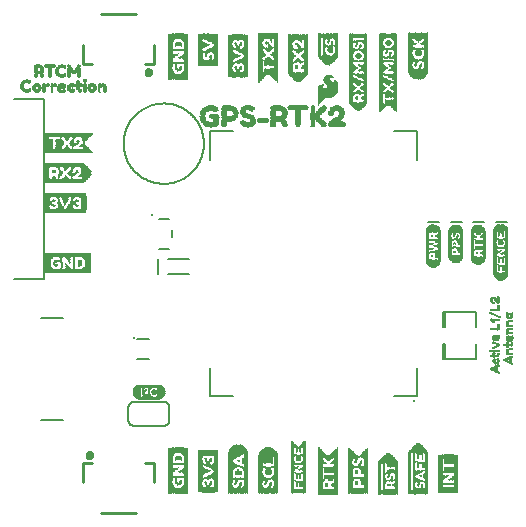
<source format=gto>
G75*
%MOIN*%
%OFA0B0*%
%FSLAX25Y25*%
%IPPOS*%
%LPD*%
%AMOC8*
5,1,8,0,0,1.08239X$1,22.5*
%
%ADD10C,0.00800*%
%ADD11C,0.01000*%
%ADD12C,0.01575*%
%ADD13C,0.00600*%
%ADD14C,0.00500*%
%ADD15R,0.00157X0.13858*%
%ADD16R,0.00157X0.14331*%
%ADD17R,0.00157X0.14646*%
%ADD18R,0.00157X0.14961*%
%ADD19R,0.00157X0.15118*%
%ADD20R,0.00157X0.15276*%
%ADD21R,0.00157X0.15433*%
%ADD22R,0.00157X0.02835*%
%ADD23R,0.00157X0.11969*%
%ADD24R,0.00157X0.02520*%
%ADD25R,0.00157X0.01102*%
%ADD26R,0.00157X0.03150*%
%ADD27R,0.00157X0.04567*%
%ADD28R,0.00157X0.02205*%
%ADD29R,0.00157X0.00787*%
%ADD30R,0.00157X0.02677*%
%ADD31R,0.00157X0.04409*%
%ADD32R,0.00157X0.02047*%
%ADD33R,0.00157X0.00630*%
%ADD34R,0.00157X0.01890*%
%ADD35R,0.00157X0.01732*%
%ADD36R,0.00157X0.01575*%
%ADD37R,0.00157X0.00945*%
%ADD38R,0.00157X0.02362*%
%ADD39R,0.00157X0.01260*%
%ADD40R,0.00157X0.01417*%
%ADD41R,0.00157X0.04252*%
%ADD42R,0.00157X0.00315*%
%ADD43R,0.00157X0.04094*%
%ADD44R,0.00157X0.00472*%
%ADD45R,0.00157X0.03937*%
%ADD46R,0.00157X0.03307*%
%ADD47R,0.00157X0.03780*%
%ADD48R,0.00157X0.03465*%
%ADD49R,0.00157X0.02992*%
%ADD50R,0.00157X0.12913*%
%ADD51R,0.00157X0.13386*%
%ADD52R,0.00157X0.13701*%
%ADD53R,0.00157X0.14016*%
%ADD54R,0.00157X0.14173*%
%ADD55R,0.00157X0.14488*%
%ADD56R,0.00157X0.07087*%
%ADD57R,0.00157X0.04882*%
%ADD58R,0.00157X0.05039*%
%ADD59R,0.00157X0.05197*%
%ADD60R,0.00157X0.03622*%
%ADD61R,0.00157X0.00157*%
%ADD62R,0.00157X0.11024*%
%ADD63R,0.07205X0.00118*%
%ADD64R,0.07913X0.00118*%
%ADD65R,0.08386X0.00079*%
%ADD66R,0.08858X0.00157*%
%ADD67R,0.09094X0.00118*%
%ADD68R,0.09331X0.00118*%
%ADD69R,0.09567X0.00079*%
%ADD70R,0.03661X0.00118*%
%ADD71R,0.02126X0.00118*%
%ADD72R,0.02953X0.00118*%
%ADD73R,0.02244X0.00157*%
%ADD74R,0.00591X0.00157*%
%ADD75R,0.01535X0.00157*%
%ADD76R,0.02598X0.00157*%
%ADD77R,0.02244X0.00118*%
%ADD78R,0.00472X0.00118*%
%ADD79R,0.01181X0.00118*%
%ADD80R,0.02362X0.00118*%
%ADD81R,0.00945X0.00118*%
%ADD82R,0.00354X0.00118*%
%ADD83R,0.00827X0.00118*%
%ADD84R,0.02480X0.00157*%
%ADD85R,0.00354X0.00157*%
%ADD86R,0.00236X0.00157*%
%ADD87R,0.02480X0.00118*%
%ADD88R,0.02598X0.00118*%
%ADD89R,0.01063X0.00118*%
%ADD90R,0.02835X0.00118*%
%ADD91R,0.00472X0.00157*%
%ADD92R,0.04252X0.00157*%
%ADD93R,0.04370X0.00118*%
%ADD94R,0.00591X0.00118*%
%ADD95R,0.04488X0.00118*%
%ADD96R,0.00709X0.00157*%
%ADD97R,0.04488X0.00157*%
%ADD98R,0.00236X0.00118*%
%ADD99R,0.00118X0.00118*%
%ADD100R,0.00118X0.00157*%
%ADD101R,0.04370X0.00157*%
%ADD102R,0.04252X0.00118*%
%ADD103R,0.02717X0.00118*%
%ADD104R,0.03071X0.00157*%
%ADD105R,0.03425X0.00118*%
%ADD106R,0.09567X0.00118*%
%ADD107R,0.08858X0.00118*%
%ADD108R,0.08386X0.00118*%
%ADD109R,0.00157X0.12756*%
%ADD110R,0.00157X0.11181*%
%ADD111R,0.00157X0.11496*%
%ADD112R,0.00157X0.11654*%
%ADD113R,0.00157X0.13071*%
%ADD114R,0.00157X0.13228*%
%ADD115R,0.00157X0.11811*%
%ADD116R,0.00157X0.14803*%
%ADD117R,0.00157X0.15906*%
%ADD118R,0.00157X0.16063*%
%ADD119R,0.00157X0.16220*%
%ADD120R,0.00157X0.16378*%
%ADD121R,0.00157X0.09921*%
%ADD122R,0.00118X0.09094*%
%ADD123R,0.00118X0.09803*%
%ADD124R,0.00079X0.10276*%
%ADD125R,0.00157X0.10748*%
%ADD126R,0.00118X0.10984*%
%ADD127R,0.00118X0.11220*%
%ADD128R,0.00079X0.11457*%
%ADD129R,0.00118X0.08150*%
%ADD130R,0.00118X0.02835*%
%ADD131R,0.00157X0.02244*%
%ADD132R,0.00157X0.01063*%
%ADD133R,0.00157X0.02598*%
%ADD134R,0.00118X0.02244*%
%ADD135R,0.00118X0.00827*%
%ADD136R,0.00118X0.01063*%
%ADD137R,0.00118X0.02480*%
%ADD138R,0.00118X0.02362*%
%ADD139R,0.00118X0.00709*%
%ADD140R,0.00118X0.00591*%
%ADD141R,0.00157X0.02480*%
%ADD142R,0.00118X0.00472*%
%ADD143R,0.00118X0.00354*%
%ADD144R,0.00118X0.02717*%
%ADD145R,0.00118X0.02598*%
%ADD146R,0.00118X0.00945*%
%ADD147R,0.00118X0.00236*%
%ADD148R,0.00118X0.04016*%
%ADD149R,0.00157X0.00354*%
%ADD150R,0.00157X0.00236*%
%ADD151R,0.00157X0.03898*%
%ADD152R,0.00118X0.03661*%
%ADD153R,0.00118X0.03189*%
%ADD154R,0.00157X0.00591*%
%ADD155R,0.00157X0.02717*%
%ADD156R,0.00118X0.01181*%
%ADD157R,0.00118X0.01654*%
%ADD158R,0.00157X0.00709*%
%ADD159R,0.00157X0.02126*%
%ADD160R,0.00118X0.01299*%
%ADD161R,0.00118X0.02008*%
%ADD162R,0.00118X0.01890*%
%ADD163R,0.00157X0.02008*%
%ADD164R,0.00118X0.02126*%
%ADD165R,0.00118X0.11457*%
%ADD166R,0.00118X0.10748*%
%ADD167R,0.00118X0.10276*%
%ADD168C,0.01000*%
%ADD169C,0.01181*%
%ADD170R,0.00118X0.15236*%
%ADD171R,0.00118X0.15945*%
%ADD172R,0.00079X0.16417*%
%ADD173R,0.00157X0.16890*%
%ADD174R,0.00118X0.17126*%
%ADD175R,0.00118X0.17362*%
%ADD176R,0.00079X0.17598*%
%ADD177R,0.00118X0.11929*%
%ADD178R,0.00118X0.05551*%
%ADD179R,0.00157X0.01299*%
%ADD180R,0.00118X0.04134*%
%ADD181R,0.00157X0.04134*%
%ADD182R,0.00118X0.02953*%
%ADD183R,0.00157X0.00118*%
%ADD184R,0.00157X0.02953*%
%ADD185R,0.00118X0.03071*%
%ADD186R,0.00157X0.00827*%
%ADD187R,0.00157X0.01181*%
%ADD188R,0.00118X0.01417*%
%ADD189R,0.00118X0.01535*%
%ADD190R,0.00118X0.17598*%
%ADD191R,0.00118X0.16890*%
%ADD192R,0.00118X0.16417*%
%ADD193R,0.00118X0.09567*%
%ADD194R,0.00079X0.10748*%
%ADD195R,0.00157X0.11220*%
%ADD196R,0.00118X0.11693*%
%ADD197R,0.00079X0.11929*%
%ADD198R,0.00157X0.03071*%
%ADD199R,0.00118X0.03307*%
%ADD200R,0.00118X0.03425*%
%ADD201R,0.00157X0.03543*%
%ADD202R,0.00118X0.03543*%
%ADD203R,0.00157X0.03189*%
%ADD204R,0.00118X0.17480*%
%ADD205R,0.00079X0.17362*%
%ADD206R,0.00157X0.17244*%
%ADD207R,0.00118X0.17008*%
%ADD208R,0.00079X0.16890*%
%ADD209R,0.00118X0.05197*%
%ADD210R,0.00157X0.01535*%
%ADD211R,0.00118X0.01772*%
%ADD212R,0.00118X0.17244*%
%ADD213R,0.00157X0.15748*%
%ADD214R,0.00157X0.15591*%
%ADD215R,0.00157X0.12402*%
%ADD216R,0.00118X0.12638*%
%ADD217R,0.00118X0.12874*%
%ADD218R,0.00079X0.13110*%
%ADD219R,0.00118X0.04961*%
%ADD220R,0.00118X0.05079*%
%ADD221R,0.00118X0.13110*%
%ADD222R,0.00118X0.12402*%
%ADD223R,0.00157X0.10551*%
%ADD224R,0.00157X0.07874*%
%ADD225R,0.00157X0.08031*%
%ADD226R,0.00157X0.08346*%
%ADD227R,0.00157X0.08504*%
%ADD228R,0.00157X0.09606*%
%ADD229R,0.00157X0.09764*%
%ADD230R,0.00157X0.10079*%
%ADD231R,0.00157X0.08661*%
%ADD232C,0.00300*%
%ADD233C,0.01114*%
%ADD234C,0.00700*%
%ADD235R,0.15276X0.00157*%
%ADD236R,0.03307X0.00157*%
%ADD237R,0.11024X0.00157*%
%ADD238R,0.02992X0.00157*%
%ADD239R,0.01260X0.00157*%
%ADD240R,0.01890X0.00157*%
%ADD241R,0.00630X0.00157*%
%ADD242R,0.02677X0.00157*%
%ADD243R,0.00787X0.00157*%
%ADD244R,0.01575X0.00157*%
%ADD245R,0.02520X0.00157*%
%ADD246R,0.01417X0.00157*%
%ADD247R,0.02205X0.00157*%
%ADD248R,0.02362X0.00157*%
%ADD249R,0.02047X0.00157*%
%ADD250R,0.01102X0.00157*%
%ADD251R,0.00945X0.00157*%
%ADD252R,0.02835X0.00157*%
%ADD253R,0.01732X0.00157*%
%ADD254R,0.00315X0.00157*%
%ADD255R,0.03150X0.00157*%
%ADD256R,0.01929X0.00276*%
%ADD257R,0.02756X0.00276*%
%ADD258R,0.02480X0.00276*%
%ADD259R,0.06063X0.00276*%
%ADD260R,0.00551X0.00276*%
%ADD261R,0.00827X0.00276*%
%ADD262R,0.01654X0.00276*%
%ADD263R,0.03307X0.00315*%
%ADD264R,0.04134X0.00315*%
%ADD265R,0.03858X0.00315*%
%ADD266R,0.06890X0.00315*%
%ADD267R,0.01654X0.00315*%
%ADD268R,0.01378X0.00315*%
%ADD269R,0.02756X0.00315*%
%ADD270R,0.04409X0.00276*%
%ADD271R,0.04685X0.00276*%
%ADD272R,0.03858X0.00276*%
%ADD273R,0.07165X0.00276*%
%ADD274R,0.03583X0.00276*%
%ADD275R,0.04961X0.00236*%
%ADD276R,0.04409X0.00236*%
%ADD277R,0.07165X0.00236*%
%ADD278R,0.01654X0.00236*%
%ADD279R,0.02205X0.00236*%
%ADD280R,0.04134X0.00236*%
%ADD281R,0.05236X0.00315*%
%ADD282R,0.04685X0.00315*%
%ADD283R,0.02480X0.00315*%
%ADD284R,0.04409X0.00315*%
%ADD285R,0.05512X0.00276*%
%ADD286R,0.05236X0.00276*%
%ADD287R,0.06614X0.00276*%
%ADD288R,0.04961X0.00276*%
%ADD289R,0.05787X0.00276*%
%ADD290R,0.02480X0.00236*%
%ADD291R,0.01378X0.00236*%
%ADD292R,0.01929X0.00236*%
%ADD293R,0.00827X0.00236*%
%ADD294R,0.02205X0.00315*%
%ADD295R,0.00276X0.00315*%
%ADD296R,0.01929X0.00315*%
%ADD297R,0.02205X0.00276*%
%ADD298R,0.04134X0.00276*%
%ADD299R,0.03307X0.00276*%
%ADD300R,0.01378X0.00276*%
%ADD301R,0.03031X0.00315*%
%ADD302R,0.03583X0.00315*%
%ADD303R,0.03031X0.00276*%
%ADD304R,0.05236X0.00236*%
%ADD305R,0.04685X0.00236*%
%ADD306R,0.05787X0.00236*%
%ADD307R,0.03031X0.00236*%
%ADD308R,0.01102X0.00236*%
%ADD309R,0.14331X0.00157*%
%ADD310R,0.07087X0.00157*%
%ADD311R,0.03465X0.00157*%
%ADD312R,0.03937X0.00157*%
%ADD313R,0.03622X0.00157*%
%ADD314R,0.04567X0.00157*%
%ADD315R,0.00157X0.23425*%
%ADD316R,0.00118X0.23543*%
%ADD317R,0.00157X0.23819*%
%ADD318R,0.00118X0.23976*%
%ADD319R,0.00157X0.24094*%
%ADD320R,0.00118X0.24252*%
%ADD321R,0.00157X0.13898*%
%ADD322R,0.00118X0.02205*%
%ADD323R,0.00118X0.06063*%
%ADD324R,0.00118X0.02756*%
%ADD325R,0.00118X0.03701*%
%ADD326R,0.00157X0.01772*%
%ADD327R,0.00157X0.01929*%
%ADD328R,0.00157X0.00433*%
%ADD329R,0.00157X0.01811*%
%ADD330R,0.00157X0.00984*%
%ADD331R,0.00157X0.01496*%
%ADD332R,0.00118X0.01929*%
%ADD333R,0.00118X0.00433*%
%ADD334R,0.00118X0.02047*%
%ADD335R,0.00118X0.01102*%
%ADD336R,0.00118X0.01496*%
%ADD337R,0.00157X0.00551*%
%ADD338R,0.00157X0.01378*%
%ADD339R,0.00157X0.01654*%
%ADD340R,0.00118X0.00394*%
%ADD341R,0.00118X0.01260*%
%ADD342R,0.00118X0.00551*%
%ADD343R,0.00118X0.00984*%
%ADD344R,0.00157X0.02323*%
%ADD345R,0.00157X0.00669*%
%ADD346R,0.00118X0.00669*%
%ADD347R,0.00157X0.00394*%
%ADD348R,0.00118X0.01811*%
%ADD349R,0.00118X0.02087*%
%ADD350R,0.00157X0.02756*%
%ADD351R,0.00118X0.02874*%
%ADD352R,0.00157X0.02874*%
%ADD353R,0.00118X0.00276*%
%ADD354R,0.00157X0.00276*%
%ADD355R,0.00118X0.01378*%
%ADD356R,0.00118X0.01220*%
%ADD357R,0.00157X0.01220*%
%ADD358R,0.00157X0.08268*%
%ADD359R,0.00118X0.08425*%
%ADD360R,0.00118X0.15433*%
%ADD361R,0.00157X0.26299*%
%ADD362R,0.00118X0.26181*%
%ADD363R,0.00157X0.26024*%
%ADD364R,0.00118X0.25906*%
%ADD365R,0.00157X0.25748*%
%ADD366R,0.00118X0.25630*%
%ADD367R,0.00157X0.14055*%
%ADD368R,0.00118X0.05787*%
%ADD369R,0.00118X0.06772*%
%ADD370R,0.00118X0.03031*%
%ADD371R,0.00118X0.02323*%
%ADD372R,0.00118X0.02638*%
%ADD373R,0.00118X0.02913*%
%ADD374R,0.00157X0.03031*%
%ADD375R,0.00157X0.09370*%
%ADD376R,0.00118X0.15551*%
%ADD377R,0.00079X0.00472*%
%ADD378R,0.00157X0.05669*%
%ADD379R,0.13228X0.00157*%
%ADD380R,0.13386X0.00157*%
%ADD381R,0.13701X0.00157*%
%ADD382R,0.13858X0.00157*%
%ADD383R,0.14016X0.00157*%
%ADD384R,0.14173X0.00157*%
%ADD385R,0.05512X0.00157*%
%ADD386R,0.03780X0.00157*%
%ADD387R,0.04094X0.00157*%
%ADD388R,0.00157X0.16535*%
%ADD389R,0.00157X0.06614*%
%ADD390R,0.16535X0.00157*%
%ADD391R,0.16378X0.00157*%
%ADD392R,0.16220X0.00157*%
%ADD393R,0.16063X0.00157*%
%ADD394R,0.15906X0.00157*%
%ADD395R,0.15748X0.00157*%
%ADD396R,0.15591X0.00157*%
%ADD397R,0.06142X0.00157*%
D10*
X0186300Y0155000D02*
X0196300Y0155000D01*
X0196300Y0215000D01*
X0186300Y0215000D01*
X0222914Y0200000D02*
X0222918Y0200329D01*
X0222930Y0200657D01*
X0222950Y0200985D01*
X0222978Y0201312D01*
X0223015Y0201639D01*
X0223059Y0201964D01*
X0223111Y0202288D01*
X0223171Y0202611D01*
X0223239Y0202933D01*
X0223315Y0203253D01*
X0223399Y0203570D01*
X0223490Y0203886D01*
X0223590Y0204199D01*
X0223696Y0204510D01*
X0223811Y0204818D01*
X0223933Y0205123D01*
X0224062Y0205425D01*
X0224199Y0205723D01*
X0224343Y0206018D01*
X0224495Y0206310D01*
X0224653Y0206598D01*
X0224818Y0206882D01*
X0224991Y0207161D01*
X0225170Y0207437D01*
X0225356Y0207708D01*
X0225548Y0207974D01*
X0225747Y0208235D01*
X0225952Y0208492D01*
X0226164Y0208743D01*
X0226382Y0208989D01*
X0226605Y0209230D01*
X0226835Y0209465D01*
X0227070Y0209695D01*
X0227311Y0209918D01*
X0227557Y0210136D01*
X0227808Y0210348D01*
X0228065Y0210553D01*
X0228326Y0210752D01*
X0228592Y0210944D01*
X0228863Y0211130D01*
X0229139Y0211309D01*
X0229418Y0211482D01*
X0229702Y0211647D01*
X0229990Y0211805D01*
X0230282Y0211957D01*
X0230577Y0212101D01*
X0230875Y0212238D01*
X0231177Y0212367D01*
X0231482Y0212489D01*
X0231790Y0212604D01*
X0232101Y0212710D01*
X0232414Y0212810D01*
X0232730Y0212901D01*
X0233047Y0212985D01*
X0233367Y0213061D01*
X0233689Y0213129D01*
X0234012Y0213189D01*
X0234336Y0213241D01*
X0234661Y0213285D01*
X0234988Y0213322D01*
X0235315Y0213350D01*
X0235643Y0213370D01*
X0235971Y0213382D01*
X0236300Y0213386D01*
X0236629Y0213382D01*
X0236957Y0213370D01*
X0237285Y0213350D01*
X0237612Y0213322D01*
X0237939Y0213285D01*
X0238264Y0213241D01*
X0238588Y0213189D01*
X0238911Y0213129D01*
X0239233Y0213061D01*
X0239553Y0212985D01*
X0239870Y0212901D01*
X0240186Y0212810D01*
X0240499Y0212710D01*
X0240810Y0212604D01*
X0241118Y0212489D01*
X0241423Y0212367D01*
X0241725Y0212238D01*
X0242023Y0212101D01*
X0242318Y0211957D01*
X0242610Y0211805D01*
X0242898Y0211647D01*
X0243182Y0211482D01*
X0243461Y0211309D01*
X0243737Y0211130D01*
X0244008Y0210944D01*
X0244274Y0210752D01*
X0244535Y0210553D01*
X0244792Y0210348D01*
X0245043Y0210136D01*
X0245289Y0209918D01*
X0245530Y0209695D01*
X0245765Y0209465D01*
X0245995Y0209230D01*
X0246218Y0208989D01*
X0246436Y0208743D01*
X0246648Y0208492D01*
X0246853Y0208235D01*
X0247052Y0207974D01*
X0247244Y0207708D01*
X0247430Y0207437D01*
X0247609Y0207161D01*
X0247782Y0206882D01*
X0247947Y0206598D01*
X0248105Y0206310D01*
X0248257Y0206018D01*
X0248401Y0205723D01*
X0248538Y0205425D01*
X0248667Y0205123D01*
X0248789Y0204818D01*
X0248904Y0204510D01*
X0249010Y0204199D01*
X0249110Y0203886D01*
X0249201Y0203570D01*
X0249285Y0203253D01*
X0249361Y0202933D01*
X0249429Y0202611D01*
X0249489Y0202288D01*
X0249541Y0201964D01*
X0249585Y0201639D01*
X0249622Y0201312D01*
X0249650Y0200985D01*
X0249670Y0200657D01*
X0249682Y0200329D01*
X0249686Y0200000D01*
X0249682Y0199671D01*
X0249670Y0199343D01*
X0249650Y0199015D01*
X0249622Y0198688D01*
X0249585Y0198361D01*
X0249541Y0198036D01*
X0249489Y0197712D01*
X0249429Y0197389D01*
X0249361Y0197067D01*
X0249285Y0196747D01*
X0249201Y0196430D01*
X0249110Y0196114D01*
X0249010Y0195801D01*
X0248904Y0195490D01*
X0248789Y0195182D01*
X0248667Y0194877D01*
X0248538Y0194575D01*
X0248401Y0194277D01*
X0248257Y0193982D01*
X0248105Y0193690D01*
X0247947Y0193402D01*
X0247782Y0193118D01*
X0247609Y0192839D01*
X0247430Y0192563D01*
X0247244Y0192292D01*
X0247052Y0192026D01*
X0246853Y0191765D01*
X0246648Y0191508D01*
X0246436Y0191257D01*
X0246218Y0191011D01*
X0245995Y0190770D01*
X0245765Y0190535D01*
X0245530Y0190305D01*
X0245289Y0190082D01*
X0245043Y0189864D01*
X0244792Y0189652D01*
X0244535Y0189447D01*
X0244274Y0189248D01*
X0244008Y0189056D01*
X0243737Y0188870D01*
X0243461Y0188691D01*
X0243182Y0188518D01*
X0242898Y0188353D01*
X0242610Y0188195D01*
X0242318Y0188043D01*
X0242023Y0187899D01*
X0241725Y0187762D01*
X0241423Y0187633D01*
X0241118Y0187511D01*
X0240810Y0187396D01*
X0240499Y0187290D01*
X0240186Y0187190D01*
X0239870Y0187099D01*
X0239553Y0187015D01*
X0239233Y0186939D01*
X0238911Y0186871D01*
X0238588Y0186811D01*
X0238264Y0186759D01*
X0237939Y0186715D01*
X0237612Y0186678D01*
X0237285Y0186650D01*
X0236957Y0186630D01*
X0236629Y0186618D01*
X0236300Y0186614D01*
X0235971Y0186618D01*
X0235643Y0186630D01*
X0235315Y0186650D01*
X0234988Y0186678D01*
X0234661Y0186715D01*
X0234336Y0186759D01*
X0234012Y0186811D01*
X0233689Y0186871D01*
X0233367Y0186939D01*
X0233047Y0187015D01*
X0232730Y0187099D01*
X0232414Y0187190D01*
X0232101Y0187290D01*
X0231790Y0187396D01*
X0231482Y0187511D01*
X0231177Y0187633D01*
X0230875Y0187762D01*
X0230577Y0187899D01*
X0230282Y0188043D01*
X0229990Y0188195D01*
X0229702Y0188353D01*
X0229418Y0188518D01*
X0229139Y0188691D01*
X0228863Y0188870D01*
X0228592Y0189056D01*
X0228326Y0189248D01*
X0228065Y0189447D01*
X0227808Y0189652D01*
X0227557Y0189864D01*
X0227311Y0190082D01*
X0227070Y0190305D01*
X0226835Y0190535D01*
X0226605Y0190770D01*
X0226382Y0191011D01*
X0226164Y0191257D01*
X0225952Y0191508D01*
X0225747Y0191765D01*
X0225548Y0192026D01*
X0225356Y0192292D01*
X0225170Y0192563D01*
X0224991Y0192839D01*
X0224818Y0193118D01*
X0224653Y0193402D01*
X0224495Y0193690D01*
X0224343Y0193982D01*
X0224199Y0194277D01*
X0224062Y0194575D01*
X0223933Y0194877D01*
X0223811Y0195182D01*
X0223696Y0195490D01*
X0223590Y0195801D01*
X0223490Y0196114D01*
X0223399Y0196430D01*
X0223315Y0196747D01*
X0223239Y0197067D01*
X0223171Y0197389D01*
X0223111Y0197712D01*
X0223059Y0198036D01*
X0223015Y0198361D01*
X0222978Y0198688D01*
X0222950Y0199015D01*
X0222930Y0199343D01*
X0222918Y0199671D01*
X0222914Y0200000D01*
X0234609Y0175000D02*
X0237991Y0175000D01*
X0239091Y0171057D02*
X0239091Y0168943D01*
X0237991Y0165000D02*
X0234609Y0165000D01*
X0234331Y0161461D02*
X0234331Y0156539D01*
X0237757Y0156539D02*
X0244843Y0156539D01*
X0244843Y0161461D02*
X0237757Y0161461D01*
D11*
X0227206Y0076890D02*
X0215394Y0076890D01*
X0209489Y0087126D02*
X0209489Y0093622D01*
X0212442Y0093622D01*
X0230158Y0093622D02*
X0233111Y0093622D01*
X0233111Y0087126D01*
X0233111Y0226378D02*
X0230158Y0226378D01*
X0233111Y0226378D02*
X0233111Y0232874D01*
X0227206Y0243110D02*
X0215394Y0243110D01*
X0209489Y0232874D02*
X0209489Y0226378D01*
X0212442Y0226378D01*
D12*
X0230586Y0223819D02*
X0230588Y0223866D01*
X0230594Y0223912D01*
X0230603Y0223958D01*
X0230617Y0224002D01*
X0230634Y0224046D01*
X0230655Y0224087D01*
X0230679Y0224127D01*
X0230706Y0224165D01*
X0230737Y0224200D01*
X0230770Y0224233D01*
X0230806Y0224263D01*
X0230845Y0224289D01*
X0230885Y0224313D01*
X0230927Y0224332D01*
X0230971Y0224349D01*
X0231016Y0224361D01*
X0231062Y0224370D01*
X0231108Y0224375D01*
X0231155Y0224376D01*
X0231201Y0224373D01*
X0231247Y0224366D01*
X0231293Y0224355D01*
X0231337Y0224341D01*
X0231380Y0224323D01*
X0231421Y0224301D01*
X0231461Y0224276D01*
X0231498Y0224248D01*
X0231533Y0224217D01*
X0231565Y0224183D01*
X0231594Y0224146D01*
X0231619Y0224108D01*
X0231642Y0224067D01*
X0231661Y0224024D01*
X0231676Y0223980D01*
X0231688Y0223935D01*
X0231696Y0223889D01*
X0231700Y0223842D01*
X0231700Y0223796D01*
X0231696Y0223749D01*
X0231688Y0223703D01*
X0231676Y0223658D01*
X0231661Y0223614D01*
X0231642Y0223571D01*
X0231619Y0223530D01*
X0231594Y0223492D01*
X0231565Y0223455D01*
X0231533Y0223421D01*
X0231498Y0223390D01*
X0231461Y0223362D01*
X0231422Y0223337D01*
X0231380Y0223315D01*
X0231337Y0223297D01*
X0231293Y0223283D01*
X0231247Y0223272D01*
X0231201Y0223265D01*
X0231155Y0223262D01*
X0231108Y0223263D01*
X0231062Y0223268D01*
X0231016Y0223277D01*
X0230971Y0223289D01*
X0230927Y0223306D01*
X0230885Y0223325D01*
X0230845Y0223349D01*
X0230806Y0223375D01*
X0230770Y0223405D01*
X0230737Y0223438D01*
X0230706Y0223473D01*
X0230679Y0223511D01*
X0230655Y0223551D01*
X0230634Y0223592D01*
X0230617Y0223636D01*
X0230603Y0223680D01*
X0230594Y0223726D01*
X0230588Y0223772D01*
X0230586Y0223819D01*
X0210900Y0096181D02*
X0210902Y0096228D01*
X0210908Y0096274D01*
X0210917Y0096320D01*
X0210931Y0096364D01*
X0210948Y0096408D01*
X0210969Y0096449D01*
X0210993Y0096489D01*
X0211020Y0096527D01*
X0211051Y0096562D01*
X0211084Y0096595D01*
X0211120Y0096625D01*
X0211159Y0096651D01*
X0211199Y0096675D01*
X0211241Y0096694D01*
X0211285Y0096711D01*
X0211330Y0096723D01*
X0211376Y0096732D01*
X0211422Y0096737D01*
X0211469Y0096738D01*
X0211515Y0096735D01*
X0211561Y0096728D01*
X0211607Y0096717D01*
X0211651Y0096703D01*
X0211694Y0096685D01*
X0211735Y0096663D01*
X0211775Y0096638D01*
X0211812Y0096610D01*
X0211847Y0096579D01*
X0211879Y0096545D01*
X0211908Y0096508D01*
X0211933Y0096470D01*
X0211956Y0096429D01*
X0211975Y0096386D01*
X0211990Y0096342D01*
X0212002Y0096297D01*
X0212010Y0096251D01*
X0212014Y0096204D01*
X0212014Y0096158D01*
X0212010Y0096111D01*
X0212002Y0096065D01*
X0211990Y0096020D01*
X0211975Y0095976D01*
X0211956Y0095933D01*
X0211933Y0095892D01*
X0211908Y0095854D01*
X0211879Y0095817D01*
X0211847Y0095783D01*
X0211812Y0095752D01*
X0211775Y0095724D01*
X0211736Y0095699D01*
X0211694Y0095677D01*
X0211651Y0095659D01*
X0211607Y0095645D01*
X0211561Y0095634D01*
X0211515Y0095627D01*
X0211469Y0095624D01*
X0211422Y0095625D01*
X0211376Y0095630D01*
X0211330Y0095639D01*
X0211285Y0095651D01*
X0211241Y0095668D01*
X0211199Y0095687D01*
X0211159Y0095711D01*
X0211120Y0095737D01*
X0211084Y0095767D01*
X0211051Y0095800D01*
X0211020Y0095835D01*
X0210993Y0095873D01*
X0210969Y0095913D01*
X0210948Y0095954D01*
X0210931Y0095998D01*
X0210917Y0096042D01*
X0210908Y0096088D01*
X0210902Y0096134D01*
X0210900Y0096181D01*
D13*
X0226300Y0106000D02*
X0236300Y0106000D01*
X0236383Y0106002D01*
X0236466Y0106008D01*
X0236549Y0106017D01*
X0236631Y0106031D01*
X0236712Y0106048D01*
X0236793Y0106069D01*
X0236872Y0106093D01*
X0236950Y0106122D01*
X0237027Y0106153D01*
X0237102Y0106189D01*
X0237176Y0106227D01*
X0237248Y0106270D01*
X0237317Y0106315D01*
X0237385Y0106364D01*
X0237450Y0106415D01*
X0237513Y0106470D01*
X0237573Y0106527D01*
X0237630Y0106587D01*
X0237685Y0106650D01*
X0237736Y0106715D01*
X0237785Y0106783D01*
X0237830Y0106852D01*
X0237873Y0106924D01*
X0237911Y0106998D01*
X0237947Y0107073D01*
X0237978Y0107150D01*
X0238007Y0107228D01*
X0238031Y0107307D01*
X0238052Y0107388D01*
X0238069Y0107469D01*
X0238083Y0107551D01*
X0238092Y0107634D01*
X0238098Y0107717D01*
X0238100Y0107800D01*
X0238100Y0112200D01*
X0238098Y0112283D01*
X0238092Y0112366D01*
X0238083Y0112449D01*
X0238069Y0112531D01*
X0238052Y0112612D01*
X0238031Y0112693D01*
X0238007Y0112772D01*
X0237978Y0112850D01*
X0237947Y0112927D01*
X0237911Y0113002D01*
X0237873Y0113076D01*
X0237830Y0113148D01*
X0237785Y0113217D01*
X0237736Y0113285D01*
X0237685Y0113350D01*
X0237630Y0113413D01*
X0237573Y0113473D01*
X0237513Y0113530D01*
X0237450Y0113585D01*
X0237385Y0113636D01*
X0237317Y0113685D01*
X0237248Y0113730D01*
X0237176Y0113773D01*
X0237102Y0113811D01*
X0237027Y0113847D01*
X0236950Y0113878D01*
X0236872Y0113907D01*
X0236793Y0113931D01*
X0236712Y0113952D01*
X0236631Y0113969D01*
X0236549Y0113983D01*
X0236466Y0113992D01*
X0236383Y0113998D01*
X0236300Y0114000D01*
X0226300Y0114000D01*
X0226217Y0113998D01*
X0226134Y0113992D01*
X0226051Y0113983D01*
X0225969Y0113969D01*
X0225888Y0113952D01*
X0225807Y0113931D01*
X0225728Y0113907D01*
X0225650Y0113878D01*
X0225573Y0113847D01*
X0225498Y0113811D01*
X0225424Y0113773D01*
X0225352Y0113730D01*
X0225283Y0113685D01*
X0225215Y0113636D01*
X0225150Y0113585D01*
X0225087Y0113530D01*
X0225027Y0113473D01*
X0224970Y0113413D01*
X0224915Y0113350D01*
X0224864Y0113285D01*
X0224815Y0113217D01*
X0224770Y0113148D01*
X0224727Y0113076D01*
X0224689Y0113002D01*
X0224653Y0112927D01*
X0224622Y0112850D01*
X0224593Y0112772D01*
X0224569Y0112693D01*
X0224548Y0112612D01*
X0224531Y0112531D01*
X0224517Y0112449D01*
X0224508Y0112366D01*
X0224502Y0112283D01*
X0224500Y0112200D01*
X0224500Y0107800D01*
X0224502Y0107717D01*
X0224508Y0107634D01*
X0224517Y0107551D01*
X0224531Y0107469D01*
X0224548Y0107388D01*
X0224569Y0107307D01*
X0224593Y0107228D01*
X0224622Y0107150D01*
X0224653Y0107073D01*
X0224689Y0106998D01*
X0224727Y0106924D01*
X0224770Y0106852D01*
X0224815Y0106783D01*
X0224864Y0106715D01*
X0224915Y0106650D01*
X0224970Y0106587D01*
X0225027Y0106527D01*
X0225087Y0106470D01*
X0225150Y0106415D01*
X0225215Y0106364D01*
X0225283Y0106315D01*
X0225352Y0106270D01*
X0225424Y0106227D01*
X0225498Y0106189D01*
X0225573Y0106153D01*
X0225650Y0106122D01*
X0225728Y0106093D01*
X0225807Y0106069D01*
X0225888Y0106048D01*
X0225969Y0106031D01*
X0226051Y0106017D01*
X0226134Y0106008D01*
X0226217Y0106002D01*
X0226300Y0106000D01*
X0202639Y0107992D02*
X0195552Y0107992D01*
X0195552Y0142008D02*
X0202639Y0142008D01*
D14*
X0227331Y0134748D02*
X0231269Y0134748D01*
X0231269Y0128252D02*
X0227331Y0128252D01*
X0329394Y0128126D02*
X0330182Y0128126D01*
X0340418Y0128126D01*
X0340418Y0133244D01*
X0330182Y0133244D02*
X0330182Y0128126D01*
X0329788Y0128126D02*
X0329788Y0133244D01*
X0329394Y0133244D02*
X0330182Y0133244D01*
X0329394Y0133244D02*
X0329394Y0128126D01*
X0329394Y0138756D02*
X0330182Y0138756D01*
X0330182Y0143874D01*
X0329394Y0143874D01*
X0329394Y0138756D01*
X0329788Y0138756D02*
X0329788Y0143874D01*
X0330182Y0143874D02*
X0340418Y0143874D01*
X0340418Y0138756D01*
X0339425Y0173750D02*
X0343175Y0173750D01*
X0346925Y0173750D02*
X0350675Y0173750D01*
X0335675Y0173750D02*
X0331925Y0173750D01*
X0328175Y0173750D02*
X0324425Y0173750D01*
D15*
X0283977Y0229449D03*
X0278623Y0229449D03*
X0264450Y0090319D03*
X0258150Y0090319D03*
D16*
X0258308Y0090555D03*
X0254450Y0090713D03*
X0254292Y0090713D03*
X0254135Y0090713D03*
X0253977Y0090713D03*
X0253820Y0090713D03*
X0253662Y0090713D03*
X0253505Y0090713D03*
X0249095Y0090713D03*
X0248938Y0090713D03*
X0248780Y0090713D03*
X0248623Y0090713D03*
X0248465Y0090713D03*
X0248308Y0090713D03*
X0248150Y0090713D03*
X0264292Y0090555D03*
X0268938Y0090555D03*
X0273662Y0090555D03*
X0299095Y0090555D03*
X0303505Y0090555D03*
X0318308Y0090343D03*
X0324292Y0090343D03*
X0323977Y0229740D03*
X0318623Y0229740D03*
X0283505Y0229213D03*
X0279095Y0229213D03*
X0264450Y0229213D03*
X0264292Y0229213D03*
X0264135Y0229213D03*
X0263977Y0229213D03*
X0263820Y0229213D03*
X0263662Y0229213D03*
X0263505Y0229213D03*
X0259095Y0229213D03*
X0258938Y0229213D03*
X0258780Y0229213D03*
X0258623Y0229213D03*
X0258465Y0229213D03*
X0258308Y0229213D03*
X0258150Y0229213D03*
D17*
X0318938Y0229583D03*
X0323662Y0229583D03*
X0324135Y0090500D03*
X0318465Y0090500D03*
X0303820Y0090713D03*
X0298780Y0090713D03*
X0264135Y0090713D03*
X0258465Y0090713D03*
D18*
X0258623Y0090870D03*
X0263977Y0090870D03*
X0289095Y0090370D03*
X0293505Y0090370D03*
X0298465Y0090870D03*
X0304135Y0090870D03*
X0323820Y0090657D03*
D19*
X0304292Y0090949D03*
X0298308Y0090949D03*
X0293662Y0090449D03*
X0288938Y0090449D03*
X0263820Y0090949D03*
X0258780Y0090949D03*
D20*
X0258938Y0091028D03*
X0263662Y0091028D03*
X0244450Y0091028D03*
X0244292Y0091028D03*
X0244135Y0091028D03*
X0243977Y0091028D03*
X0243820Y0091028D03*
X0243662Y0091028D03*
X0243505Y0091028D03*
X0239095Y0091028D03*
X0238938Y0091028D03*
X0238780Y0091028D03*
X0238623Y0091028D03*
X0238465Y0091028D03*
X0238308Y0091028D03*
X0238150Y0091028D03*
X0288780Y0090528D03*
X0293820Y0090528D03*
X0298150Y0091028D03*
X0304450Y0091028D03*
X0244450Y0229028D03*
X0244292Y0229028D03*
X0244135Y0229028D03*
X0243977Y0229028D03*
X0243820Y0229028D03*
X0243662Y0229028D03*
X0243505Y0229028D03*
X0239095Y0229028D03*
X0238938Y0229028D03*
X0238780Y0229028D03*
X0238623Y0229028D03*
X0238465Y0229028D03*
X0238308Y0229028D03*
X0238150Y0229028D03*
D21*
X0303229Y0228965D03*
X0313229Y0229016D03*
X0293977Y0090606D03*
X0288623Y0090606D03*
X0263505Y0091106D03*
X0259095Y0091106D03*
D22*
X0259253Y0084807D03*
X0261615Y0084807D03*
X0269253Y0084807D03*
X0270828Y0090949D03*
X0270985Y0090949D03*
X0271143Y0090949D03*
X0271300Y0090949D03*
X0271457Y0090949D03*
X0271615Y0090949D03*
X0271772Y0090949D03*
X0271930Y0090949D03*
X0273347Y0096618D03*
X0273190Y0096776D03*
X0273032Y0096776D03*
X0263190Y0097720D03*
X0263032Y0097720D03*
X0249253Y0096461D03*
X0243190Y0097248D03*
X0240513Y0087799D03*
X0243190Y0084807D03*
X0249253Y0084965D03*
X0250828Y0084965D03*
X0250985Y0084965D03*
X0251143Y0084965D03*
X0251300Y0084965D03*
X0251457Y0084965D03*
X0251615Y0084965D03*
X0301930Y0092839D03*
X0303032Y0091264D03*
X0311300Y0089949D03*
X0313662Y0093571D03*
X0324883Y0171256D03*
X0326772Y0171610D03*
X0282402Y0222362D03*
X0280198Y0222362D03*
X0272560Y0223622D03*
X0271615Y0227402D03*
X0271143Y0227402D03*
X0270985Y0227402D03*
X0271457Y0231969D03*
X0272245Y0235433D03*
X0282245Y0234961D03*
X0291930Y0231457D03*
X0292402Y0227992D03*
X0292245Y0227835D03*
X0292087Y0227835D03*
X0320828Y0230449D03*
X0320985Y0230449D03*
X0321143Y0230449D03*
X0321300Y0230449D03*
X0321457Y0230449D03*
X0321615Y0230449D03*
X0321772Y0230449D03*
X0321930Y0230449D03*
X0321772Y0235488D03*
X0320985Y0235488D03*
X0261615Y0223465D03*
X0261457Y0223465D03*
X0261300Y0223465D03*
X0261143Y0223465D03*
X0260985Y0223465D03*
X0260828Y0223465D03*
X0259253Y0223465D03*
X0253347Y0231087D03*
X0249253Y0232819D03*
X0252087Y0235181D03*
X0252245Y0235181D03*
X0259253Y0234961D03*
X0243190Y0235248D03*
X0240513Y0225799D03*
X0243190Y0222807D03*
D23*
X0259253Y0092996D03*
D24*
X0253190Y0092366D03*
X0253190Y0089059D03*
X0253347Y0084807D03*
X0259410Y0084650D03*
X0273347Y0084650D03*
X0273347Y0088587D03*
X0293347Y0096433D03*
X0302402Y0091106D03*
X0302560Y0091106D03*
X0302717Y0091106D03*
X0322245Y0084437D03*
X0253347Y0096618D03*
X0243032Y0097406D03*
X0239725Y0097406D03*
X0239725Y0084650D03*
X0243032Y0084650D03*
X0243032Y0222650D03*
X0239725Y0222650D03*
X0263347Y0223307D03*
X0263190Y0227559D03*
X0263190Y0230866D03*
X0269253Y0229764D03*
X0270670Y0227244D03*
X0271930Y0227244D03*
X0272245Y0223780D03*
X0270355Y0223780D03*
X0279883Y0222520D03*
X0282717Y0222520D03*
X0292717Y0228150D03*
X0292875Y0228307D03*
X0293505Y0228937D03*
X0291772Y0231457D03*
X0291615Y0231457D03*
X0281615Y0231496D03*
X0279253Y0229291D03*
X0271615Y0231969D03*
X0279410Y0235118D03*
X0282087Y0235118D03*
X0263347Y0235118D03*
X0251615Y0235339D03*
X0251457Y0235339D03*
X0249410Y0232819D03*
X0243032Y0235406D03*
X0239725Y0235406D03*
X0320670Y0235646D03*
X0322087Y0235646D03*
X0323347Y0228087D03*
D25*
X0322875Y0228008D03*
X0322245Y0226118D03*
X0320985Y0227378D03*
X0320355Y0227693D03*
X0320040Y0227850D03*
X0319883Y0228008D03*
X0320355Y0230055D03*
X0319410Y0231472D03*
X0311576Y0229016D03*
X0311024Y0231220D03*
X0309922Y0231772D03*
X0301576Y0231602D03*
X0299922Y0231051D03*
X0301024Y0233807D03*
X0282245Y0231260D03*
X0280828Y0230945D03*
X0280985Y0232992D03*
X0272245Y0231732D03*
X0270828Y0231417D03*
X0270040Y0229685D03*
X0270670Y0233465D03*
X0270828Y0233465D03*
X0262245Y0233150D03*
X0262087Y0233150D03*
X0260670Y0232992D03*
X0260513Y0233150D03*
X0259410Y0231732D03*
X0260828Y0229213D03*
X0260985Y0229213D03*
X0260985Y0227165D03*
X0259410Y0226693D03*
X0260513Y0225276D03*
X0260670Y0225118D03*
X0262087Y0225276D03*
X0262245Y0225276D03*
X0252245Y0228961D03*
X0242560Y0228870D03*
X0240198Y0229343D03*
X0240513Y0232965D03*
X0242245Y0232965D03*
X0240355Y0225248D03*
X0240985Y0224618D03*
X0280513Y0225433D03*
X0280670Y0225433D03*
X0280828Y0225433D03*
X0280985Y0225433D03*
X0281143Y0225433D03*
X0282717Y0225433D03*
X0282875Y0225433D03*
X0283032Y0225433D03*
X0282087Y0227323D03*
X0280828Y0227638D03*
X0301300Y0222783D03*
X0302127Y0220421D03*
X0311576Y0222677D03*
X0302678Y0215185D03*
X0301024Y0215185D03*
X0300749Y0215185D03*
X0299646Y0216445D03*
X0302245Y0095909D03*
X0301143Y0095437D03*
X0302245Y0093862D03*
X0301457Y0092445D03*
X0299725Y0092130D03*
X0300513Y0090398D03*
X0300985Y0090398D03*
X0301143Y0090398D03*
X0299568Y0088350D03*
X0301143Y0086776D03*
X0292717Y0086276D03*
X0292560Y0086276D03*
X0291143Y0086276D03*
X0310513Y0087508D03*
X0313662Y0087823D03*
X0313505Y0086248D03*
X0321457Y0090500D03*
X0321615Y0090500D03*
X0330198Y0088823D03*
X0332560Y0088350D03*
X0272875Y0088508D03*
X0272245Y0086618D03*
X0270985Y0087878D03*
X0270355Y0088193D03*
X0270040Y0088350D03*
X0269883Y0088508D03*
X0270355Y0090555D03*
X0269410Y0091972D03*
X0263190Y0091657D03*
X0259410Y0088035D03*
X0262245Y0086618D03*
X0252245Y0086776D03*
X0252087Y0086776D03*
X0250670Y0086618D03*
X0250513Y0086776D03*
X0249410Y0088193D03*
X0250985Y0088665D03*
X0250985Y0090713D03*
X0250828Y0090713D03*
X0249410Y0093232D03*
X0250670Y0094492D03*
X0250513Y0094650D03*
X0252087Y0094650D03*
X0252245Y0094650D03*
X0242245Y0094965D03*
X0240513Y0094965D03*
X0240198Y0091343D03*
X0242560Y0090870D03*
X0240355Y0087248D03*
X0240985Y0086618D03*
D26*
X0243347Y0084965D03*
X0259410Y0092366D03*
X0262717Y0097720D03*
X0303347Y0095988D03*
X0310670Y0094988D03*
X0313347Y0093728D03*
X0320670Y0098295D03*
X0330198Y0094728D03*
X0330355Y0094728D03*
X0330513Y0094728D03*
X0330670Y0094728D03*
X0330828Y0094728D03*
X0330985Y0094728D03*
X0331143Y0094728D03*
X0331300Y0094728D03*
X0331457Y0094728D03*
X0331615Y0094728D03*
X0331772Y0094728D03*
X0331930Y0094728D03*
X0332087Y0094728D03*
X0332245Y0094728D03*
X0332402Y0094728D03*
X0332560Y0094728D03*
X0332717Y0094728D03*
X0332875Y0094728D03*
X0333032Y0094728D03*
X0333190Y0094728D03*
X0322402Y0084752D03*
X0322560Y0223047D03*
X0322717Y0223205D03*
X0322875Y0223205D03*
X0323032Y0223362D03*
X0321457Y0235331D03*
X0321300Y0235331D03*
X0292245Y0231772D03*
X0291772Y0227677D03*
X0281930Y0222205D03*
X0280670Y0222205D03*
X0272875Y0223465D03*
X0272402Y0235276D03*
X0252875Y0235024D03*
X0252717Y0235024D03*
X0243347Y0222965D03*
X0291457Y0235079D03*
D27*
X0260513Y0097327D03*
X0260040Y0097169D03*
X0259725Y0097012D03*
X0259410Y0096854D03*
X0311143Y0094437D03*
X0311300Y0094437D03*
X0311457Y0094437D03*
X0311615Y0094437D03*
X0311772Y0094437D03*
X0322560Y0097114D03*
D28*
X0323032Y0097823D03*
X0323032Y0092941D03*
X0322875Y0092941D03*
X0322717Y0092941D03*
X0322560Y0092941D03*
X0323190Y0092941D03*
X0323347Y0092941D03*
X0323505Y0092941D03*
X0321457Y0092941D03*
X0321300Y0092941D03*
X0333347Y0091264D03*
X0322087Y0084280D03*
X0301772Y0092681D03*
X0300828Y0094886D03*
X0303032Y0096146D03*
X0293190Y0096433D03*
X0270670Y0087484D03*
X0271300Y0084492D03*
X0269568Y0084492D03*
X0261300Y0084492D03*
X0259568Y0084492D03*
X0260670Y0087484D03*
X0259725Y0092524D03*
X0263190Y0094256D03*
X0253190Y0096776D03*
X0251300Y0096776D03*
X0249568Y0096776D03*
X0251300Y0093154D03*
X0251457Y0093154D03*
X0253032Y0092366D03*
X0253032Y0089059D03*
X0253190Y0084650D03*
X0250670Y0084650D03*
X0249568Y0084650D03*
X0242717Y0084492D03*
X0240040Y0084492D03*
X0239883Y0084492D03*
X0240040Y0097563D03*
X0242717Y0097563D03*
X0310473Y0213465D03*
X0312127Y0213465D03*
X0311851Y0216496D03*
X0302954Y0225264D03*
X0302678Y0225264D03*
X0302402Y0225264D03*
X0291457Y0231457D03*
X0291772Y0235551D03*
X0290355Y0235551D03*
X0281772Y0235276D03*
X0279725Y0235276D03*
X0271772Y0235748D03*
X0271615Y0235748D03*
X0269725Y0235748D03*
X0263190Y0235276D03*
X0261300Y0235276D03*
X0259568Y0235276D03*
X0261300Y0231654D03*
X0261457Y0231654D03*
X0263032Y0230866D03*
X0263032Y0227559D03*
X0269410Y0229764D03*
X0270355Y0227087D03*
X0272245Y0227087D03*
X0273347Y0226929D03*
X0271930Y0223937D03*
X0270670Y0223937D03*
X0263190Y0223150D03*
X0260670Y0223150D03*
X0259568Y0223150D03*
X0253347Y0227150D03*
X0250670Y0229984D03*
X0250513Y0229984D03*
X0253032Y0231244D03*
X0249725Y0232819D03*
X0249568Y0232819D03*
X0249253Y0235496D03*
X0250828Y0235496D03*
X0250985Y0235496D03*
X0242717Y0235563D03*
X0240040Y0235563D03*
X0240040Y0222492D03*
X0239883Y0222492D03*
X0242717Y0222492D03*
X0279410Y0222835D03*
X0279568Y0222677D03*
X0283032Y0222677D03*
X0283190Y0222835D03*
X0279410Y0229291D03*
X0319253Y0235803D03*
X0320355Y0235803D03*
X0322402Y0235803D03*
X0320670Y0226984D03*
D29*
X0321143Y0227535D03*
X0322560Y0228008D03*
X0322717Y0228008D03*
X0322402Y0230055D03*
X0320513Y0231472D03*
X0319883Y0233362D03*
X0322717Y0233362D03*
X0293505Y0232480D03*
X0292717Y0232323D03*
X0292875Y0231063D03*
X0291143Y0231063D03*
X0292875Y0233740D03*
X0283347Y0231417D03*
X0282402Y0231260D03*
X0280513Y0231102D03*
X0280355Y0231260D03*
X0280198Y0229213D03*
X0280513Y0227480D03*
X0280355Y0227323D03*
X0279568Y0226850D03*
X0282402Y0227165D03*
X0283347Y0227165D03*
X0272402Y0229685D03*
X0272402Y0231732D03*
X0270513Y0231575D03*
X0270198Y0231732D03*
X0269568Y0232047D03*
X0270355Y0233465D03*
X0270198Y0229685D03*
X0262402Y0233150D03*
X0260355Y0233150D03*
X0259568Y0231732D03*
X0260355Y0231417D03*
X0260513Y0231417D03*
X0261143Y0229213D03*
X0261300Y0229213D03*
X0260670Y0227165D03*
X0259568Y0226693D03*
X0260355Y0225276D03*
X0262402Y0225276D03*
X0252402Y0228961D03*
X0250198Y0230535D03*
X0243347Y0231075D03*
X0242245Y0228713D03*
X0242087Y0228713D03*
X0240670Y0229500D03*
X0240355Y0226823D03*
X0239568Y0226823D03*
X0242402Y0225248D03*
X0301930Y0095752D03*
X0301615Y0095594D03*
X0301457Y0095594D03*
X0302402Y0093862D03*
X0301300Y0092287D03*
X0299883Y0092130D03*
X0300355Y0093862D03*
X0292717Y0093677D03*
X0289883Y0093677D03*
X0289410Y0087535D03*
X0299883Y0088508D03*
X0301772Y0088508D03*
X0310670Y0087508D03*
X0312087Y0087823D03*
X0312875Y0088925D03*
X0311143Y0088925D03*
X0311143Y0086091D03*
X0311930Y0086091D03*
X0312875Y0086091D03*
X0313032Y0086091D03*
X0321143Y0086091D03*
X0322875Y0086091D03*
X0330513Y0088980D03*
X0330670Y0088980D03*
X0332087Y0088193D03*
X0322245Y0090657D03*
X0322087Y0090657D03*
X0322087Y0093650D03*
X0321930Y0093650D03*
X0321772Y0093650D03*
X0322245Y0093650D03*
X0272717Y0088508D03*
X0272560Y0088508D03*
X0271143Y0088035D03*
X0272402Y0090555D03*
X0270513Y0091972D03*
X0263032Y0088193D03*
X0261143Y0088193D03*
X0260198Y0088193D03*
X0259568Y0088193D03*
X0261143Y0092602D03*
X0261300Y0092602D03*
X0252402Y0094650D03*
X0250355Y0094650D03*
X0249568Y0093232D03*
X0250355Y0092917D03*
X0250513Y0092917D03*
X0251143Y0090713D03*
X0251300Y0090713D03*
X0250670Y0088665D03*
X0249568Y0088193D03*
X0250355Y0086776D03*
X0252402Y0086776D03*
X0242402Y0087248D03*
X0240355Y0088823D03*
X0239568Y0088823D03*
X0240670Y0091500D03*
X0242087Y0090713D03*
X0242245Y0090713D03*
X0243347Y0093075D03*
D30*
X0239568Y0097327D03*
X0259568Y0092445D03*
X0270670Y0091028D03*
X0272087Y0091028D03*
X0271615Y0084728D03*
X0263347Y0084728D03*
X0239568Y0084728D03*
X0289253Y0096354D03*
X0299410Y0096067D03*
X0300670Y0094807D03*
X0303190Y0096067D03*
X0302875Y0091185D03*
X0302875Y0087563D03*
X0303032Y0087563D03*
X0303190Y0087563D03*
X0302717Y0087563D03*
X0302560Y0087563D03*
X0302402Y0087563D03*
X0311457Y0090028D03*
X0321300Y0087035D03*
X0282560Y0222441D03*
X0280040Y0222441D03*
X0272402Y0223701D03*
X0270198Y0223701D03*
X0270828Y0227323D03*
X0271772Y0227323D03*
X0272087Y0235512D03*
X0269410Y0235512D03*
X0251930Y0235260D03*
X0251772Y0235260D03*
X0239568Y0235327D03*
X0239568Y0222728D03*
X0292560Y0228071D03*
X0293662Y0229173D03*
X0291615Y0235315D03*
X0320828Y0235567D03*
X0321930Y0235567D03*
X0322087Y0230528D03*
X0320670Y0230528D03*
D31*
X0322717Y0097035D03*
X0311930Y0094358D03*
X0310985Y0094516D03*
X0260828Y0097406D03*
X0260670Y0097406D03*
X0260355Y0097248D03*
X0260198Y0097248D03*
X0259883Y0097091D03*
X0259568Y0096933D03*
D32*
X0263032Y0094177D03*
X0259883Y0092602D03*
X0252875Y0092287D03*
X0251143Y0093232D03*
X0250985Y0093232D03*
X0249883Y0090713D03*
X0249725Y0090713D03*
X0252875Y0089138D03*
X0253032Y0084571D03*
X0249725Y0084571D03*
X0242560Y0084413D03*
X0242402Y0084413D03*
X0240198Y0084413D03*
X0259725Y0084413D03*
X0259883Y0084413D03*
X0260985Y0084413D03*
X0261143Y0084413D03*
X0262087Y0084413D03*
X0262875Y0084413D03*
X0263032Y0084413D03*
X0269725Y0084413D03*
X0269883Y0084413D03*
X0271143Y0084413D03*
X0272087Y0084413D03*
X0273032Y0084413D03*
X0293347Y0083913D03*
X0303347Y0084413D03*
X0312402Y0088138D03*
X0312560Y0088295D03*
X0313662Y0090500D03*
X0309410Y0094437D03*
X0302875Y0096067D03*
X0299725Y0096067D03*
X0293032Y0096354D03*
X0291457Y0095094D03*
X0291300Y0095094D03*
X0289568Y0096354D03*
X0293347Y0091315D03*
X0320355Y0087823D03*
X0321615Y0087193D03*
X0323662Y0089083D03*
X0323505Y0084201D03*
X0321930Y0084201D03*
X0320513Y0084201D03*
X0321143Y0093020D03*
X0323190Y0097744D03*
X0253032Y0096854D03*
X0251143Y0096854D03*
X0249725Y0096854D03*
X0242560Y0097642D03*
X0242402Y0097642D03*
X0240198Y0097642D03*
X0299922Y0212783D03*
X0302678Y0212783D03*
X0310749Y0216417D03*
X0311300Y0220276D03*
X0301300Y0220224D03*
X0312402Y0225236D03*
X0312678Y0225236D03*
X0289568Y0228228D03*
X0283190Y0229213D03*
X0281772Y0231417D03*
X0273190Y0229685D03*
X0271772Y0231890D03*
X0272402Y0227008D03*
X0270198Y0227008D03*
X0270828Y0224016D03*
X0270985Y0224016D03*
X0271143Y0224016D03*
X0271300Y0224016D03*
X0271457Y0224016D03*
X0271615Y0224016D03*
X0271772Y0224016D03*
X0269410Y0222598D03*
X0263032Y0223071D03*
X0259725Y0223071D03*
X0262875Y0227638D03*
X0262875Y0230787D03*
X0261143Y0231732D03*
X0260985Y0231732D03*
X0259883Y0229213D03*
X0259725Y0229213D03*
X0253190Y0227071D03*
X0252245Y0227071D03*
X0251772Y0227071D03*
X0249568Y0227071D03*
X0249410Y0227071D03*
X0250355Y0229906D03*
X0252875Y0231165D03*
X0250670Y0235575D03*
X0250513Y0235575D03*
X0242560Y0235642D03*
X0242402Y0235642D03*
X0240198Y0235642D03*
X0259725Y0235354D03*
X0261143Y0235354D03*
X0263032Y0235354D03*
X0269883Y0235827D03*
X0270040Y0235827D03*
X0271457Y0235827D03*
X0279883Y0235354D03*
X0280040Y0235354D03*
X0281457Y0235354D03*
X0281615Y0235354D03*
X0290513Y0235630D03*
X0291143Y0235630D03*
X0293505Y0235630D03*
X0309922Y0235709D03*
X0312678Y0235709D03*
X0319410Y0235882D03*
X0320198Y0235882D03*
X0322560Y0235882D03*
X0323347Y0235882D03*
X0283347Y0222913D03*
X0242560Y0222413D03*
X0242402Y0222413D03*
X0240198Y0222413D03*
D33*
X0240198Y0226902D03*
X0240040Y0226902D03*
X0239883Y0226902D03*
X0239725Y0226902D03*
X0240985Y0226902D03*
X0241930Y0228634D03*
X0240828Y0229579D03*
X0239410Y0231154D03*
X0242402Y0232728D03*
X0243190Y0231154D03*
X0243032Y0226902D03*
X0249410Y0230614D03*
X0251772Y0229039D03*
X0259725Y0226772D03*
X0260040Y0226929D03*
X0260355Y0227087D03*
X0260513Y0227087D03*
X0260198Y0231496D03*
X0260040Y0231496D03*
X0259725Y0231654D03*
X0269725Y0231969D03*
X0269883Y0231969D03*
X0270040Y0231811D03*
X0270355Y0231654D03*
X0272560Y0231811D03*
X0273347Y0231811D03*
X0279725Y0231654D03*
X0279883Y0231496D03*
X0280040Y0231339D03*
X0280198Y0231339D03*
X0280355Y0233071D03*
X0282560Y0231339D03*
X0282402Y0229291D03*
X0280198Y0227244D03*
X0280040Y0227087D03*
X0279725Y0226929D03*
X0291300Y0232244D03*
X0291143Y0233819D03*
X0319568Y0231551D03*
X0320355Y0231551D03*
X0320040Y0233283D03*
X0322560Y0233283D03*
X0322245Y0231551D03*
X0322245Y0227929D03*
X0322402Y0227929D03*
X0320198Y0226197D03*
X0251457Y0232819D03*
X0251300Y0232819D03*
X0242402Y0094728D03*
X0243190Y0093154D03*
X0241930Y0090634D03*
X0240828Y0091579D03*
X0239410Y0093154D03*
X0249725Y0093154D03*
X0250040Y0092996D03*
X0250198Y0092996D03*
X0250355Y0088587D03*
X0250513Y0088587D03*
X0250040Y0088429D03*
X0249725Y0088272D03*
X0243032Y0088902D03*
X0240985Y0088902D03*
X0240198Y0088902D03*
X0240040Y0088902D03*
X0239883Y0088902D03*
X0239725Y0088902D03*
X0259725Y0088272D03*
X0259883Y0088272D03*
X0260040Y0088272D03*
X0261300Y0088272D03*
X0262875Y0088272D03*
X0262402Y0090004D03*
X0262717Y0091894D03*
X0262875Y0091894D03*
X0262560Y0092051D03*
X0261930Y0092366D03*
X0261615Y0092524D03*
X0261457Y0092524D03*
X0261615Y0094256D03*
X0269568Y0092051D03*
X0270355Y0092051D03*
X0272245Y0092051D03*
X0272245Y0088429D03*
X0272402Y0088429D03*
X0270198Y0086697D03*
X0260198Y0086697D03*
X0289568Y0087614D03*
X0290040Y0093598D03*
X0292560Y0093598D03*
X0300040Y0092209D03*
X0301143Y0092366D03*
X0300198Y0093783D03*
X0301772Y0095673D03*
X0310355Y0089949D03*
X0310828Y0087587D03*
X0311930Y0087744D03*
X0312717Y0087587D03*
X0322087Y0087587D03*
X0322245Y0087587D03*
X0322402Y0090736D03*
X0322560Y0090736D03*
X0323662Y0090894D03*
X0330040Y0090634D03*
X0330828Y0089059D03*
X0331930Y0088114D03*
X0333190Y0086539D03*
X0333347Y0086539D03*
X0329568Y0086539D03*
X0329410Y0086539D03*
X0301615Y0088587D03*
X0301457Y0088587D03*
X0300198Y0088587D03*
X0300040Y0088587D03*
D34*
X0299410Y0092051D03*
X0293190Y0091394D03*
X0293347Y0088717D03*
X0292087Y0088559D03*
X0291930Y0088559D03*
X0291772Y0088559D03*
X0299410Y0084335D03*
X0299568Y0084335D03*
X0299725Y0084335D03*
X0299883Y0084335D03*
X0300040Y0084335D03*
X0300198Y0084335D03*
X0300355Y0084335D03*
X0300513Y0084335D03*
X0300670Y0084335D03*
X0300828Y0084335D03*
X0300985Y0084335D03*
X0301143Y0084335D03*
X0301300Y0084335D03*
X0301457Y0084335D03*
X0301615Y0084335D03*
X0301772Y0084335D03*
X0301930Y0084335D03*
X0302087Y0084335D03*
X0302245Y0084335D03*
X0302402Y0084335D03*
X0302560Y0084335D03*
X0302717Y0084335D03*
X0302875Y0084335D03*
X0303032Y0084335D03*
X0303190Y0084335D03*
X0310355Y0083965D03*
X0310513Y0083965D03*
X0310670Y0083965D03*
X0310828Y0083965D03*
X0310985Y0083965D03*
X0311143Y0083965D03*
X0311300Y0083965D03*
X0311457Y0083965D03*
X0311615Y0083965D03*
X0311772Y0083965D03*
X0311930Y0083965D03*
X0312087Y0083965D03*
X0312245Y0083965D03*
X0312402Y0083965D03*
X0312560Y0083965D03*
X0312717Y0083965D03*
X0312875Y0083965D03*
X0313032Y0083965D03*
X0313190Y0083965D03*
X0313347Y0083965D03*
X0313505Y0083965D03*
X0313662Y0083965D03*
X0320670Y0084122D03*
X0320828Y0084122D03*
X0321772Y0084122D03*
X0322717Y0084122D03*
X0323347Y0084122D03*
X0329410Y0084492D03*
X0333190Y0084492D03*
X0333347Y0084492D03*
X0333347Y0088587D03*
X0333190Y0091264D03*
X0333032Y0091264D03*
X0332875Y0091264D03*
X0332717Y0091264D03*
X0332560Y0091264D03*
X0332402Y0091264D03*
X0332245Y0091264D03*
X0332087Y0091264D03*
X0331930Y0091264D03*
X0331772Y0091264D03*
X0331615Y0091264D03*
X0331457Y0091264D03*
X0331300Y0091264D03*
X0331143Y0091264D03*
X0330985Y0091264D03*
X0330828Y0091264D03*
X0330670Y0091264D03*
X0330513Y0091264D03*
X0330355Y0091264D03*
X0330198Y0091264D03*
X0329410Y0088587D03*
X0320355Y0090264D03*
X0319410Y0097823D03*
X0323347Y0097665D03*
X0309253Y0094358D03*
X0299883Y0095988D03*
X0292875Y0096276D03*
X0291615Y0095173D03*
X0291143Y0095173D03*
X0289725Y0096276D03*
X0281772Y0089323D03*
X0280828Y0089323D03*
X0280828Y0086606D03*
X0281772Y0086606D03*
X0282245Y0086606D03*
X0289410Y0083835D03*
X0289568Y0083835D03*
X0289725Y0083835D03*
X0289883Y0083835D03*
X0290040Y0083835D03*
X0290198Y0083835D03*
X0290355Y0083835D03*
X0290513Y0083835D03*
X0290670Y0083835D03*
X0290828Y0083835D03*
X0290985Y0083835D03*
X0291143Y0083835D03*
X0291300Y0083835D03*
X0291457Y0083835D03*
X0291615Y0083835D03*
X0291772Y0083835D03*
X0291930Y0083835D03*
X0292087Y0083835D03*
X0292245Y0083835D03*
X0292402Y0083835D03*
X0292560Y0083835D03*
X0292717Y0083835D03*
X0292875Y0083835D03*
X0293032Y0083835D03*
X0293190Y0083835D03*
X0272875Y0084335D03*
X0272717Y0084335D03*
X0272402Y0084335D03*
X0272245Y0084335D03*
X0270985Y0084335D03*
X0270828Y0084335D03*
X0270670Y0084335D03*
X0270513Y0084335D03*
X0270355Y0084335D03*
X0270198Y0084335D03*
X0270040Y0084335D03*
X0270828Y0087642D03*
X0273190Y0088587D03*
X0262717Y0084335D03*
X0262560Y0084335D03*
X0262402Y0084335D03*
X0262245Y0084335D03*
X0260828Y0084335D03*
X0260670Y0084335D03*
X0260513Y0084335D03*
X0260355Y0084335D03*
X0260198Y0084335D03*
X0260040Y0084335D03*
X0260828Y0087642D03*
X0252875Y0084492D03*
X0251930Y0084492D03*
X0250513Y0084492D03*
X0250355Y0084492D03*
X0250198Y0084492D03*
X0250040Y0084492D03*
X0249883Y0084492D03*
X0242245Y0084335D03*
X0242087Y0084335D03*
X0241930Y0084335D03*
X0240670Y0084335D03*
X0240513Y0084335D03*
X0240355Y0084335D03*
X0239410Y0091106D03*
X0243347Y0091106D03*
X0250040Y0090791D03*
X0250828Y0093311D03*
X0250828Y0096933D03*
X0250985Y0096933D03*
X0251457Y0096933D03*
X0251615Y0096933D03*
X0252875Y0096933D03*
X0250040Y0096933D03*
X0249883Y0096933D03*
X0242245Y0097720D03*
X0242087Y0097720D03*
X0240513Y0097720D03*
X0240355Y0097720D03*
X0262875Y0094256D03*
X0350828Y0130469D03*
X0347745Y0138689D03*
X0348328Y0158606D03*
X0349272Y0158606D03*
X0349745Y0158606D03*
X0349272Y0161323D03*
X0348328Y0161323D03*
X0334745Y0167205D03*
X0269568Y0222677D03*
X0262875Y0222992D03*
X0261930Y0222992D03*
X0260513Y0222992D03*
X0260355Y0222992D03*
X0260198Y0222992D03*
X0260040Y0222992D03*
X0259883Y0222992D03*
X0252402Y0226992D03*
X0250670Y0226992D03*
X0250513Y0226992D03*
X0250355Y0226992D03*
X0250198Y0226992D03*
X0250040Y0226992D03*
X0249883Y0226992D03*
X0249725Y0226992D03*
X0252717Y0231244D03*
X0250040Y0232819D03*
X0249883Y0232819D03*
X0250198Y0235654D03*
X0250355Y0235654D03*
X0249410Y0235654D03*
X0242245Y0235720D03*
X0242087Y0235720D03*
X0240513Y0235720D03*
X0240355Y0235720D03*
X0239410Y0229106D03*
X0243347Y0229106D03*
X0242245Y0222335D03*
X0242087Y0222335D03*
X0241930Y0222335D03*
X0240670Y0222335D03*
X0240513Y0222335D03*
X0240355Y0222335D03*
X0260040Y0229291D03*
X0260828Y0231811D03*
X0269568Y0229764D03*
X0272560Y0226929D03*
X0272717Y0226929D03*
X0273190Y0226929D03*
X0279568Y0229291D03*
X0279253Y0231811D03*
X0283032Y0229291D03*
X0289410Y0228307D03*
X0290670Y0235709D03*
X0290828Y0235709D03*
X0290985Y0235709D03*
X0291930Y0235709D03*
X0293347Y0235709D03*
X0281300Y0235433D03*
X0281143Y0235433D03*
X0280985Y0235433D03*
X0280513Y0235433D03*
X0280355Y0235433D03*
X0280198Y0235433D03*
X0273347Y0235906D03*
X0271300Y0235906D03*
X0271143Y0235906D03*
X0270985Y0235906D03*
X0270828Y0235906D03*
X0270670Y0235906D03*
X0270513Y0235906D03*
X0270355Y0235906D03*
X0270198Y0235906D03*
X0262875Y0235433D03*
X0261615Y0235433D03*
X0261457Y0235433D03*
X0260985Y0235433D03*
X0260828Y0235433D03*
X0260040Y0235433D03*
X0259883Y0235433D03*
X0319568Y0235961D03*
X0319725Y0235961D03*
X0319883Y0235961D03*
X0320040Y0235961D03*
X0322717Y0235961D03*
X0322875Y0235961D03*
X0323032Y0235961D03*
X0323190Y0235961D03*
X0323190Y0228087D03*
X0320828Y0227142D03*
D35*
X0319568Y0228165D03*
X0293190Y0235787D03*
X0293032Y0235787D03*
X0292245Y0235787D03*
X0292087Y0235787D03*
X0289568Y0235787D03*
X0288780Y0235787D03*
X0283347Y0235512D03*
X0283190Y0235512D03*
X0282560Y0235512D03*
X0280828Y0235512D03*
X0280670Y0235512D03*
X0273190Y0235984D03*
X0273032Y0235984D03*
X0272875Y0235984D03*
X0272717Y0235984D03*
X0272560Y0235984D03*
X0269253Y0232205D03*
X0271930Y0231732D03*
X0273032Y0229685D03*
X0273032Y0226850D03*
X0272875Y0226850D03*
X0281930Y0231417D03*
X0289253Y0228386D03*
X0269725Y0222756D03*
X0262717Y0222913D03*
X0262560Y0222913D03*
X0262402Y0222913D03*
X0262245Y0222913D03*
X0262087Y0222913D03*
X0262560Y0227638D03*
X0262717Y0227638D03*
X0260198Y0229213D03*
X0262560Y0230787D03*
X0262717Y0230787D03*
X0252560Y0231165D03*
X0250198Y0232898D03*
X0250040Y0235732D03*
X0249883Y0235732D03*
X0249568Y0235732D03*
X0241930Y0235799D03*
X0241772Y0235799D03*
X0241615Y0235799D03*
X0241457Y0235799D03*
X0241300Y0235799D03*
X0241143Y0235799D03*
X0240985Y0235799D03*
X0240828Y0235799D03*
X0240670Y0235799D03*
X0243190Y0229028D03*
X0250828Y0226913D03*
X0250985Y0226913D03*
X0251143Y0226913D03*
X0251300Y0226913D03*
X0251457Y0226913D03*
X0251615Y0226913D03*
X0252560Y0226913D03*
X0252875Y0226913D03*
X0253032Y0226913D03*
X0241772Y0222256D03*
X0241615Y0222256D03*
X0241457Y0222256D03*
X0241300Y0222256D03*
X0241143Y0222256D03*
X0240985Y0222256D03*
X0240828Y0222256D03*
X0260198Y0235512D03*
X0260355Y0235512D03*
X0260513Y0235512D03*
X0260670Y0235512D03*
X0261772Y0235512D03*
X0261930Y0235512D03*
X0262087Y0235512D03*
X0262245Y0235512D03*
X0262402Y0235512D03*
X0262560Y0235512D03*
X0262717Y0235512D03*
X0252717Y0097012D03*
X0252560Y0097012D03*
X0252402Y0097012D03*
X0252245Y0097012D03*
X0252087Y0097012D03*
X0251930Y0097012D03*
X0251772Y0097012D03*
X0250670Y0097012D03*
X0250513Y0097012D03*
X0250355Y0097012D03*
X0250198Y0097012D03*
X0241930Y0097799D03*
X0241772Y0097799D03*
X0241615Y0097799D03*
X0241457Y0097799D03*
X0241300Y0097799D03*
X0241143Y0097799D03*
X0240985Y0097799D03*
X0240828Y0097799D03*
X0240670Y0097799D03*
X0243190Y0091028D03*
X0250198Y0090713D03*
X0252560Y0092287D03*
X0252717Y0092287D03*
X0252717Y0089138D03*
X0252560Y0089138D03*
X0252560Y0084413D03*
X0252717Y0084413D03*
X0252402Y0084413D03*
X0252245Y0084413D03*
X0252087Y0084413D03*
X0241772Y0084256D03*
X0241615Y0084256D03*
X0241457Y0084256D03*
X0241300Y0084256D03*
X0241143Y0084256D03*
X0240985Y0084256D03*
X0240828Y0084256D03*
X0260040Y0092602D03*
X0261143Y0090398D03*
X0261300Y0090398D03*
X0261457Y0090398D03*
X0263347Y0091500D03*
X0262717Y0094177D03*
X0269568Y0088665D03*
X0272560Y0084256D03*
X0290198Y0088638D03*
X0291457Y0088638D03*
X0291615Y0088638D03*
X0292245Y0088638D03*
X0292402Y0088638D03*
X0292560Y0088638D03*
X0292560Y0091315D03*
X0292717Y0091315D03*
X0292875Y0091315D03*
X0293032Y0091315D03*
X0292402Y0091315D03*
X0292245Y0091315D03*
X0292087Y0091315D03*
X0291930Y0091315D03*
X0291772Y0091315D03*
X0291615Y0091315D03*
X0291457Y0091315D03*
X0291300Y0091315D03*
X0291143Y0091315D03*
X0290985Y0091315D03*
X0290828Y0091315D03*
X0290670Y0091315D03*
X0290513Y0091315D03*
X0290355Y0091315D03*
X0290198Y0091315D03*
X0290985Y0095252D03*
X0291772Y0095252D03*
X0291930Y0095409D03*
X0292087Y0095567D03*
X0292245Y0095724D03*
X0292402Y0095882D03*
X0292560Y0096039D03*
X0292717Y0096197D03*
X0289883Y0096197D03*
X0300040Y0095909D03*
X0300198Y0095752D03*
X0300355Y0095594D03*
X0302717Y0096067D03*
X0309095Y0094280D03*
X0311772Y0090500D03*
X0310355Y0087508D03*
X0302245Y0088035D03*
X0302245Y0091657D03*
X0319253Y0097744D03*
X0323505Y0097587D03*
X0329410Y0095437D03*
X0330040Y0095437D03*
X0323505Y0089083D03*
X0323347Y0089083D03*
X0320513Y0087823D03*
X0329568Y0084413D03*
X0329725Y0084413D03*
X0329883Y0084413D03*
X0330040Y0084413D03*
X0330198Y0084413D03*
X0330355Y0084413D03*
X0330513Y0084413D03*
X0330670Y0084413D03*
X0330828Y0084413D03*
X0330985Y0084413D03*
X0331143Y0084413D03*
X0331300Y0084413D03*
X0331457Y0084413D03*
X0331615Y0084413D03*
X0331772Y0084413D03*
X0331930Y0084413D03*
X0332087Y0084413D03*
X0332245Y0084413D03*
X0332402Y0084413D03*
X0332560Y0084413D03*
X0332717Y0084413D03*
X0332875Y0084413D03*
X0333032Y0084413D03*
X0323190Y0084043D03*
X0323032Y0084043D03*
X0322875Y0084043D03*
X0321615Y0084043D03*
X0321457Y0084043D03*
X0321300Y0084043D03*
X0321143Y0084043D03*
X0320985Y0084043D03*
X0319568Y0084043D03*
X0318780Y0084043D03*
X0309568Y0083886D03*
X0308780Y0083886D03*
D36*
X0308938Y0083807D03*
X0309095Y0083807D03*
X0309253Y0083807D03*
X0309410Y0083807D03*
X0318938Y0083965D03*
X0319095Y0083965D03*
X0319253Y0083965D03*
X0319410Y0083965D03*
X0320670Y0087902D03*
X0320670Y0090264D03*
X0320513Y0090264D03*
X0313505Y0090579D03*
X0311143Y0090579D03*
X0308780Y0094043D03*
X0308938Y0094201D03*
X0302560Y0095988D03*
X0300985Y0095201D03*
X0301615Y0092524D03*
X0293190Y0088717D03*
X0293032Y0088717D03*
X0292875Y0088717D03*
X0292717Y0088717D03*
X0291300Y0088717D03*
X0291143Y0088717D03*
X0290985Y0088717D03*
X0290828Y0088717D03*
X0290670Y0088717D03*
X0290513Y0088717D03*
X0290355Y0088717D03*
X0293347Y0086354D03*
X0290828Y0095331D03*
X0290670Y0095488D03*
X0290513Y0095646D03*
X0290355Y0095803D03*
X0290198Y0095961D03*
X0290040Y0096118D03*
X0273032Y0088587D03*
X0270513Y0090634D03*
X0261930Y0090319D03*
X0261772Y0090319D03*
X0261615Y0090319D03*
X0260985Y0090319D03*
X0260828Y0090319D03*
X0260355Y0092681D03*
X0260198Y0092681D03*
X0262560Y0094256D03*
X0252402Y0092366D03*
X0252245Y0092366D03*
X0251930Y0092524D03*
X0250355Y0090791D03*
X0251300Y0088587D03*
X0252245Y0089059D03*
X0252402Y0089059D03*
X0241930Y0087012D03*
X0241772Y0087012D03*
X0239568Y0091106D03*
X0240985Y0095201D03*
X0241143Y0095201D03*
X0241300Y0095201D03*
X0241457Y0095201D03*
X0241615Y0095201D03*
X0318780Y0097350D03*
X0319095Y0097665D03*
X0323662Y0097508D03*
X0329568Y0095516D03*
X0329725Y0095516D03*
X0329883Y0095516D03*
X0329568Y0088587D03*
X0333190Y0088587D03*
X0269883Y0222835D03*
X0270040Y0222992D03*
X0262402Y0227559D03*
X0262245Y0227559D03*
X0261300Y0227087D03*
X0260355Y0229291D03*
X0261930Y0231024D03*
X0262245Y0230866D03*
X0262402Y0230866D03*
X0269725Y0229764D03*
X0271143Y0231339D03*
X0272875Y0229764D03*
X0279725Y0229291D03*
X0281143Y0227717D03*
X0281300Y0227717D03*
X0281457Y0227717D03*
X0281615Y0227559D03*
X0281772Y0227402D03*
X0282875Y0229291D03*
X0281143Y0230866D03*
X0289095Y0228465D03*
X0290355Y0232402D03*
X0293662Y0232402D03*
X0292875Y0235866D03*
X0292717Y0235866D03*
X0292560Y0235866D03*
X0292402Y0235866D03*
X0289410Y0235866D03*
X0289253Y0235866D03*
X0289095Y0235866D03*
X0288938Y0235866D03*
X0283032Y0235591D03*
X0282875Y0235591D03*
X0282717Y0235591D03*
X0252402Y0231244D03*
X0250828Y0230457D03*
X0250355Y0232819D03*
X0249725Y0235811D03*
X0241615Y0233201D03*
X0241457Y0233201D03*
X0241300Y0233201D03*
X0241143Y0233201D03*
X0240985Y0233201D03*
X0239568Y0229106D03*
X0241772Y0225012D03*
X0241930Y0225012D03*
X0252717Y0226835D03*
X0320513Y0230134D03*
X0323032Y0228087D03*
D37*
X0322402Y0226197D03*
X0320355Y0226197D03*
X0320198Y0227772D03*
X0323190Y0231551D03*
X0323032Y0233441D03*
X0322875Y0233441D03*
X0319725Y0233441D03*
X0310198Y0231575D03*
X0309646Y0228819D03*
X0310473Y0225236D03*
X0311300Y0222756D03*
X0310198Y0218622D03*
X0300198Y0218571D03*
X0300473Y0225185D03*
X0299922Y0227665D03*
X0302678Y0230972D03*
X0302127Y0232626D03*
X0292717Y0233661D03*
X0290513Y0232402D03*
X0282560Y0229291D03*
X0282245Y0227244D03*
X0280670Y0227559D03*
X0280040Y0229291D03*
X0280670Y0231024D03*
X0279568Y0231654D03*
X0280513Y0233071D03*
X0280670Y0233071D03*
X0280828Y0233071D03*
X0281143Y0232913D03*
X0272560Y0229764D03*
X0270670Y0231496D03*
X0270985Y0233386D03*
X0271143Y0233386D03*
X0270513Y0233543D03*
X0260828Y0227087D03*
X0251143Y0232819D03*
X0250985Y0232819D03*
X0240355Y0232886D03*
X0240355Y0229421D03*
X0240513Y0229421D03*
X0242402Y0228791D03*
X0243190Y0226902D03*
X0241615Y0224539D03*
X0241457Y0224539D03*
X0241300Y0224539D03*
X0241143Y0224539D03*
X0280355Y0225354D03*
X0282402Y0225354D03*
X0282560Y0225354D03*
X0325828Y0169366D03*
X0327717Y0169366D03*
X0333328Y0166732D03*
X0333328Y0164016D03*
X0326772Y0163815D03*
X0325828Y0162516D03*
X0324883Y0163461D03*
X0340828Y0163516D03*
X0342717Y0163516D03*
X0347855Y0163803D03*
X0342717Y0169067D03*
X0347745Y0134673D03*
X0346800Y0132075D03*
X0351300Y0128343D03*
X0346800Y0124280D03*
X0302087Y0095831D03*
X0301300Y0095516D03*
X0300355Y0090319D03*
X0299725Y0088429D03*
X0300355Y0086697D03*
X0301930Y0088429D03*
X0311300Y0086169D03*
X0311457Y0086169D03*
X0311615Y0086169D03*
X0311772Y0086169D03*
X0313190Y0086169D03*
X0313347Y0086169D03*
X0312717Y0088846D03*
X0321772Y0090579D03*
X0321930Y0090579D03*
X0321930Y0087587D03*
X0322717Y0086012D03*
X0323662Y0087114D03*
X0330355Y0088902D03*
X0332245Y0088272D03*
X0332402Y0088272D03*
X0322402Y0093571D03*
X0321615Y0093571D03*
X0293032Y0093756D03*
X0292875Y0093756D03*
X0289725Y0093756D03*
X0280355Y0091803D03*
X0273190Y0092051D03*
X0270198Y0088272D03*
X0270355Y0086697D03*
X0272402Y0086697D03*
X0263190Y0088114D03*
X0262402Y0086697D03*
X0260355Y0086697D03*
X0260355Y0088114D03*
X0260355Y0090004D03*
X0260828Y0092681D03*
X0260985Y0092681D03*
X0263032Y0091736D03*
X0250828Y0088587D03*
X0243190Y0088902D03*
X0242402Y0090791D03*
X0240513Y0091421D03*
X0240355Y0091421D03*
X0240355Y0094886D03*
X0241143Y0086539D03*
X0241300Y0086539D03*
X0241457Y0086539D03*
X0241615Y0086539D03*
X0281300Y0098654D03*
X0290355Y0086197D03*
X0292402Y0086197D03*
D38*
X0311615Y0090185D03*
X0309568Y0094437D03*
X0299568Y0096067D03*
X0289410Y0096354D03*
X0270513Y0087406D03*
X0269410Y0088665D03*
X0269410Y0084571D03*
X0271457Y0084571D03*
X0273190Y0084571D03*
X0263190Y0084571D03*
X0261457Y0084571D03*
X0260513Y0087406D03*
X0263347Y0094177D03*
X0251615Y0093075D03*
X0249568Y0090713D03*
X0249410Y0090713D03*
X0249410Y0096697D03*
X0242875Y0097484D03*
X0239883Y0097484D03*
X0242875Y0084571D03*
X0249410Y0084728D03*
X0319568Y0097744D03*
X0323662Y0093020D03*
X0321457Y0087035D03*
X0320355Y0084358D03*
X0323662Y0084358D03*
X0347745Y0147783D03*
X0348217Y0147783D03*
X0347855Y0171835D03*
X0349745Y0171835D03*
X0339883Y0171311D03*
X0282875Y0222598D03*
X0279725Y0222598D03*
X0272087Y0223858D03*
X0270513Y0223858D03*
X0270513Y0227165D03*
X0272087Y0227165D03*
X0273347Y0229685D03*
X0261615Y0231575D03*
X0259568Y0229213D03*
X0259410Y0229213D03*
X0253190Y0231165D03*
X0251300Y0235417D03*
X0251143Y0235417D03*
X0242875Y0235484D03*
X0239883Y0235484D03*
X0259410Y0235197D03*
X0269568Y0235669D03*
X0271930Y0235669D03*
X0279568Y0235197D03*
X0281930Y0235197D03*
X0283347Y0229213D03*
X0293032Y0228386D03*
X0293190Y0228543D03*
X0293347Y0228701D03*
X0299646Y0225185D03*
X0309646Y0225236D03*
X0312954Y0225236D03*
X0319410Y0228165D03*
X0320513Y0226906D03*
X0320513Y0235724D03*
X0322245Y0235724D03*
X0293662Y0235472D03*
X0259410Y0223228D03*
X0242875Y0222571D03*
D39*
X0242245Y0225169D03*
X0243347Y0226744D03*
X0242875Y0228949D03*
X0242717Y0228949D03*
X0240040Y0229264D03*
X0239410Y0226744D03*
X0251143Y0230772D03*
X0251300Y0230772D03*
X0251457Y0230929D03*
X0251615Y0230929D03*
X0251772Y0231087D03*
X0251930Y0231087D03*
X0250828Y0232819D03*
X0250670Y0232819D03*
X0242087Y0233043D03*
X0240670Y0233043D03*
X0260670Y0231496D03*
X0261930Y0233071D03*
X0260670Y0229291D03*
X0261772Y0227402D03*
X0261457Y0227244D03*
X0261143Y0227087D03*
X0261930Y0225197D03*
X0270985Y0231339D03*
X0269410Y0232126D03*
X0272717Y0229764D03*
X0279410Y0231654D03*
X0280985Y0230866D03*
X0282087Y0231339D03*
X0282717Y0229291D03*
X0280985Y0227717D03*
X0279410Y0226772D03*
X0279883Y0229291D03*
X0288780Y0228622D03*
X0291300Y0231142D03*
X0302127Y0229319D03*
X0312127Y0233504D03*
X0319568Y0233441D03*
X0323190Y0233441D03*
X0323347Y0231394D03*
X0319725Y0228087D03*
X0322087Y0226039D03*
X0312678Y0218622D03*
X0302954Y0215264D03*
X0301851Y0216917D03*
X0301024Y0217193D03*
X0301576Y0222705D03*
X0302402Y0095988D03*
X0293190Y0093756D03*
X0289568Y0093756D03*
X0300670Y0090476D03*
X0300828Y0090476D03*
X0302087Y0088272D03*
X0300985Y0086854D03*
X0300828Y0086854D03*
X0300670Y0086854D03*
X0300513Y0086854D03*
X0293190Y0086354D03*
X0293032Y0086354D03*
X0292875Y0086354D03*
X0290985Y0086354D03*
X0290828Y0086354D03*
X0290670Y0086354D03*
X0290513Y0086354D03*
X0312245Y0087902D03*
X0313662Y0086169D03*
X0321772Y0087429D03*
X0321300Y0090421D03*
X0321143Y0090421D03*
X0313190Y0090736D03*
X0313032Y0090736D03*
X0312875Y0090736D03*
X0312717Y0090736D03*
X0312560Y0090736D03*
X0312402Y0090736D03*
X0312245Y0090736D03*
X0312087Y0090736D03*
X0329883Y0088744D03*
X0330040Y0088744D03*
X0332717Y0088429D03*
X0273347Y0091894D03*
X0269725Y0088587D03*
X0272087Y0086539D03*
X0262087Y0086539D03*
X0260985Y0087957D03*
X0260513Y0090161D03*
X0262245Y0090161D03*
X0260670Y0092681D03*
X0260513Y0092681D03*
X0251930Y0094571D03*
X0250670Y0092996D03*
X0250670Y0090791D03*
X0251772Y0088902D03*
X0251457Y0088744D03*
X0251143Y0088587D03*
X0251930Y0086697D03*
X0243347Y0088744D03*
X0242245Y0087169D03*
X0239410Y0088744D03*
X0240040Y0091264D03*
X0242717Y0090949D03*
X0242875Y0090949D03*
X0242087Y0095043D03*
X0240670Y0095043D03*
D40*
X0240828Y0095122D03*
X0241772Y0095122D03*
X0241930Y0095122D03*
X0243032Y0091028D03*
X0239883Y0091185D03*
X0239725Y0091185D03*
X0242087Y0087091D03*
X0250513Y0090713D03*
X0251615Y0088823D03*
X0251930Y0088980D03*
X0252087Y0088980D03*
X0252087Y0092445D03*
X0260670Y0090240D03*
X0262087Y0090240D03*
X0263347Y0088035D03*
X0272245Y0090555D03*
X0279883Y0091685D03*
X0289410Y0093835D03*
X0293347Y0093835D03*
X0299568Y0092130D03*
X0302087Y0091972D03*
X0302087Y0093705D03*
X0310985Y0090657D03*
X0311930Y0090657D03*
X0313347Y0090657D03*
X0320828Y0090343D03*
X0320985Y0090343D03*
X0323032Y0089083D03*
X0323190Y0089083D03*
X0321143Y0087665D03*
X0320985Y0087823D03*
X0320828Y0087823D03*
X0329725Y0088665D03*
X0332875Y0088508D03*
X0333032Y0088508D03*
X0318938Y0097587D03*
X0299410Y0088193D03*
X0282717Y0084244D03*
X0282245Y0084244D03*
X0281772Y0084244D03*
X0281300Y0084244D03*
X0280828Y0084244D03*
X0280355Y0084244D03*
X0279883Y0084244D03*
X0347272Y0147783D03*
X0347383Y0163685D03*
X0341772Y0165169D03*
X0342717Y0167295D03*
X0332383Y0167913D03*
X0283347Y0225433D03*
X0283190Y0225433D03*
X0281930Y0227323D03*
X0288938Y0228543D03*
X0292717Y0231063D03*
X0272087Y0231732D03*
X0269883Y0229685D03*
X0262087Y0230945D03*
X0260513Y0229213D03*
X0261615Y0227323D03*
X0261930Y0227480D03*
X0262087Y0227480D03*
X0252245Y0231165D03*
X0252087Y0231165D03*
X0250985Y0230535D03*
X0250513Y0232898D03*
X0241930Y0233122D03*
X0241772Y0233122D03*
X0240828Y0233122D03*
X0239883Y0229185D03*
X0239725Y0229185D03*
X0243032Y0229028D03*
X0242087Y0225091D03*
X0319410Y0233520D03*
X0323347Y0233520D03*
X0322245Y0230055D03*
D41*
X0321615Y0223441D03*
X0261143Y0097484D03*
X0260985Y0097484D03*
X0312087Y0094280D03*
X0312245Y0094280D03*
D42*
X0310828Y0090106D03*
X0310513Y0089949D03*
X0310985Y0087587D03*
X0311143Y0087587D03*
X0311300Y0087587D03*
X0311457Y0087587D03*
X0311615Y0087587D03*
X0312875Y0087587D03*
X0313032Y0087587D03*
X0313190Y0087587D03*
X0313347Y0087744D03*
X0322717Y0087429D03*
X0322875Y0087429D03*
X0323347Y0087272D03*
X0323347Y0090894D03*
X0323190Y0090894D03*
X0323032Y0090894D03*
X0323505Y0090894D03*
X0320985Y0093886D03*
X0320828Y0093886D03*
X0320670Y0093886D03*
X0320513Y0093886D03*
X0331143Y0089217D03*
X0331300Y0089217D03*
X0331457Y0087957D03*
X0300670Y0092209D03*
X0300513Y0092209D03*
X0292245Y0093441D03*
X0290513Y0093441D03*
X0289883Y0092024D03*
X0289725Y0092024D03*
X0289568Y0092024D03*
X0290040Y0087929D03*
X0289883Y0087772D03*
X0272875Y0092209D03*
X0272717Y0092209D03*
X0270040Y0092209D03*
X0269883Y0092209D03*
X0271615Y0088272D03*
X0262087Y0088429D03*
X0261300Y0094256D03*
X0261143Y0094256D03*
X0250198Y0094728D03*
X0241300Y0091736D03*
X0241457Y0090476D03*
X0241615Y0090476D03*
X0250198Y0086854D03*
X0260198Y0225354D03*
X0272717Y0231811D03*
X0272875Y0231811D03*
X0273032Y0231811D03*
X0273190Y0231811D03*
X0280513Y0229291D03*
X0282245Y0229291D03*
X0282717Y0231339D03*
X0283032Y0231339D03*
X0283190Y0227244D03*
X0290985Y0232402D03*
X0293032Y0232402D03*
X0293190Y0232402D03*
X0319883Y0231709D03*
X0320040Y0231709D03*
X0320513Y0233126D03*
X0322245Y0233126D03*
X0322717Y0231709D03*
X0322875Y0231709D03*
X0321615Y0227772D03*
X0260198Y0233228D03*
X0251772Y0232819D03*
X0251615Y0232819D03*
X0241300Y0229736D03*
X0241457Y0228476D03*
X0241615Y0228476D03*
D43*
X0290355Y0228465D03*
X0261457Y0097563D03*
X0261300Y0097563D03*
X0312402Y0094201D03*
X0322875Y0097035D03*
D44*
X0320355Y0093965D03*
X0322717Y0090815D03*
X0322875Y0090815D03*
X0322245Y0089083D03*
X0322087Y0089083D03*
X0322402Y0087508D03*
X0322560Y0087508D03*
X0323505Y0087193D03*
X0329725Y0086618D03*
X0329883Y0086618D03*
X0330040Y0086618D03*
X0330198Y0086618D03*
X0330355Y0086618D03*
X0330513Y0086618D03*
X0330670Y0086618D03*
X0330828Y0086618D03*
X0330985Y0086618D03*
X0331143Y0086618D03*
X0331300Y0086618D03*
X0331457Y0086618D03*
X0331615Y0086618D03*
X0331772Y0086618D03*
X0331930Y0086618D03*
X0332087Y0086618D03*
X0332245Y0086618D03*
X0332402Y0086618D03*
X0332560Y0086618D03*
X0332717Y0086618D03*
X0332875Y0086618D03*
X0333032Y0086618D03*
X0331772Y0088035D03*
X0331615Y0088035D03*
X0330985Y0089138D03*
X0329883Y0090555D03*
X0329725Y0090555D03*
X0329568Y0090555D03*
X0329410Y0090555D03*
X0313505Y0087823D03*
X0311772Y0087665D03*
X0301300Y0088665D03*
X0301143Y0088665D03*
X0300985Y0088665D03*
X0300828Y0088665D03*
X0300670Y0088665D03*
X0300513Y0088665D03*
X0300355Y0088665D03*
X0300355Y0092130D03*
X0300198Y0092130D03*
X0300828Y0092287D03*
X0300985Y0092287D03*
X0292402Y0093520D03*
X0290355Y0093520D03*
X0290198Y0093520D03*
X0290040Y0091945D03*
X0289410Y0092102D03*
X0289725Y0087693D03*
X0281772Y0091331D03*
X0279883Y0090150D03*
X0273032Y0092130D03*
X0272560Y0092130D03*
X0272402Y0092130D03*
X0270198Y0092130D03*
X0269725Y0092130D03*
X0271300Y0088193D03*
X0271457Y0088193D03*
X0271772Y0088350D03*
X0271930Y0088350D03*
X0272087Y0088350D03*
X0262717Y0088350D03*
X0262560Y0088350D03*
X0262402Y0088350D03*
X0262245Y0088350D03*
X0261930Y0088350D03*
X0261772Y0088350D03*
X0261615Y0088350D03*
X0261457Y0088350D03*
X0262402Y0092130D03*
X0262245Y0092287D03*
X0262087Y0092287D03*
X0261772Y0092445D03*
X0261457Y0094177D03*
X0251615Y0090713D03*
X0251457Y0090713D03*
X0250198Y0088508D03*
X0249883Y0088350D03*
X0242875Y0088980D03*
X0242717Y0088980D03*
X0242560Y0088980D03*
X0242402Y0088980D03*
X0242245Y0088980D03*
X0242087Y0088980D03*
X0241930Y0088980D03*
X0241772Y0088980D03*
X0241615Y0088980D03*
X0241457Y0088980D03*
X0241300Y0088980D03*
X0241143Y0088980D03*
X0241772Y0090555D03*
X0241143Y0091657D03*
X0240985Y0091657D03*
X0240985Y0093075D03*
X0240828Y0093075D03*
X0240670Y0093075D03*
X0240513Y0093075D03*
X0240355Y0093075D03*
X0240198Y0093075D03*
X0240040Y0093075D03*
X0239883Y0093075D03*
X0239725Y0093075D03*
X0239568Y0093075D03*
X0241143Y0093075D03*
X0241300Y0093075D03*
X0241457Y0093075D03*
X0241615Y0093075D03*
X0241772Y0093075D03*
X0241930Y0093075D03*
X0242087Y0093075D03*
X0242245Y0093075D03*
X0242402Y0093075D03*
X0242560Y0093075D03*
X0242717Y0093075D03*
X0242875Y0093075D03*
X0243032Y0093075D03*
X0249883Y0093075D03*
X0352245Y0135665D03*
X0347383Y0162150D03*
X0349272Y0163331D03*
X0342245Y0168949D03*
X0340355Y0168949D03*
X0332855Y0168031D03*
X0332855Y0165315D03*
X0326772Y0165823D03*
X0325828Y0166650D03*
X0324883Y0167949D03*
X0325828Y0164996D03*
X0326300Y0163933D03*
X0321457Y0227693D03*
X0321300Y0227693D03*
X0321772Y0227850D03*
X0321930Y0227850D03*
X0322087Y0227850D03*
X0322402Y0231630D03*
X0322560Y0231630D03*
X0323032Y0231630D03*
X0322402Y0233205D03*
X0320355Y0233205D03*
X0320198Y0233205D03*
X0320198Y0231630D03*
X0319725Y0231630D03*
X0293347Y0232480D03*
X0292875Y0232323D03*
X0291143Y0232323D03*
X0290828Y0232480D03*
X0290670Y0232480D03*
X0283190Y0231417D03*
X0280355Y0229213D03*
X0279883Y0227008D03*
X0282560Y0227165D03*
X0282717Y0227165D03*
X0272245Y0229685D03*
X0270355Y0229685D03*
X0270040Y0227638D03*
X0269410Y0227638D03*
X0261615Y0229213D03*
X0261457Y0229213D03*
X0260198Y0227008D03*
X0259883Y0226850D03*
X0259883Y0231575D03*
X0250040Y0230535D03*
X0249883Y0230535D03*
X0249725Y0230535D03*
X0249568Y0230535D03*
X0243032Y0231075D03*
X0242875Y0231075D03*
X0242717Y0231075D03*
X0242560Y0231075D03*
X0242402Y0231075D03*
X0242245Y0231075D03*
X0242087Y0231075D03*
X0241930Y0231075D03*
X0241772Y0231075D03*
X0241615Y0231075D03*
X0241457Y0231075D03*
X0241300Y0231075D03*
X0241143Y0231075D03*
X0240985Y0231075D03*
X0240828Y0231075D03*
X0240670Y0231075D03*
X0240513Y0231075D03*
X0240355Y0231075D03*
X0240198Y0231075D03*
X0240040Y0231075D03*
X0239883Y0231075D03*
X0239725Y0231075D03*
X0239568Y0231075D03*
X0240985Y0229657D03*
X0241143Y0229657D03*
X0241772Y0228555D03*
X0241772Y0226980D03*
X0241615Y0226980D03*
X0241457Y0226980D03*
X0241300Y0226980D03*
X0241143Y0226980D03*
X0241930Y0226980D03*
X0242087Y0226980D03*
X0242245Y0226980D03*
X0242402Y0226980D03*
X0242560Y0226980D03*
X0242717Y0226980D03*
X0242875Y0226980D03*
D45*
X0319253Y0232417D03*
X0321457Y0223283D03*
X0321615Y0098059D03*
X0312560Y0094122D03*
X0261772Y0097642D03*
X0261615Y0097642D03*
D46*
X0262560Y0097799D03*
X0269253Y0088665D03*
X0271772Y0085043D03*
X0261772Y0085043D03*
X0239253Y0085043D03*
X0243347Y0097012D03*
X0299253Y0095909D03*
X0310828Y0095067D03*
X0313190Y0093807D03*
X0320828Y0098374D03*
X0320985Y0098374D03*
X0333347Y0094650D03*
X0322560Y0084831D03*
X0322402Y0223126D03*
X0322245Y0223126D03*
X0320355Y0223126D03*
X0320198Y0223126D03*
X0320040Y0223126D03*
X0319883Y0223283D03*
X0319725Y0223283D03*
X0319568Y0223441D03*
X0319253Y0228165D03*
X0291615Y0227756D03*
X0291457Y0227756D03*
X0291300Y0227756D03*
X0281300Y0231575D03*
X0271300Y0232047D03*
X0253190Y0234945D03*
X0253032Y0234945D03*
X0243347Y0235012D03*
X0251930Y0227701D03*
X0239253Y0223043D03*
X0273032Y0223386D03*
X0280828Y0222126D03*
X0280985Y0222126D03*
X0281143Y0222126D03*
X0281300Y0222126D03*
X0281457Y0222126D03*
X0281615Y0222126D03*
X0281772Y0222126D03*
X0291300Y0235000D03*
D47*
X0292560Y0232244D03*
X0292402Y0232087D03*
X0290513Y0228307D03*
X0273347Y0223307D03*
X0319253Y0223835D03*
X0321300Y0223205D03*
X0321772Y0098138D03*
X0312717Y0094043D03*
X0262087Y0097720D03*
X0261930Y0097720D03*
X0261930Y0085280D03*
D48*
X0251772Y0085280D03*
X0262245Y0097720D03*
X0262402Y0097720D03*
X0303347Y0091421D03*
X0313032Y0093886D03*
X0322087Y0097980D03*
X0322245Y0097980D03*
X0322402Y0097823D03*
X0320985Y0223047D03*
X0320828Y0223047D03*
X0320670Y0223047D03*
X0320513Y0223047D03*
X0319410Y0223520D03*
X0323190Y0223520D03*
X0323347Y0223677D03*
X0291143Y0227835D03*
X0290985Y0227835D03*
X0273190Y0223307D03*
X0261772Y0223780D03*
X0252087Y0227780D03*
X0253347Y0234866D03*
D49*
X0252560Y0235102D03*
X0252402Y0235102D03*
X0261772Y0231890D03*
X0263347Y0230945D03*
X0263347Y0227480D03*
X0271300Y0227480D03*
X0271457Y0227480D03*
X0272717Y0223543D03*
X0280355Y0222283D03*
X0280513Y0222283D03*
X0282087Y0222283D03*
X0282245Y0222283D03*
X0291930Y0227756D03*
X0292087Y0231535D03*
X0282402Y0234882D03*
X0279253Y0234882D03*
X0281457Y0231575D03*
X0269253Y0235354D03*
X0239410Y0235169D03*
X0240670Y0225720D03*
X0240828Y0225720D03*
X0239410Y0222886D03*
X0321143Y0235409D03*
X0321615Y0235409D03*
X0320513Y0098217D03*
X0320355Y0098217D03*
X0313505Y0093650D03*
X0310513Y0094909D03*
X0310355Y0094909D03*
X0303190Y0091343D03*
X0303347Y0087563D03*
X0300513Y0094807D03*
X0272875Y0096854D03*
X0272717Y0096854D03*
X0263347Y0097484D03*
X0262875Y0097799D03*
X0251772Y0093390D03*
X0253347Y0092445D03*
X0253347Y0088980D03*
X0240828Y0087720D03*
X0240670Y0087720D03*
X0239410Y0084886D03*
X0239410Y0097169D03*
D50*
X0268150Y0089846D03*
X0274450Y0089846D03*
X0309883Y0089476D03*
D51*
X0274292Y0090083D03*
X0268308Y0090083D03*
X0278308Y0229685D03*
X0284292Y0229685D03*
D52*
X0284135Y0229528D03*
X0278465Y0229528D03*
X0318308Y0230055D03*
X0324292Y0230055D03*
X0274135Y0090240D03*
X0268465Y0090240D03*
D53*
X0268623Y0090398D03*
X0273977Y0090398D03*
X0278780Y0229370D03*
X0283820Y0229370D03*
X0318465Y0229898D03*
X0324135Y0229898D03*
D54*
X0283662Y0229291D03*
X0278938Y0229291D03*
X0273820Y0090476D03*
X0268780Y0090476D03*
X0318150Y0090264D03*
X0324450Y0090264D03*
D55*
X0303662Y0090634D03*
X0298938Y0090634D03*
X0273505Y0090634D03*
X0269095Y0090634D03*
X0318780Y0229661D03*
X0323820Y0229661D03*
D56*
X0259253Y0229213D03*
X0269253Y0094492D03*
X0249253Y0090713D03*
D57*
X0269410Y0095752D03*
X0269568Y0095752D03*
X0269725Y0095909D03*
X0269883Y0095909D03*
X0321772Y0223756D03*
D58*
X0321143Y0097508D03*
X0272560Y0095988D03*
X0272402Y0095988D03*
X0272245Y0095988D03*
X0270355Y0095988D03*
X0270198Y0095988D03*
X0270040Y0095988D03*
D59*
X0270513Y0096067D03*
X0270670Y0096067D03*
X0270828Y0096067D03*
X0270985Y0096067D03*
X0271143Y0096067D03*
X0271300Y0096067D03*
X0271457Y0096067D03*
X0271615Y0096067D03*
X0271772Y0096067D03*
X0271930Y0096067D03*
X0272087Y0096067D03*
X0321300Y0097429D03*
X0321457Y0097429D03*
X0321930Y0223913D03*
X0249253Y0228646D03*
D60*
X0290670Y0228071D03*
X0290828Y0227913D03*
X0321143Y0223126D03*
X0322087Y0223126D03*
X0321930Y0098059D03*
X0312875Y0093965D03*
X0271930Y0085201D03*
D61*
X0251930Y0090713D03*
X0251772Y0090713D03*
X0241457Y0091815D03*
X0241300Y0090398D03*
X0290670Y0093362D03*
X0292087Y0093362D03*
X0310670Y0090028D03*
X0321772Y0089083D03*
X0321930Y0089083D03*
X0323032Y0087350D03*
X0323190Y0087350D03*
X0331300Y0087878D03*
X0331457Y0089295D03*
X0205115Y0159843D03*
X0203698Y0160000D03*
X0203513Y0179370D03*
X0203513Y0179528D03*
X0201465Y0188268D03*
X0201465Y0188425D03*
X0205717Y0188425D03*
X0203985Y0199213D03*
X0203985Y0200787D03*
X0201938Y0201417D03*
X0201938Y0201575D03*
X0201938Y0201732D03*
X0194013Y0216795D03*
X0190706Y0216795D03*
X0200312Y0218843D03*
X0206139Y0218055D03*
X0212438Y0216795D03*
X0208119Y0226047D03*
X0204654Y0226047D03*
X0241300Y0228398D03*
X0241457Y0229815D03*
X0261772Y0229213D03*
X0261930Y0229213D03*
X0269568Y0227638D03*
X0269725Y0227638D03*
X0269883Y0227638D03*
X0270513Y0229685D03*
X0272087Y0229685D03*
X0282875Y0231417D03*
X0282875Y0227165D03*
X0283032Y0227165D03*
X0301024Y0225185D03*
X0311024Y0225236D03*
X0320670Y0233047D03*
X0322087Y0233047D03*
D62*
X0309371Y0216772D03*
X0239253Y0231154D03*
X0239253Y0093154D03*
X0308150Y0088531D03*
X0314450Y0088531D03*
D63*
X0231410Y0114657D03*
X0231410Y0119343D03*
D64*
X0231410Y0119224D03*
X0231410Y0114776D03*
D65*
X0231410Y0119126D03*
D66*
X0231410Y0119008D03*
D67*
X0231410Y0118870D03*
X0231410Y0115091D03*
D68*
X0231410Y0115209D03*
X0231410Y0118752D03*
D69*
X0231410Y0118654D03*
D70*
X0228339Y0118555D03*
D71*
X0231942Y0118555D03*
D72*
X0234835Y0118555D03*
D73*
X0227513Y0118417D03*
X0227513Y0115583D03*
D74*
X0229639Y0118417D03*
X0231646Y0117945D03*
D75*
X0231765Y0118417D03*
D76*
X0235131Y0118417D03*
X0227335Y0117472D03*
X0227335Y0117000D03*
X0227335Y0116528D03*
D77*
X0227513Y0115720D03*
X0227631Y0115445D03*
X0227513Y0118280D03*
X0235308Y0115720D03*
D78*
X0231351Y0117217D03*
X0231587Y0117807D03*
X0230524Y0117807D03*
X0230524Y0117728D03*
X0229580Y0118201D03*
X0229580Y0118280D03*
X0229580Y0116390D03*
D79*
X0231706Y0118280D03*
D80*
X0230524Y0116272D03*
X0227454Y0115917D03*
X0227454Y0115839D03*
X0227454Y0118083D03*
X0227454Y0118201D03*
X0235249Y0118280D03*
X0235367Y0118201D03*
X0235367Y0118083D03*
X0235367Y0115917D03*
X0235367Y0115839D03*
D81*
X0231706Y0118201D03*
D82*
X0231528Y0117728D03*
X0231528Y0117610D03*
X0231410Y0117335D03*
X0231528Y0116390D03*
X0230465Y0117610D03*
X0229520Y0117610D03*
X0229520Y0117728D03*
X0229520Y0117807D03*
X0229520Y0118083D03*
X0229520Y0116862D03*
X0229520Y0116783D03*
X0229520Y0116665D03*
D83*
X0229757Y0117217D03*
X0231646Y0118083D03*
X0233182Y0117728D03*
D84*
X0235426Y0117945D03*
X0235426Y0116055D03*
X0235190Y0115583D03*
X0230583Y0116055D03*
X0227394Y0116055D03*
X0227394Y0117945D03*
D85*
X0229520Y0117945D03*
X0229520Y0116528D03*
D86*
X0230524Y0117945D03*
D87*
X0230583Y0116193D03*
X0227394Y0116193D03*
X0227394Y0116272D03*
X0227394Y0117728D03*
X0227394Y0117807D03*
X0235426Y0117807D03*
D88*
X0235367Y0117728D03*
X0235367Y0116193D03*
X0235013Y0115445D03*
X0230643Y0115917D03*
X0227335Y0116390D03*
X0227335Y0116665D03*
X0227335Y0116783D03*
X0227335Y0116862D03*
X0227335Y0117138D03*
X0227335Y0117217D03*
X0227335Y0117335D03*
X0227335Y0117610D03*
D89*
X0229875Y0117335D03*
X0233182Y0117610D03*
X0233182Y0116272D03*
D90*
X0230761Y0115720D03*
X0235367Y0117610D03*
D91*
X0231469Y0117472D03*
X0230288Y0117472D03*
X0229580Y0117472D03*
X0229580Y0117000D03*
X0206375Y0158268D03*
X0206375Y0158425D03*
X0206375Y0158583D03*
X0206375Y0158740D03*
X0206375Y0158898D03*
X0206375Y0159055D03*
X0206375Y0159213D03*
X0206375Y0159370D03*
X0206375Y0159528D03*
X0206375Y0159685D03*
X0206375Y0159843D03*
X0206375Y0160000D03*
X0206375Y0160157D03*
X0206375Y0160315D03*
X0206375Y0160472D03*
X0206375Y0160630D03*
X0206375Y0160787D03*
X0206375Y0160945D03*
X0206375Y0161102D03*
X0206375Y0161260D03*
X0206375Y0161417D03*
X0206375Y0161575D03*
X0206375Y0161732D03*
X0204957Y0160315D03*
X0204957Y0160157D03*
X0203855Y0159528D03*
X0202280Y0159528D03*
X0202280Y0159685D03*
X0202280Y0159843D03*
X0202280Y0160000D03*
X0202280Y0160157D03*
X0202280Y0159370D03*
X0202280Y0159213D03*
X0202280Y0159055D03*
X0202280Y0158898D03*
X0202280Y0158740D03*
X0202280Y0158583D03*
X0202280Y0158425D03*
X0203513Y0179685D03*
X0203513Y0179843D03*
X0201308Y0181102D03*
X0201150Y0181417D03*
X0205875Y0181417D03*
X0205717Y0188110D03*
X0203513Y0190945D03*
X0201308Y0191417D03*
X0201465Y0188740D03*
X0201465Y0188583D03*
X0203985Y0199055D03*
X0203985Y0200945D03*
X0201938Y0201260D03*
X0201938Y0201890D03*
X0203146Y0217740D03*
X0203237Y0223055D03*
X0203237Y0224787D03*
X0207871Y0220890D03*
X0210076Y0220260D03*
D92*
X0234658Y0117472D03*
D93*
X0234599Y0117335D03*
X0234599Y0117217D03*
X0234599Y0116665D03*
D94*
X0233182Y0116193D03*
X0231292Y0117138D03*
X0229639Y0117138D03*
D95*
X0234540Y0117138D03*
X0234540Y0116862D03*
X0234540Y0116783D03*
D96*
X0231233Y0117000D03*
D97*
X0234540Y0117000D03*
D98*
X0231469Y0116862D03*
D99*
X0231528Y0116783D03*
X0231528Y0116665D03*
X0281438Y0092217D03*
X0345245Y0124811D03*
X0349745Y0127811D03*
X0346662Y0140520D03*
X0345245Y0141228D03*
X0345245Y0144535D03*
X0348938Y0164217D03*
X0341910Y0168772D03*
X0309784Y0216831D03*
X0302816Y0216780D03*
D100*
X0301989Y0218571D03*
X0300611Y0218571D03*
X0310611Y0218622D03*
X0311989Y0218622D03*
X0231528Y0116528D03*
D101*
X0234599Y0116528D03*
D102*
X0234658Y0116390D03*
D103*
X0235308Y0116272D03*
X0230702Y0115839D03*
D104*
X0230879Y0115583D03*
D105*
X0230938Y0115445D03*
D106*
X0231410Y0115327D03*
D107*
X0231410Y0115012D03*
D108*
X0231410Y0114894D03*
D109*
X0309725Y0089398D03*
X0328150Y0089925D03*
X0328308Y0089925D03*
X0328465Y0089925D03*
X0328623Y0089925D03*
X0328780Y0089925D03*
X0328938Y0089925D03*
X0329095Y0089925D03*
X0329253Y0089925D03*
X0333505Y0089925D03*
X0333662Y0089925D03*
X0333820Y0089925D03*
X0333977Y0089925D03*
X0334135Y0089925D03*
X0334292Y0089925D03*
X0334450Y0089925D03*
D110*
X0314292Y0088610D03*
X0308308Y0088610D03*
D111*
X0308465Y0088768D03*
X0314135Y0088768D03*
D112*
X0313977Y0088846D03*
X0308623Y0088846D03*
D113*
X0310040Y0089555D03*
D114*
X0310198Y0089634D03*
X0318150Y0230291D03*
X0324450Y0230291D03*
X0284450Y0229764D03*
X0278150Y0229764D03*
D115*
X0289253Y0088795D03*
X0313820Y0088925D03*
D116*
X0318623Y0090579D03*
X0323977Y0090579D03*
X0303977Y0090791D03*
X0298623Y0090791D03*
X0319095Y0229504D03*
X0323505Y0229504D03*
D117*
X0273820Y0228898D03*
X0268780Y0228898D03*
X0288150Y0090843D03*
X0294450Y0090843D03*
X0319725Y0091130D03*
D118*
X0319883Y0091209D03*
X0273977Y0228819D03*
X0268623Y0228819D03*
D119*
X0268465Y0228740D03*
X0274135Y0228740D03*
X0320040Y0091287D03*
D120*
X0320198Y0091366D03*
X0274292Y0228661D03*
X0268308Y0228661D03*
D121*
X0290040Y0231693D03*
X0299371Y0217272D03*
X0299253Y0088350D03*
D122*
X0331457Y0166555D03*
X0336143Y0166555D03*
D123*
X0336024Y0166555D03*
X0331576Y0166555D03*
X0313367Y0216004D03*
D124*
X0331674Y0166555D03*
D125*
X0331792Y0166555D03*
D126*
X0331930Y0166555D03*
X0335709Y0166555D03*
D127*
X0335591Y0166555D03*
X0332048Y0166555D03*
X0343288Y0166291D03*
X0279745Y0089146D03*
D128*
X0332146Y0166555D03*
D129*
X0332245Y0164783D03*
D130*
X0327855Y0163343D03*
X0332245Y0170984D03*
X0333072Y0171339D03*
X0333662Y0171457D03*
X0326635Y0171610D03*
X0342028Y0171311D03*
X0352107Y0127752D03*
X0347607Y0124870D03*
D131*
X0351300Y0130646D03*
X0351772Y0134898D03*
X0351300Y0135016D03*
X0347272Y0135205D03*
X0348217Y0138866D03*
X0348217Y0145244D03*
X0347383Y0155831D03*
X0350217Y0155831D03*
X0342717Y0161213D03*
X0339883Y0161213D03*
X0335217Y0161713D03*
X0332383Y0161713D03*
X0327717Y0160213D03*
X0324883Y0160213D03*
X0335217Y0167382D03*
X0342717Y0171370D03*
X0348800Y0167169D03*
X0281772Y0098122D03*
X0280828Y0098122D03*
X0281300Y0095169D03*
D132*
X0280355Y0099185D03*
X0282245Y0099185D03*
X0345855Y0124811D03*
X0348217Y0129654D03*
X0350355Y0127811D03*
X0352717Y0133126D03*
X0352245Y0134425D03*
X0346800Y0148315D03*
X0332383Y0165020D03*
X0327717Y0165764D03*
X0327245Y0167654D03*
X0339883Y0169126D03*
D133*
X0342245Y0171429D03*
X0335217Y0171220D03*
X0332855Y0171457D03*
X0332383Y0171220D03*
X0326300Y0171728D03*
X0327717Y0163343D03*
X0326772Y0160035D03*
X0326300Y0160035D03*
X0325828Y0160035D03*
X0333328Y0161535D03*
X0333800Y0161535D03*
X0334272Y0161535D03*
X0340828Y0161035D03*
X0341300Y0161035D03*
X0341772Y0161035D03*
X0348328Y0155654D03*
X0348800Y0155654D03*
X0349272Y0155654D03*
X0302127Y0212508D03*
X0300473Y0212508D03*
X0311300Y0216693D03*
D134*
X0327383Y0171669D03*
X0327461Y0171669D03*
X0327855Y0171433D03*
X0340020Y0171370D03*
X0342580Y0171370D03*
X0342855Y0171252D03*
X0347599Y0171776D03*
X0347717Y0171776D03*
X0349883Y0171776D03*
X0349961Y0171776D03*
X0349135Y0167169D03*
X0349017Y0167169D03*
X0348938Y0167169D03*
X0348662Y0167169D03*
X0348583Y0167169D03*
X0342855Y0161331D03*
X0342580Y0161213D03*
X0340020Y0161213D03*
X0335355Y0161831D03*
X0335080Y0161713D03*
X0332520Y0161713D03*
X0335355Y0164547D03*
X0327855Y0160331D03*
X0327580Y0160213D03*
X0325020Y0160213D03*
X0347520Y0155831D03*
X0350080Y0155831D03*
X0348355Y0147843D03*
X0345993Y0147724D03*
X0347883Y0145244D03*
X0347961Y0145244D03*
X0348080Y0145244D03*
X0351438Y0142575D03*
X0352107Y0142575D03*
X0351438Y0140094D03*
X0351438Y0137496D03*
X0351635Y0135016D03*
X0351438Y0130646D03*
X0347135Y0135205D03*
X0347961Y0138866D03*
X0348080Y0138866D03*
X0281635Y0095169D03*
X0281517Y0095169D03*
X0281438Y0095169D03*
X0281162Y0095169D03*
X0281083Y0095169D03*
D135*
X0280572Y0094933D03*
X0282461Y0093398D03*
X0280493Y0091862D03*
X0281083Y0089854D03*
X0281635Y0089854D03*
X0281635Y0087138D03*
X0346662Y0124339D03*
X0346938Y0124220D03*
X0347883Y0123748D03*
X0347961Y0123748D03*
X0348080Y0123630D03*
X0347017Y0125520D03*
X0347961Y0125992D03*
X0348080Y0125992D03*
X0347528Y0126819D03*
X0347410Y0126819D03*
X0347135Y0126819D03*
X0347017Y0126819D03*
X0345599Y0124811D03*
X0345599Y0129299D03*
X0345717Y0129299D03*
X0345993Y0129299D03*
X0346072Y0129299D03*
X0347017Y0129299D03*
X0347135Y0129299D03*
X0347410Y0129299D03*
X0347528Y0129299D03*
X0347607Y0129299D03*
X0346465Y0131898D03*
X0346662Y0132016D03*
X0346938Y0132134D03*
X0347135Y0132252D03*
X0348080Y0132843D03*
X0347017Y0133433D03*
X0346583Y0133669D03*
X0346465Y0133669D03*
X0347017Y0134496D03*
X0346938Y0134614D03*
X0347607Y0134614D03*
X0350099Y0132772D03*
X0350217Y0132772D03*
X0350493Y0132772D03*
X0350572Y0132772D03*
X0351517Y0132772D03*
X0351635Y0132772D03*
X0351910Y0132772D03*
X0352028Y0132772D03*
X0352107Y0132772D03*
X0352107Y0131472D03*
X0352028Y0131472D03*
X0351910Y0131472D03*
X0351635Y0131472D03*
X0351517Y0131354D03*
X0352383Y0131472D03*
X0352461Y0131472D03*
X0352580Y0131472D03*
X0352580Y0129937D03*
X0352461Y0129937D03*
X0352383Y0129937D03*
X0352107Y0129937D03*
X0352028Y0129937D03*
X0351910Y0129937D03*
X0351635Y0129937D03*
X0352383Y0128874D03*
X0352461Y0128874D03*
X0352580Y0128992D03*
X0351438Y0128402D03*
X0351162Y0128283D03*
X0350099Y0127811D03*
X0351517Y0127102D03*
X0352383Y0126748D03*
X0352461Y0126630D03*
X0352580Y0126630D03*
X0352107Y0134307D03*
X0351517Y0134307D03*
X0351517Y0135724D03*
X0351438Y0135724D03*
X0351517Y0136787D03*
X0351635Y0136787D03*
X0351635Y0138205D03*
X0351517Y0138205D03*
X0351910Y0138205D03*
X0352028Y0138205D03*
X0352107Y0138205D03*
X0352383Y0138205D03*
X0352461Y0138205D03*
X0352580Y0138205D03*
X0351517Y0139386D03*
X0351517Y0140803D03*
X0351635Y0140803D03*
X0351910Y0140803D03*
X0352028Y0140803D03*
X0352107Y0140803D03*
X0352383Y0140803D03*
X0352461Y0140803D03*
X0352580Y0140803D03*
X0352028Y0141866D03*
X0351910Y0141866D03*
X0351635Y0141866D03*
X0351517Y0141866D03*
X0351517Y0143283D03*
X0351635Y0143283D03*
X0351910Y0143283D03*
X0352028Y0143283D03*
X0348355Y0142173D03*
X0348080Y0142291D03*
X0347961Y0142291D03*
X0347883Y0142409D03*
X0347607Y0142528D03*
X0347528Y0142528D03*
X0347410Y0142646D03*
X0347135Y0142764D03*
X0347017Y0142764D03*
X0346938Y0142882D03*
X0346662Y0143000D03*
X0346583Y0143000D03*
X0346465Y0143118D03*
X0346190Y0143236D03*
X0346072Y0143236D03*
X0345993Y0143354D03*
X0345599Y0143472D03*
X0345520Y0143472D03*
X0345520Y0144535D03*
X0345599Y0144535D03*
X0345717Y0144535D03*
X0345993Y0144535D03*
X0346072Y0144535D03*
X0346190Y0144535D03*
X0346465Y0144535D03*
X0346583Y0144535D03*
X0346662Y0144535D03*
X0346938Y0144535D03*
X0347017Y0144535D03*
X0347135Y0144535D03*
X0347410Y0144535D03*
X0347528Y0144535D03*
X0347607Y0144535D03*
X0346190Y0147016D03*
X0346190Y0148433D03*
X0346072Y0148433D03*
X0346465Y0148551D03*
X0346583Y0148433D03*
X0346662Y0141228D03*
X0346938Y0141228D03*
X0347017Y0141228D03*
X0347135Y0141228D03*
X0347410Y0141228D03*
X0347528Y0141228D03*
X0347607Y0141228D03*
X0347883Y0141228D03*
X0347961Y0141228D03*
X0348080Y0141228D03*
X0345520Y0141228D03*
X0349135Y0159138D03*
X0349135Y0161854D03*
X0348583Y0161854D03*
X0347993Y0163862D03*
X0349961Y0165398D03*
X0348072Y0166933D03*
X0342383Y0163457D03*
X0341162Y0163457D03*
X0333662Y0163957D03*
X0332520Y0165138D03*
X0333190Y0166673D03*
X0333583Y0166673D03*
X0333662Y0166673D03*
X0333938Y0168209D03*
X0334528Y0169272D03*
X0332599Y0167972D03*
X0327461Y0169307D03*
X0327383Y0169307D03*
X0326162Y0169307D03*
X0326083Y0169307D03*
X0325690Y0169307D03*
X0326517Y0167772D03*
X0326635Y0167772D03*
X0325217Y0166591D03*
X0325217Y0164937D03*
X0326635Y0163874D03*
X0326162Y0162457D03*
X0302265Y0215047D03*
X0300611Y0216976D03*
X0299784Y0216425D03*
X0302265Y0220441D03*
X0300611Y0222921D03*
X0300611Y0225244D03*
X0301989Y0225953D03*
X0300060Y0227606D03*
X0301438Y0231465D03*
X0302540Y0231031D03*
X0302265Y0232685D03*
X0301162Y0233945D03*
X0310335Y0231516D03*
X0312265Y0230138D03*
X0311438Y0228878D03*
X0310611Y0225177D03*
X0310887Y0222815D03*
X0312265Y0220492D03*
D136*
X0334410Y0169154D03*
X0334410Y0167854D03*
X0332520Y0167972D03*
X0327383Y0167654D03*
X0327107Y0167654D03*
X0342855Y0169126D03*
X0347520Y0165516D03*
X0347599Y0163744D03*
X0347717Y0163744D03*
X0350080Y0163626D03*
X0349528Y0166933D03*
X0346938Y0148197D03*
X0345717Y0141110D03*
X0346190Y0135323D03*
X0347883Y0132843D03*
X0347961Y0132843D03*
X0347607Y0126937D03*
X0346938Y0126937D03*
X0280493Y0099067D03*
X0281635Y0098594D03*
X0282028Y0094933D03*
X0280020Y0093516D03*
X0280099Y0091744D03*
X0280217Y0091744D03*
X0282580Y0091626D03*
D137*
X0282028Y0098240D03*
X0280572Y0098240D03*
X0347961Y0147843D03*
X0348080Y0147843D03*
X0348072Y0155713D03*
X0347993Y0155713D03*
X0349528Y0155713D03*
X0349607Y0155713D03*
X0342107Y0161094D03*
X0342028Y0161094D03*
X0340572Y0161094D03*
X0340493Y0161094D03*
X0334607Y0161594D03*
X0334528Y0161594D03*
X0333072Y0161594D03*
X0332993Y0161594D03*
X0327383Y0163283D03*
X0327107Y0160094D03*
X0327028Y0160094D03*
X0325572Y0160094D03*
X0325493Y0160094D03*
X0325217Y0171551D03*
X0325493Y0171669D03*
X0325572Y0171669D03*
X0325690Y0171787D03*
X0325965Y0171787D03*
X0326083Y0171787D03*
X0326162Y0171787D03*
X0327107Y0171669D03*
X0332520Y0171280D03*
X0332599Y0171398D03*
X0332717Y0171398D03*
X0334135Y0171634D03*
X0334410Y0171634D03*
X0334961Y0171398D03*
X0347993Y0171776D03*
X0302265Y0212567D03*
X0300335Y0212567D03*
X0311162Y0216634D03*
X0311438Y0216634D03*
X0303091Y0225244D03*
D138*
X0313091Y0225236D03*
X0312265Y0213386D03*
X0310335Y0213386D03*
X0334528Y0171575D03*
X0334607Y0171575D03*
X0334883Y0171457D03*
X0335080Y0171339D03*
X0339745Y0171193D03*
X0340099Y0171429D03*
X0340217Y0171429D03*
X0342383Y0171429D03*
X0342461Y0171429D03*
X0327107Y0163224D03*
X0327383Y0160154D03*
X0327461Y0160154D03*
X0325217Y0160154D03*
X0325099Y0160154D03*
X0332599Y0161654D03*
X0332717Y0161654D03*
X0334883Y0161654D03*
X0334961Y0161654D03*
X0340099Y0161154D03*
X0340217Y0161154D03*
X0342383Y0161154D03*
X0342461Y0161154D03*
X0347599Y0155772D03*
X0347717Y0155772D03*
X0349883Y0155772D03*
X0349961Y0155772D03*
X0347883Y0147783D03*
X0351635Y0127752D03*
X0347135Y0124870D03*
X0281910Y0098181D03*
X0280690Y0098181D03*
D139*
X0280217Y0093339D03*
X0280572Y0091921D03*
X0280690Y0091921D03*
X0282107Y0091449D03*
X0281517Y0089913D03*
X0281438Y0089913D03*
X0281162Y0089913D03*
X0281162Y0087197D03*
X0281083Y0087197D03*
X0281438Y0087197D03*
X0281517Y0087197D03*
X0282383Y0093339D03*
X0345520Y0124870D03*
X0345520Y0129240D03*
X0345520Y0130894D03*
X0345599Y0130894D03*
X0345717Y0130894D03*
X0345245Y0130894D03*
X0346465Y0130894D03*
X0346583Y0130894D03*
X0346662Y0130894D03*
X0346938Y0130894D03*
X0347017Y0130894D03*
X0347135Y0130894D03*
X0347410Y0130894D03*
X0347528Y0130894D03*
X0347607Y0130894D03*
X0347883Y0130894D03*
X0347961Y0130894D03*
X0348080Y0130894D03*
X0348355Y0129713D03*
X0350020Y0127752D03*
X0352855Y0133185D03*
X0347017Y0135972D03*
X0346938Y0135972D03*
X0346938Y0138098D03*
X0347017Y0138098D03*
X0347135Y0138098D03*
X0347410Y0138098D03*
X0347528Y0138098D03*
X0347607Y0138098D03*
X0346662Y0138098D03*
X0346583Y0138098D03*
X0346465Y0138098D03*
X0346190Y0138098D03*
X0346072Y0138098D03*
X0345993Y0138098D03*
X0345717Y0138098D03*
X0345599Y0138098D03*
X0345520Y0138098D03*
X0350690Y0137673D03*
X0351910Y0136728D03*
X0352028Y0136728D03*
X0352107Y0136728D03*
X0352383Y0136728D03*
X0352461Y0136728D03*
X0352580Y0136728D03*
X0352580Y0139327D03*
X0352461Y0139327D03*
X0352383Y0139327D03*
X0352107Y0139327D03*
X0352028Y0139327D03*
X0351910Y0139327D03*
X0351635Y0139327D03*
X0345717Y0143413D03*
X0345245Y0143531D03*
X0346465Y0146957D03*
X0346583Y0146957D03*
X0346662Y0146957D03*
X0345245Y0147783D03*
X0348583Y0159197D03*
X0348662Y0159197D03*
X0348938Y0159197D03*
X0349017Y0159197D03*
X0349017Y0161913D03*
X0348938Y0161913D03*
X0348662Y0161913D03*
X0349607Y0163449D03*
X0348190Y0163921D03*
X0348072Y0163921D03*
X0347717Y0165339D03*
X0349883Y0165339D03*
X0342107Y0163398D03*
X0340572Y0163398D03*
X0333072Y0163898D03*
X0332599Y0165197D03*
X0333072Y0166614D03*
X0327383Y0165823D03*
X0327107Y0165823D03*
X0325572Y0166650D03*
X0325493Y0166650D03*
X0326162Y0167831D03*
X0326438Y0167831D03*
X0327107Y0169248D03*
X0325572Y0169248D03*
X0325493Y0164996D03*
X0326517Y0163933D03*
X0325572Y0162398D03*
X0340099Y0169067D03*
X0342461Y0169067D03*
X0342580Y0169067D03*
X0312265Y0218622D03*
X0310335Y0218622D03*
X0302265Y0218571D03*
X0300335Y0218571D03*
X0300335Y0222980D03*
X0309784Y0228819D03*
X0311162Y0231299D03*
X0312265Y0233504D03*
X0302816Y0234004D03*
X0300335Y0234004D03*
X0299784Y0234004D03*
X0301989Y0231248D03*
X0302265Y0229319D03*
D140*
X0333072Y0169272D03*
X0332717Y0167972D03*
X0334607Y0169272D03*
X0340217Y0169008D03*
X0342383Y0169008D03*
X0347520Y0167996D03*
X0348190Y0167996D03*
X0349528Y0167996D03*
X0349607Y0166933D03*
X0349607Y0165280D03*
X0347993Y0165280D03*
X0349410Y0163390D03*
X0349528Y0163390D03*
X0334135Y0165256D03*
X0332717Y0165256D03*
X0326438Y0163874D03*
X0325572Y0164937D03*
X0325020Y0163520D03*
X0325965Y0167890D03*
X0326083Y0167890D03*
X0348473Y0142173D03*
X0348355Y0141228D03*
X0350690Y0140213D03*
X0350690Y0139268D03*
X0352855Y0139268D03*
X0352855Y0138205D03*
X0352855Y0136787D03*
X0352973Y0135134D03*
X0350690Y0136787D03*
X0352855Y0140803D03*
X0352855Y0142457D03*
X0352855Y0143283D03*
X0350690Y0143283D03*
X0350690Y0142457D03*
X0346190Y0133669D03*
X0346190Y0130953D03*
X0348355Y0130953D03*
X0350690Y0130882D03*
X0350690Y0129937D03*
X0352855Y0129937D03*
X0352855Y0131472D03*
X0350020Y0132772D03*
X0347607Y0127882D03*
X0346938Y0128000D03*
X0348355Y0125992D03*
X0352855Y0126630D03*
X0282028Y0095996D03*
X0282107Y0094933D03*
X0282107Y0093280D03*
X0280493Y0093280D03*
X0281910Y0091390D03*
X0282028Y0091390D03*
X0280690Y0095996D03*
X0280020Y0095996D03*
D141*
X0347272Y0124811D03*
X0351772Y0127811D03*
X0349745Y0155713D03*
X0347855Y0155713D03*
X0342245Y0161094D03*
X0340355Y0161094D03*
X0334745Y0161594D03*
X0332855Y0161594D03*
X0327245Y0160094D03*
X0325355Y0160094D03*
X0327245Y0163283D03*
X0327245Y0171669D03*
X0325828Y0171787D03*
X0325355Y0171669D03*
X0334272Y0171634D03*
X0334745Y0171516D03*
X0340355Y0171488D03*
X0312402Y0213327D03*
X0309646Y0235492D03*
D142*
X0332993Y0169213D03*
X0333662Y0168150D03*
X0333938Y0165315D03*
X0334017Y0165315D03*
X0332993Y0165315D03*
X0327028Y0165823D03*
X0326910Y0165823D03*
X0325965Y0166650D03*
X0325690Y0166650D03*
X0325690Y0167949D03*
X0325572Y0167949D03*
X0325493Y0167949D03*
X0325690Y0164996D03*
X0326162Y0163933D03*
X0325099Y0163579D03*
X0340020Y0164461D03*
X0348072Y0165220D03*
X0348190Y0165220D03*
X0348465Y0164039D03*
X0349410Y0165220D03*
X0349528Y0165220D03*
X0349607Y0168055D03*
X0350080Y0168055D03*
X0348072Y0168055D03*
X0350355Y0162150D03*
X0348591Y0142232D03*
X0348473Y0135382D03*
X0348355Y0132783D03*
X0346190Y0131957D03*
X0352855Y0128933D03*
X0348355Y0123689D03*
X0282580Y0096055D03*
X0282107Y0096055D03*
X0280572Y0096055D03*
X0280572Y0093220D03*
X0280690Y0093220D03*
X0280965Y0092039D03*
X0281910Y0093220D03*
X0282028Y0093220D03*
X0282855Y0090150D03*
D143*
X0281635Y0091272D03*
X0281162Y0092098D03*
X0281083Y0092098D03*
X0281083Y0093161D03*
X0281162Y0093161D03*
X0280965Y0093161D03*
X0281438Y0093161D03*
X0281517Y0093161D03*
X0281635Y0093161D03*
X0282383Y0096114D03*
X0282461Y0096114D03*
X0280493Y0096114D03*
X0280217Y0096114D03*
X0280099Y0096114D03*
X0280493Y0090091D03*
X0280493Y0087374D03*
X0347993Y0159374D03*
X0347993Y0162091D03*
X0349135Y0163272D03*
X0348662Y0164098D03*
X0348583Y0164098D03*
X0348583Y0165161D03*
X0348662Y0165161D03*
X0348465Y0165161D03*
X0348938Y0165161D03*
X0349017Y0165161D03*
X0349135Y0165161D03*
X0349883Y0168114D03*
X0349961Y0168114D03*
X0347993Y0168114D03*
X0347717Y0168114D03*
X0347599Y0168114D03*
X0342107Y0168890D03*
X0340572Y0168890D03*
X0340493Y0168890D03*
X0333583Y0168091D03*
X0333465Y0168091D03*
X0333072Y0167972D03*
X0332993Y0167972D03*
X0333072Y0165374D03*
X0333190Y0165374D03*
X0333465Y0165374D03*
X0333583Y0165374D03*
X0333662Y0165374D03*
X0340099Y0164520D03*
X0326083Y0163874D03*
X0325965Y0163874D03*
X0325493Y0163756D03*
X0325217Y0163638D03*
X0325965Y0164937D03*
X0325217Y0168008D03*
X0325099Y0168008D03*
X0325020Y0168008D03*
D144*
X0335355Y0171043D03*
X0332993Y0171398D03*
X0326910Y0171669D03*
X0326517Y0171669D03*
X0340572Y0171370D03*
X0342107Y0171370D03*
X0352028Y0127811D03*
X0347528Y0124811D03*
D145*
X0347410Y0124870D03*
X0351910Y0127752D03*
X0349410Y0155654D03*
X0349135Y0155654D03*
X0349017Y0155654D03*
X0348938Y0155654D03*
X0348662Y0155654D03*
X0348583Y0155654D03*
X0348465Y0155654D03*
X0348190Y0155654D03*
X0341910Y0161035D03*
X0341635Y0161035D03*
X0341517Y0161035D03*
X0341438Y0161035D03*
X0341162Y0161035D03*
X0341083Y0161035D03*
X0340965Y0161035D03*
X0340690Y0161035D03*
X0334410Y0161535D03*
X0334135Y0161535D03*
X0334017Y0161535D03*
X0333938Y0161535D03*
X0333662Y0161535D03*
X0333583Y0161535D03*
X0333465Y0161535D03*
X0333190Y0161535D03*
X0327580Y0163343D03*
X0327461Y0163343D03*
X0326910Y0160035D03*
X0326635Y0160035D03*
X0326517Y0160035D03*
X0326438Y0160035D03*
X0326162Y0160035D03*
X0326083Y0160035D03*
X0325965Y0160035D03*
X0325690Y0160035D03*
X0335355Y0167441D03*
X0334017Y0171575D03*
X0333938Y0171575D03*
X0340493Y0171429D03*
X0327028Y0171610D03*
X0326438Y0171728D03*
X0325099Y0171492D03*
X0325020Y0171374D03*
X0301989Y0212508D03*
X0300611Y0212508D03*
X0313091Y0235433D03*
X0282107Y0098299D03*
D146*
X0281517Y0098654D03*
X0281438Y0098654D03*
X0281162Y0098654D03*
X0281083Y0098654D03*
X0282855Y0095937D03*
X0282580Y0093457D03*
X0282461Y0091567D03*
X0282383Y0091567D03*
X0280099Y0093457D03*
X0347017Y0124161D03*
X0346662Y0125343D03*
X0346938Y0125461D03*
X0347883Y0125933D03*
X0348355Y0127587D03*
X0350217Y0127752D03*
X0351162Y0127280D03*
X0351438Y0127161D03*
X0351517Y0128461D03*
X0351517Y0129996D03*
X0351438Y0132713D03*
X0351438Y0134366D03*
X0347135Y0133374D03*
X0346938Y0133492D03*
X0346662Y0133610D03*
X0347017Y0132193D03*
X0346583Y0131957D03*
X0346938Y0129240D03*
X0346190Y0127587D03*
X0345717Y0124870D03*
X0345599Y0141169D03*
X0346072Y0147075D03*
X0346662Y0148374D03*
X0349883Y0163567D03*
X0349961Y0163567D03*
X0350080Y0165457D03*
X0347599Y0165457D03*
X0350355Y0167937D03*
X0342580Y0163516D03*
X0342461Y0163516D03*
X0341083Y0163516D03*
X0340965Y0163516D03*
X0340690Y0163516D03*
X0334410Y0165079D03*
X0333583Y0164016D03*
X0333465Y0164016D03*
X0333190Y0164016D03*
X0333465Y0166732D03*
X0327580Y0165823D03*
X0327461Y0165823D03*
X0327028Y0167713D03*
X0326910Y0167713D03*
X0327580Y0169366D03*
X0325965Y0169366D03*
X0325099Y0166650D03*
X0325020Y0166650D03*
X0325020Y0164996D03*
X0325099Y0164996D03*
X0325690Y0162516D03*
X0325965Y0162516D03*
X0326083Y0162516D03*
X0340020Y0169067D03*
X0311162Y0222756D03*
X0302816Y0227665D03*
D147*
X0340690Y0168831D03*
X0340217Y0167768D03*
X0340099Y0167768D03*
X0340020Y0167768D03*
X0342028Y0168831D03*
X0333190Y0168031D03*
X0326635Y0165823D03*
X0326517Y0165823D03*
X0326438Y0165823D03*
X0326162Y0166650D03*
X0326083Y0166650D03*
X0326083Y0164996D03*
X0326162Y0164996D03*
X0325690Y0163815D03*
X0325572Y0163815D03*
X0340217Y0164579D03*
X0347520Y0162150D03*
X0347599Y0162150D03*
X0347717Y0162150D03*
X0348938Y0163213D03*
X0349017Y0163213D03*
X0349883Y0162150D03*
X0349961Y0162150D03*
X0350080Y0162150D03*
X0347717Y0159433D03*
X0347599Y0159433D03*
X0347520Y0159433D03*
X0345245Y0138098D03*
X0346072Y0135382D03*
X0350572Y0135075D03*
X0351438Y0133421D03*
X0346938Y0129949D03*
X0347017Y0127941D03*
X0347528Y0127941D03*
X0282580Y0090150D03*
X0282461Y0090150D03*
X0282383Y0090150D03*
X0281517Y0091213D03*
X0281438Y0091213D03*
X0280217Y0090150D03*
X0280099Y0090150D03*
X0280020Y0090150D03*
X0280020Y0087433D03*
X0280099Y0087433D03*
X0280217Y0087433D03*
D148*
X0333190Y0170866D03*
X0348072Y0171008D03*
X0349528Y0171008D03*
X0349607Y0171008D03*
D149*
X0349745Y0168114D03*
X0347855Y0168114D03*
X0348328Y0165161D03*
X0348800Y0165161D03*
X0349272Y0165161D03*
X0350217Y0162209D03*
X0349745Y0162091D03*
X0347383Y0159492D03*
X0340355Y0167709D03*
X0339883Y0167827D03*
X0333800Y0165374D03*
X0333328Y0165374D03*
X0325828Y0163874D03*
X0325355Y0168008D03*
X0347745Y0135913D03*
X0349883Y0132772D03*
X0282245Y0096114D03*
X0280355Y0096114D03*
X0280828Y0093161D03*
X0281300Y0093161D03*
X0281772Y0093161D03*
X0282717Y0090209D03*
X0282245Y0090091D03*
X0279883Y0087492D03*
D150*
X0280355Y0087433D03*
X0280355Y0090150D03*
X0281300Y0092157D03*
X0345383Y0129240D03*
X0345855Y0130894D03*
X0347855Y0159433D03*
X0347855Y0162150D03*
X0348800Y0164157D03*
X0340355Y0164697D03*
X0333328Y0168031D03*
X0326300Y0166650D03*
X0325355Y0163697D03*
D151*
X0333328Y0170925D03*
D152*
X0333465Y0171043D03*
D153*
X0333583Y0171280D03*
X0340965Y0171252D03*
D154*
X0333800Y0168091D03*
X0339883Y0164402D03*
X0348328Y0163980D03*
X0349745Y0165280D03*
X0350217Y0167996D03*
X0325828Y0167890D03*
X0349883Y0127811D03*
X0345383Y0124811D03*
X0282717Y0095996D03*
X0282245Y0093280D03*
X0280828Y0091980D03*
D155*
X0333800Y0171516D03*
D156*
X0334017Y0168268D03*
X0327855Y0169366D03*
X0327580Y0167594D03*
X0327461Y0167594D03*
X0340572Y0165287D03*
X0340690Y0165287D03*
X0340965Y0165287D03*
X0341083Y0165287D03*
X0341162Y0165287D03*
X0342383Y0165287D03*
X0342461Y0165287D03*
X0342580Y0165287D03*
X0342855Y0163516D03*
X0347520Y0163685D03*
X0348190Y0166874D03*
X0350690Y0135075D03*
X0352383Y0133067D03*
X0352461Y0133067D03*
X0352580Y0133067D03*
X0348080Y0129594D03*
X0347961Y0129594D03*
X0350493Y0127752D03*
X0345993Y0124870D03*
X0282383Y0099244D03*
X0280217Y0099244D03*
X0280690Y0094874D03*
X0280020Y0091685D03*
D157*
X0346465Y0124870D03*
X0346465Y0127587D03*
X0350965Y0127752D03*
X0347410Y0132783D03*
X0327028Y0163579D03*
X0334135Y0168386D03*
X0309784Y0218543D03*
X0311713Y0220354D03*
X0310060Y0221181D03*
X0312540Y0222402D03*
X0310060Y0225157D03*
X0303091Y0227862D03*
X0300887Y0229240D03*
X0301713Y0231878D03*
X0300887Y0233531D03*
X0303091Y0235854D03*
X0310611Y0235906D03*
X0311989Y0235906D03*
X0312265Y0235906D03*
X0310887Y0233425D03*
X0310887Y0230945D03*
X0311713Y0229291D03*
X0300060Y0225264D03*
X0302540Y0222508D03*
X0300060Y0221130D03*
X0299784Y0218650D03*
D158*
X0300473Y0216917D03*
X0302402Y0220500D03*
X0300473Y0222980D03*
X0300749Y0225185D03*
X0301851Y0226012D03*
X0310749Y0225236D03*
X0311300Y0228819D03*
X0300198Y0234004D03*
X0327245Y0169248D03*
X0326300Y0167831D03*
X0325355Y0166650D03*
X0325355Y0164996D03*
X0327245Y0165823D03*
X0334272Y0165197D03*
X0347383Y0167937D03*
X0347855Y0165339D03*
X0348800Y0161913D03*
X0348800Y0159197D03*
X0345383Y0144594D03*
X0345383Y0141287D03*
X0348217Y0142232D03*
X0351772Y0141807D03*
X0351772Y0139327D03*
X0352245Y0139327D03*
X0352717Y0139327D03*
X0352717Y0138264D03*
X0352717Y0136728D03*
X0352245Y0136728D03*
X0351772Y0136728D03*
X0347272Y0138098D03*
X0346800Y0138098D03*
X0346328Y0138098D03*
X0345855Y0138098D03*
X0345383Y0138098D03*
X0346328Y0133728D03*
X0346328Y0131957D03*
X0346328Y0130894D03*
X0346800Y0130894D03*
X0347272Y0130894D03*
X0347745Y0130894D03*
X0348217Y0130894D03*
X0348217Y0132783D03*
X0345383Y0130894D03*
X0352717Y0131413D03*
X0352717Y0128933D03*
X0352717Y0126571D03*
X0348217Y0126051D03*
X0348217Y0123689D03*
X0279883Y0095937D03*
X0280355Y0093339D03*
X0281300Y0089913D03*
X0281300Y0087197D03*
D159*
X0281772Y0095228D03*
X0280828Y0095228D03*
X0346800Y0135264D03*
X0351300Y0137437D03*
X0351300Y0140035D03*
X0351300Y0142634D03*
X0352245Y0142634D03*
X0349272Y0167228D03*
X0348328Y0167228D03*
X0347383Y0171717D03*
X0350217Y0171717D03*
X0334272Y0168504D03*
X0327717Y0171610D03*
D160*
X0327855Y0165764D03*
X0326910Y0163756D03*
X0334528Y0164902D03*
X0334528Y0167618D03*
X0340493Y0167236D03*
X0340572Y0167236D03*
X0340690Y0167236D03*
X0340965Y0167236D03*
X0341083Y0167236D03*
X0341162Y0167236D03*
X0341438Y0167236D03*
X0341517Y0167236D03*
X0341635Y0167236D03*
X0341910Y0167236D03*
X0342028Y0167236D03*
X0342107Y0167236D03*
X0342383Y0167236D03*
X0342461Y0167236D03*
X0342580Y0167236D03*
X0342107Y0165228D03*
X0342028Y0165228D03*
X0341517Y0165228D03*
X0341438Y0165228D03*
X0340493Y0165228D03*
X0347017Y0148079D03*
X0347135Y0147961D03*
X0347528Y0147488D03*
X0345993Y0140992D03*
X0348355Y0135441D03*
X0352855Y0135134D03*
X0347883Y0129535D03*
X0350572Y0127811D03*
X0346072Y0124811D03*
X0282461Y0099303D03*
X0280099Y0099303D03*
D161*
X0281910Y0095287D03*
X0350965Y0130528D03*
X0351083Y0135016D03*
X0351162Y0135016D03*
X0352461Y0135016D03*
X0351083Y0137378D03*
X0351083Y0139976D03*
X0351083Y0142693D03*
X0352461Y0142693D03*
X0347607Y0147724D03*
X0345717Y0147724D03*
X0347883Y0135205D03*
X0347528Y0135087D03*
X0335080Y0164547D03*
X0334961Y0164547D03*
X0334883Y0164547D03*
X0334607Y0164547D03*
X0334961Y0167264D03*
X0349410Y0167287D03*
D162*
X0349410Y0161323D03*
X0349528Y0161323D03*
X0349607Y0161323D03*
X0348465Y0161323D03*
X0348190Y0161323D03*
X0348072Y0161323D03*
X0348072Y0158606D03*
X0348190Y0158606D03*
X0348465Y0158606D03*
X0349410Y0158606D03*
X0349528Y0158606D03*
X0349607Y0158606D03*
X0349883Y0158606D03*
X0349961Y0158606D03*
X0350080Y0158606D03*
X0334883Y0167205D03*
X0334607Y0167205D03*
X0350965Y0142752D03*
X0352580Y0142752D03*
X0350965Y0139917D03*
X0350965Y0137319D03*
X0352028Y0134839D03*
X0352383Y0134957D03*
X0352580Y0135075D03*
X0347961Y0135264D03*
X0346583Y0135264D03*
X0346662Y0127469D03*
X0347883Y0127469D03*
X0282107Y0089323D03*
X0282028Y0089323D03*
X0281910Y0089323D03*
X0280965Y0089323D03*
X0280690Y0089323D03*
X0280572Y0089323D03*
X0280572Y0086606D03*
X0280690Y0086606D03*
X0280965Y0086606D03*
X0281910Y0086606D03*
X0282028Y0086606D03*
X0282107Y0086606D03*
X0282383Y0086606D03*
X0282461Y0086606D03*
X0282580Y0086606D03*
D163*
X0282717Y0086665D03*
X0347745Y0145126D03*
X0345855Y0147724D03*
X0350217Y0158665D03*
X0335217Y0164547D03*
X0334745Y0164547D03*
D164*
X0335080Y0167323D03*
X0327580Y0171610D03*
X0347520Y0171717D03*
X0350080Y0171717D03*
X0350355Y0171598D03*
X0348465Y0167228D03*
X0350355Y0158606D03*
X0350355Y0155890D03*
X0348355Y0145303D03*
X0351162Y0142634D03*
X0352383Y0142634D03*
X0351162Y0140035D03*
X0351162Y0137437D03*
X0351910Y0134957D03*
X0351162Y0130587D03*
X0351083Y0130587D03*
X0347410Y0135146D03*
X0346662Y0135264D03*
X0347883Y0138807D03*
X0348355Y0138807D03*
X0280965Y0098063D03*
X0280965Y0095228D03*
X0282855Y0086606D03*
D165*
X0324076Y0165882D03*
X0328524Y0165882D03*
X0335473Y0166555D03*
X0339430Y0166291D03*
X0343209Y0166291D03*
D166*
X0343406Y0166291D03*
X0335788Y0166555D03*
X0328643Y0165882D03*
X0323957Y0165882D03*
D167*
X0335906Y0166555D03*
X0339076Y0166291D03*
X0343524Y0166291D03*
D168*
X0232300Y0176300D03*
D169*
X0226544Y0135043D03*
D170*
X0346457Y0163744D03*
X0351143Y0163744D03*
D171*
X0351024Y0163744D03*
X0346576Y0163744D03*
D172*
X0346674Y0163744D03*
D173*
X0346792Y0163744D03*
D174*
X0346930Y0163744D03*
X0350709Y0163744D03*
X0283209Y0092098D03*
X0279430Y0092098D03*
D175*
X0283406Y0092217D03*
X0347048Y0163744D03*
X0350591Y0163744D03*
D176*
X0347146Y0163744D03*
D177*
X0347245Y0160791D03*
X0342973Y0166291D03*
X0328406Y0165882D03*
D178*
X0347245Y0169886D03*
D179*
X0347383Y0165634D03*
X0350217Y0163626D03*
X0342245Y0165228D03*
X0342245Y0167236D03*
X0341772Y0167236D03*
X0341300Y0167236D03*
X0340828Y0167236D03*
X0345383Y0147724D03*
X0347745Y0132843D03*
X0352245Y0133008D03*
X0348217Y0127528D03*
X0346328Y0127528D03*
X0279883Y0093634D03*
X0282717Y0091626D03*
D180*
X0348190Y0171067D03*
X0348465Y0171067D03*
X0349410Y0171067D03*
D181*
X0349272Y0171067D03*
X0348328Y0171067D03*
D182*
X0348583Y0171657D03*
X0348662Y0171657D03*
X0348938Y0171657D03*
X0349017Y0171657D03*
X0340690Y0171370D03*
D183*
X0340828Y0168772D03*
X0348800Y0163154D03*
X0326300Y0164937D03*
X0309922Y0216831D03*
X0311300Y0224272D03*
X0311300Y0226201D03*
X0301300Y0224220D03*
X0281300Y0091154D03*
D184*
X0347745Y0124811D03*
X0352245Y0127811D03*
X0348800Y0171657D03*
D185*
X0349135Y0171598D03*
X0341910Y0171311D03*
X0324745Y0165823D03*
D186*
X0326772Y0167772D03*
X0342245Y0163457D03*
X0349745Y0163508D03*
X0346328Y0148551D03*
X0346328Y0147016D03*
X0346328Y0144535D03*
X0346800Y0144535D03*
X0347272Y0144535D03*
X0345855Y0144535D03*
X0345383Y0143591D03*
X0345855Y0143354D03*
X0346328Y0143118D03*
X0346800Y0142882D03*
X0347272Y0142646D03*
X0347745Y0142409D03*
X0347745Y0141228D03*
X0348217Y0141228D03*
X0347272Y0141228D03*
X0346800Y0141228D03*
X0351772Y0140803D03*
X0352245Y0140803D03*
X0352717Y0140803D03*
X0352245Y0138205D03*
X0351772Y0138205D03*
X0346800Y0133551D03*
X0347272Y0133315D03*
X0347272Y0132370D03*
X0347272Y0129299D03*
X0345855Y0129299D03*
X0347272Y0126819D03*
X0346800Y0125402D03*
X0351300Y0127220D03*
X0351772Y0129937D03*
X0352245Y0129937D03*
X0352717Y0129937D03*
X0352245Y0131472D03*
X0351772Y0131472D03*
X0351772Y0132772D03*
X0350355Y0132772D03*
X0351772Y0143283D03*
X0282245Y0091508D03*
X0302127Y0216858D03*
X0302402Y0218630D03*
X0300749Y0222921D03*
X0302127Y0224575D03*
X0302127Y0225953D03*
X0302678Y0227606D03*
X0300473Y0229260D03*
X0300473Y0232685D03*
X0300473Y0233945D03*
X0302954Y0233945D03*
X0310473Y0233445D03*
X0310473Y0230138D03*
X0312954Y0228878D03*
X0312127Y0225846D03*
X0312127Y0224626D03*
X0311024Y0222815D03*
X0312402Y0218563D03*
D187*
X0327717Y0167594D03*
X0324883Y0166650D03*
X0324883Y0164996D03*
X0340828Y0165287D03*
X0341300Y0165287D03*
X0342717Y0165287D03*
X0350217Y0165575D03*
X0345855Y0141051D03*
X0347745Y0129476D03*
X0282717Y0093575D03*
D188*
X0282855Y0091685D03*
X0282855Y0084244D03*
X0282580Y0084244D03*
X0282461Y0084244D03*
X0282383Y0084244D03*
X0282107Y0084244D03*
X0282028Y0084244D03*
X0281910Y0084244D03*
X0281635Y0084244D03*
X0281517Y0084244D03*
X0281438Y0084244D03*
X0281162Y0084244D03*
X0281083Y0084244D03*
X0280965Y0084244D03*
X0280690Y0084244D03*
X0280572Y0084244D03*
X0280493Y0084244D03*
X0280217Y0084244D03*
X0280099Y0084244D03*
X0280020Y0084244D03*
X0280020Y0099362D03*
X0282580Y0099362D03*
X0346190Y0124870D03*
X0350690Y0127752D03*
X0347607Y0132783D03*
X0346583Y0140933D03*
X0346072Y0140933D03*
X0347410Y0147665D03*
X0350355Y0163685D03*
X0342855Y0165287D03*
X0341910Y0165169D03*
X0341635Y0165169D03*
X0327855Y0167594D03*
D189*
X0342855Y0167236D03*
X0350355Y0165634D03*
X0345520Y0147724D03*
X0346190Y0140874D03*
X0346465Y0140874D03*
X0347528Y0132843D03*
X0350690Y0132890D03*
X0346190Y0129417D03*
X0348080Y0127528D03*
X0282855Y0093634D03*
X0309784Y0212421D03*
X0301713Y0220362D03*
X0301989Y0222567D03*
X0302265Y0222567D03*
D190*
X0350473Y0163744D03*
X0283643Y0092335D03*
X0278957Y0092335D03*
D191*
X0282973Y0091980D03*
X0350788Y0163744D03*
D192*
X0350906Y0163744D03*
D193*
X0343643Y0166291D03*
X0339745Y0164992D03*
X0338957Y0166291D03*
D194*
X0339174Y0166291D03*
D195*
X0339292Y0166291D03*
D196*
X0339548Y0166291D03*
X0343091Y0166291D03*
D197*
X0339646Y0166291D03*
X0324174Y0165882D03*
D198*
X0340828Y0171311D03*
D199*
X0341083Y0171193D03*
X0341635Y0171193D03*
X0313091Y0213031D03*
D200*
X0341162Y0171134D03*
X0341517Y0171134D03*
D201*
X0341300Y0171075D03*
D202*
X0341438Y0171075D03*
D203*
X0341772Y0171252D03*
D204*
X0283524Y0092276D03*
X0279076Y0092276D03*
D205*
X0279174Y0092217D03*
D206*
X0279292Y0092157D03*
D207*
X0279548Y0092039D03*
X0283091Y0092039D03*
D208*
X0279646Y0091980D03*
D209*
X0279745Y0097709D03*
D210*
X0279883Y0099421D03*
X0282717Y0099421D03*
X0346328Y0124811D03*
X0350828Y0127811D03*
X0350828Y0135016D03*
X0346328Y0135323D03*
X0346328Y0140874D03*
X0301851Y0220362D03*
X0302127Y0222567D03*
X0299646Y0227803D03*
D211*
X0299784Y0221189D03*
X0300335Y0220913D03*
X0309784Y0221240D03*
X0310335Y0220965D03*
X0312816Y0222343D03*
X0312265Y0216280D03*
X0310335Y0216280D03*
X0310335Y0235846D03*
X0345599Y0147724D03*
X0346465Y0135323D03*
X0348080Y0135323D03*
X0350965Y0135016D03*
X0350965Y0132890D03*
X0351083Y0132890D03*
X0351162Y0132890D03*
X0351083Y0127811D03*
X0347961Y0127528D03*
X0346583Y0127528D03*
X0346583Y0129417D03*
X0346662Y0129417D03*
X0346465Y0129417D03*
X0346583Y0124811D03*
X0282855Y0099421D03*
D212*
X0283288Y0092157D03*
D213*
X0288308Y0090764D03*
X0294292Y0090764D03*
X0273662Y0228976D03*
X0268938Y0228976D03*
D214*
X0269095Y0229055D03*
X0273505Y0229055D03*
X0288465Y0090685D03*
X0294135Y0090685D03*
D215*
X0324292Y0165882D03*
D216*
X0324430Y0165882D03*
X0328209Y0165882D03*
D217*
X0328091Y0165882D03*
X0324548Y0165882D03*
D218*
X0324646Y0165882D03*
D219*
X0324745Y0161689D03*
X0299509Y0214634D03*
D220*
X0324745Y0170016D03*
D221*
X0327973Y0165882D03*
D222*
X0328288Y0165882D03*
D223*
X0254450Y0231323D03*
X0254292Y0231323D03*
X0254135Y0231323D03*
X0253977Y0231323D03*
X0253820Y0231323D03*
X0253662Y0231323D03*
X0253505Y0231323D03*
X0249095Y0231323D03*
X0248938Y0231323D03*
X0248780Y0231323D03*
X0248623Y0231323D03*
X0248465Y0231323D03*
X0248308Y0231323D03*
X0248150Y0231323D03*
D224*
X0288150Y0232717D03*
X0294450Y0232717D03*
D225*
X0294292Y0232638D03*
X0288308Y0232638D03*
D226*
X0288465Y0232480D03*
X0294135Y0232480D03*
D227*
X0293977Y0232402D03*
X0288623Y0232402D03*
D228*
X0289725Y0231850D03*
D229*
X0289883Y0231772D03*
D230*
X0290198Y0231614D03*
D231*
X0293820Y0232323D03*
D232*
X0291812Y0222799D02*
X0291457Y0222878D01*
X0291064Y0222878D01*
X0290631Y0222799D01*
X0290198Y0222563D01*
X0289843Y0222287D01*
X0289646Y0221972D01*
X0289528Y0221618D01*
X0289528Y0221303D01*
X0289607Y0220949D01*
X0289804Y0220594D01*
X0290080Y0220280D01*
X0290394Y0219925D01*
X0290670Y0219650D01*
X0290788Y0219335D01*
X0290788Y0219059D01*
X0290709Y0218823D01*
X0290552Y0218626D01*
X0290316Y0218469D01*
X0290001Y0218390D01*
X0289686Y0218390D01*
X0289489Y0218429D01*
X0289292Y0218508D01*
X0289056Y0218744D01*
X0288977Y0218862D01*
X0288938Y0218980D01*
X0288938Y0219138D01*
X0288977Y0219256D01*
X0289213Y0219492D01*
X0289331Y0219531D01*
X0289489Y0219610D01*
X0289528Y0219650D01*
X0289371Y0219728D01*
X0288898Y0219728D01*
X0288662Y0219689D01*
X0288465Y0219650D01*
X0288269Y0219571D01*
X0288111Y0219453D01*
X0287914Y0219295D01*
X0287678Y0218902D01*
X0287599Y0218626D01*
X0287560Y0218311D01*
X0287560Y0212917D01*
X0287757Y0213114D01*
X0287875Y0213311D01*
X0288072Y0213508D01*
X0288269Y0213744D01*
X0288741Y0214217D01*
X0289213Y0214768D01*
X0289607Y0215161D01*
X0290001Y0215398D01*
X0290237Y0215437D01*
X0290985Y0215437D01*
X0291457Y0215516D01*
X0291891Y0215634D01*
X0292284Y0215791D01*
X0292678Y0216028D01*
X0292993Y0216303D01*
X0293308Y0216618D01*
X0293583Y0216972D01*
X0293977Y0217681D01*
X0294174Y0218429D01*
X0294213Y0219098D01*
X0294095Y0219728D01*
X0293898Y0220319D01*
X0293623Y0220752D01*
X0293308Y0221106D01*
X0292993Y0221303D01*
X0292993Y0220949D01*
X0292954Y0220831D01*
X0292914Y0220752D01*
X0292796Y0220634D01*
X0292678Y0220594D01*
X0292560Y0220594D01*
X0292245Y0220673D01*
X0292087Y0220752D01*
X0291969Y0220831D01*
X0291812Y0220949D01*
X0291576Y0221185D01*
X0291418Y0221421D01*
X0291379Y0221579D01*
X0291379Y0221815D01*
X0291418Y0221933D01*
X0291457Y0222012D01*
X0291536Y0222130D01*
X0291694Y0222248D01*
X0291851Y0222327D01*
X0292048Y0222366D01*
X0292206Y0222406D01*
X0292442Y0222406D01*
X0292520Y0222366D01*
X0292560Y0222366D01*
X0292520Y0222406D01*
X0292363Y0222524D01*
X0291812Y0222799D01*
X0291884Y0222763D02*
X0290565Y0222763D01*
X0290071Y0222465D02*
X0292442Y0222465D01*
X0291584Y0222166D02*
X0289767Y0222166D01*
X0289612Y0221868D02*
X0291396Y0221868D01*
X0291381Y0221569D02*
X0289528Y0221569D01*
X0289536Y0221271D02*
X0291519Y0221271D01*
X0291789Y0220972D02*
X0289602Y0220972D01*
X0289760Y0220674D02*
X0292244Y0220674D01*
X0292836Y0220674D02*
X0293673Y0220674D01*
X0293863Y0220375D02*
X0289996Y0220375D01*
X0290260Y0220077D02*
X0293979Y0220077D01*
X0294079Y0219778D02*
X0290542Y0219778D01*
X0290734Y0219479D02*
X0294142Y0219479D01*
X0294198Y0219181D02*
X0290788Y0219181D01*
X0290729Y0218882D02*
X0294201Y0218882D01*
X0294183Y0218584D02*
X0290489Y0218584D01*
X0289216Y0218584D02*
X0287594Y0218584D01*
X0287560Y0218285D02*
X0294136Y0218285D01*
X0294058Y0217987D02*
X0287560Y0217987D01*
X0287560Y0217688D02*
X0293979Y0217688D01*
X0293815Y0217390D02*
X0287560Y0217390D01*
X0287560Y0217091D02*
X0293650Y0217091D01*
X0293444Y0216793D02*
X0287560Y0216793D01*
X0287560Y0216494D02*
X0293184Y0216494D01*
X0292870Y0216196D02*
X0287560Y0216196D01*
X0287560Y0215897D02*
X0292461Y0215897D01*
X0291762Y0215599D02*
X0287560Y0215599D01*
X0287560Y0215300D02*
X0289839Y0215300D01*
X0289447Y0215002D02*
X0287560Y0215002D01*
X0287560Y0214703D02*
X0289158Y0214703D01*
X0288902Y0214405D02*
X0287560Y0214405D01*
X0287560Y0214106D02*
X0288631Y0214106D01*
X0288332Y0213808D02*
X0287560Y0213808D01*
X0287560Y0213509D02*
X0288073Y0213509D01*
X0287815Y0213211D02*
X0287560Y0213211D01*
X0287672Y0218882D02*
X0288970Y0218882D01*
X0288952Y0219181D02*
X0287846Y0219181D01*
X0288147Y0219479D02*
X0289201Y0219479D01*
X0292993Y0220972D02*
X0293427Y0220972D01*
X0293045Y0221271D02*
X0292993Y0221271D01*
D233*
X0319765Y0114331D03*
D234*
X0320749Y0115709D02*
X0313072Y0115709D01*
X0320749Y0115709D02*
X0320749Y0125354D01*
X0259528Y0115709D02*
X0251851Y0115709D01*
X0251851Y0125354D01*
X0251851Y0194646D02*
X0251851Y0204291D01*
X0259528Y0204291D01*
X0313072Y0204291D02*
X0320749Y0204291D01*
X0320749Y0194646D01*
D235*
X0204328Y0163150D03*
X0204328Y0162992D03*
X0204328Y0162835D03*
X0204328Y0162677D03*
X0204328Y0162520D03*
X0204328Y0162362D03*
X0204328Y0162205D03*
X0204328Y0157795D03*
X0204328Y0157638D03*
X0204328Y0157480D03*
X0204328Y0157323D03*
X0204328Y0157165D03*
X0204328Y0157008D03*
X0204328Y0156850D03*
D236*
X0210312Y0157953D03*
X0198343Y0162047D03*
X0205875Y0190000D03*
X0210599Y0190472D03*
X0206347Y0200000D03*
X0197843Y0197953D03*
X0202135Y0222740D03*
X0202135Y0225102D03*
X0198355Y0226047D03*
X0194733Y0224000D03*
D237*
X0206454Y0162047D03*
D238*
X0210469Y0161890D03*
X0201020Y0160630D03*
X0201020Y0160472D03*
X0198186Y0161890D03*
X0201780Y0177953D03*
X0205245Y0177953D03*
X0206190Y0179528D03*
X0205875Y0189843D03*
X0210127Y0191260D03*
X0210284Y0191102D03*
X0201780Y0199843D03*
X0201780Y0200000D03*
X0209969Y0201890D03*
X0212438Y0217740D03*
X0212438Y0219000D03*
X0215902Y0218843D03*
X0202202Y0218528D03*
X0202202Y0218370D03*
X0202292Y0222425D03*
X0202292Y0225417D03*
X0194576Y0225417D03*
X0194576Y0223528D03*
X0194576Y0223370D03*
X0194576Y0223213D03*
X0194576Y0223055D03*
X0190548Y0220417D03*
X0190548Y0217583D03*
D239*
X0189367Y0218055D03*
X0189209Y0218213D03*
X0189209Y0219630D03*
X0189367Y0219787D03*
X0192989Y0218843D03*
X0193146Y0217898D03*
X0193934Y0216953D03*
X0194879Y0217898D03*
X0194879Y0218843D03*
X0196454Y0218843D03*
X0195757Y0222583D03*
X0195757Y0224157D03*
X0195757Y0224945D03*
X0200796Y0224472D03*
X0200954Y0224787D03*
X0204733Y0225575D03*
X0208040Y0225575D03*
X0205587Y0219787D03*
X0204643Y0218685D03*
X0204643Y0218055D03*
X0204800Y0217898D03*
X0205587Y0216953D03*
X0207792Y0218843D03*
X0211572Y0218843D03*
X0211572Y0217898D03*
X0213304Y0217898D03*
X0213461Y0218055D03*
X0213461Y0218685D03*
X0213304Y0218843D03*
X0201493Y0217740D03*
X0206426Y0201890D03*
X0205639Y0200315D03*
X0204064Y0198583D03*
X0209891Y0200945D03*
X0205954Y0191890D03*
X0205166Y0190315D03*
X0205639Y0189213D03*
X0203591Y0188583D03*
X0202017Y0190315D03*
X0201072Y0191890D03*
X0203591Y0191417D03*
X0203591Y0180630D03*
X0201702Y0179528D03*
X0201544Y0179843D03*
X0201387Y0180157D03*
X0199497Y0179370D03*
X0205796Y0180630D03*
X0207371Y0179370D03*
X0202044Y0161890D03*
X0204564Y0161260D03*
X0204249Y0158583D03*
X0204249Y0158425D03*
X0202044Y0157953D03*
X0200469Y0159055D03*
X0208343Y0159213D03*
X0208343Y0160630D03*
D240*
X0211020Y0160787D03*
X0211020Y0160945D03*
X0211020Y0159213D03*
X0211020Y0159055D03*
X0204406Y0157953D03*
X0204406Y0161890D03*
X0197635Y0160945D03*
X0197635Y0160787D03*
X0197635Y0160630D03*
X0197635Y0159370D03*
X0197635Y0159213D03*
X0197635Y0159055D03*
X0197292Y0178425D03*
X0197292Y0179370D03*
X0197292Y0180787D03*
X0197292Y0180945D03*
X0197292Y0181102D03*
X0197292Y0181260D03*
X0197292Y0181417D03*
X0203591Y0181260D03*
X0206111Y0180472D03*
X0209733Y0180472D03*
X0209733Y0180315D03*
X0209733Y0179843D03*
X0209733Y0179685D03*
X0209733Y0178425D03*
X0209733Y0181260D03*
X0209733Y0181417D03*
X0209891Y0187953D03*
X0203591Y0188268D03*
X0197292Y0188110D03*
X0197292Y0187953D03*
X0197292Y0191890D03*
X0203591Y0191732D03*
X0206111Y0192047D03*
X0210363Y0198268D03*
X0209418Y0199213D03*
X0210048Y0201417D03*
X0204064Y0201732D03*
X0201229Y0198740D03*
X0201229Y0198583D03*
X0201229Y0198110D03*
X0197135Y0201260D03*
X0193934Y0217110D03*
X0193934Y0219630D03*
X0205587Y0219630D03*
X0205587Y0217110D03*
X0212517Y0217110D03*
X0212517Y0219630D03*
X0207725Y0224787D03*
X0206308Y0223843D03*
X0205048Y0224787D03*
D241*
X0191572Y0218055D03*
X0202438Y0216795D03*
X0206269Y0201575D03*
X0206269Y0201417D03*
X0206111Y0201260D03*
X0205954Y0200945D03*
X0206111Y0198740D03*
X0206111Y0197953D03*
X0205954Y0191575D03*
X0205796Y0191417D03*
X0205639Y0191260D03*
X0205639Y0191102D03*
X0207371Y0190945D03*
X0205639Y0188740D03*
X0203591Y0188898D03*
X0201544Y0191102D03*
X0201387Y0191260D03*
X0201229Y0191575D03*
X0201072Y0181575D03*
X0201229Y0181260D03*
X0201387Y0180945D03*
X0201387Y0180787D03*
X0205796Y0181102D03*
X0205796Y0181260D03*
X0205954Y0181575D03*
X0206454Y0161890D03*
X0204879Y0160472D03*
X0203934Y0159370D03*
X0202202Y0160315D03*
X0202202Y0161102D03*
X0202202Y0161260D03*
X0202202Y0161417D03*
X0202202Y0161575D03*
X0202202Y0158268D03*
X0206454Y0158110D03*
X0208028Y0158898D03*
D242*
X0210627Y0161732D03*
X0198028Y0161732D03*
X0210284Y0188740D03*
X0209339Y0198898D03*
X0201623Y0199528D03*
X0201623Y0200472D03*
X0190706Y0217268D03*
X0202044Y0218055D03*
X0202202Y0217583D03*
X0202292Y0222268D03*
X0194418Y0225732D03*
X0212438Y0219157D03*
X0212438Y0217583D03*
X0215745Y0219315D03*
D243*
X0214957Y0219787D03*
X0214957Y0216953D03*
X0216847Y0216953D03*
X0210076Y0216953D03*
X0210076Y0219787D03*
X0210076Y0221205D03*
X0208119Y0221953D03*
X0207871Y0220732D03*
X0206139Y0218843D03*
X0206139Y0217898D03*
X0204654Y0221953D03*
X0206387Y0223055D03*
X0204654Y0225890D03*
X0203237Y0224945D03*
X0202292Y0226047D03*
X0198355Y0221953D03*
X0198894Y0219787D03*
X0200154Y0219787D03*
X0198894Y0216953D03*
X0196375Y0216953D03*
X0196375Y0219787D03*
X0195835Y0221953D03*
X0193631Y0221953D03*
X0191493Y0219945D03*
X0190706Y0221047D03*
X0203985Y0201102D03*
X0205875Y0200787D03*
X0206032Y0201102D03*
X0206347Y0201732D03*
X0207765Y0200945D03*
X0209654Y0200472D03*
X0209654Y0200315D03*
X0209654Y0200157D03*
X0209654Y0200000D03*
X0206032Y0198898D03*
X0203985Y0198898D03*
X0201150Y0191732D03*
X0201623Y0190945D03*
X0201780Y0190787D03*
X0203513Y0191102D03*
X0205402Y0190787D03*
X0205560Y0190945D03*
X0205560Y0188898D03*
X0205717Y0187953D03*
X0201465Y0187953D03*
X0201465Y0188898D03*
X0200993Y0181732D03*
X0201465Y0180630D03*
X0199576Y0180945D03*
X0199576Y0178898D03*
X0203513Y0180000D03*
X0203513Y0180157D03*
X0205717Y0180787D03*
X0205717Y0180945D03*
X0206032Y0181732D03*
X0207450Y0180945D03*
X0207450Y0178898D03*
X0202123Y0161732D03*
X0202123Y0160945D03*
X0204013Y0159213D03*
X0204013Y0159055D03*
X0204800Y0160630D03*
X0206375Y0157953D03*
X0200548Y0158898D03*
D244*
X0200312Y0159370D03*
X0200312Y0159528D03*
X0204406Y0161732D03*
X0208501Y0160315D03*
X0208501Y0160157D03*
X0208501Y0160000D03*
X0208501Y0159843D03*
X0208501Y0159685D03*
X0205166Y0178898D03*
X0205166Y0179055D03*
X0205324Y0179370D03*
X0203591Y0180945D03*
X0201387Y0180000D03*
X0201859Y0179055D03*
X0201859Y0178898D03*
X0203591Y0188425D03*
X0202017Y0189843D03*
X0202017Y0190000D03*
X0202017Y0190157D03*
X0201859Y0189685D03*
X0201702Y0189528D03*
X0203591Y0191575D03*
X0205166Y0190157D03*
X0204064Y0198425D03*
X0205639Y0200157D03*
X0204064Y0201575D03*
X0210206Y0198583D03*
X0208265Y0217268D03*
X0208265Y0217425D03*
X0208265Y0217583D03*
X0202371Y0221953D03*
X0201269Y0222898D03*
X0201111Y0224945D03*
X0204891Y0225102D03*
X0204891Y0225260D03*
X0207883Y0225260D03*
X0207883Y0225102D03*
X0190627Y0216953D03*
X0189524Y0217898D03*
D245*
X0193934Y0217425D03*
X0193934Y0219315D03*
X0202280Y0219315D03*
X0202280Y0217425D03*
X0205430Y0217583D03*
X0205430Y0217740D03*
X0205430Y0219000D03*
X0205430Y0219157D03*
X0212517Y0219315D03*
X0212517Y0217425D03*
X0215666Y0219472D03*
X0210048Y0201732D03*
X0206269Y0199685D03*
X0204064Y0202047D03*
X0201544Y0200630D03*
X0201544Y0199370D03*
X0203591Y0192047D03*
X0205796Y0189685D03*
X0205166Y0178110D03*
X0201859Y0178110D03*
X0197607Y0177953D03*
X0209418Y0177953D03*
X0210706Y0161575D03*
X0210706Y0158268D03*
X0197950Y0158268D03*
X0197950Y0161575D03*
D246*
X0200391Y0159213D03*
X0204328Y0158268D03*
X0204485Y0161417D03*
X0204485Y0161575D03*
X0208422Y0160472D03*
X0208422Y0159528D03*
X0208422Y0159370D03*
X0205245Y0179213D03*
X0203513Y0180787D03*
X0201623Y0179685D03*
X0201780Y0179370D03*
X0201780Y0179213D03*
X0199733Y0187953D03*
X0199733Y0188110D03*
X0201623Y0189370D03*
X0206032Y0199213D03*
X0203985Y0201417D03*
X0209497Y0199370D03*
X0210127Y0198740D03*
X0209969Y0201102D03*
X0212438Y0216953D03*
X0212438Y0219787D03*
X0208343Y0217110D03*
X0204721Y0218843D03*
X0202359Y0219787D03*
X0201032Y0223055D03*
X0204812Y0225417D03*
X0206387Y0223528D03*
X0207961Y0225417D03*
X0194261Y0226047D03*
X0194013Y0219787D03*
X0189446Y0219945D03*
D247*
X0190627Y0217110D03*
X0193934Y0217268D03*
X0193934Y0219472D03*
X0196926Y0219000D03*
X0199603Y0219000D03*
X0199603Y0219157D03*
X0199603Y0219315D03*
X0199603Y0219472D03*
X0199603Y0219630D03*
X0202371Y0222110D03*
X0205206Y0224315D03*
X0207568Y0224315D03*
X0205587Y0219472D03*
X0205587Y0217268D03*
X0202438Y0217110D03*
X0212517Y0217268D03*
X0210048Y0201575D03*
X0209418Y0199055D03*
X0204064Y0201890D03*
X0201387Y0200945D03*
X0201387Y0199055D03*
X0201229Y0197953D03*
X0203591Y0191890D03*
X0210206Y0188425D03*
X0209576Y0181732D03*
X0209576Y0180000D03*
X0209576Y0178110D03*
X0205954Y0179843D03*
X0205954Y0180000D03*
X0205166Y0178268D03*
X0201859Y0178268D03*
X0197450Y0178110D03*
X0197450Y0180630D03*
X0197450Y0181732D03*
X0197792Y0161417D03*
X0197792Y0161260D03*
X0197792Y0158583D03*
X0210863Y0158583D03*
X0210863Y0161260D03*
D248*
X0210784Y0161417D03*
X0210784Y0158425D03*
X0197871Y0158425D03*
X0205875Y0179685D03*
X0203513Y0181732D03*
X0203513Y0181890D03*
X0209497Y0181890D03*
X0203513Y0187953D03*
X0210284Y0188583D03*
X0210442Y0197953D03*
X0203985Y0197953D03*
X0201465Y0199213D03*
X0201465Y0200787D03*
X0202359Y0217268D03*
X0202359Y0219472D03*
X0205509Y0219315D03*
X0205509Y0217425D03*
X0208028Y0219000D03*
X0208028Y0219157D03*
X0208028Y0219315D03*
X0208028Y0219472D03*
X0208028Y0219630D03*
X0212438Y0219472D03*
X0215587Y0219630D03*
X0202292Y0225732D03*
X0194418Y0225890D03*
X0190706Y0220732D03*
X0197005Y0219630D03*
X0197005Y0219472D03*
X0197005Y0219315D03*
X0197005Y0219157D03*
X0197528Y0181890D03*
D249*
X0197371Y0181575D03*
X0197371Y0178268D03*
X0201938Y0178425D03*
X0205087Y0178425D03*
X0206032Y0180157D03*
X0206032Y0180315D03*
X0203513Y0181417D03*
X0203513Y0181575D03*
X0209654Y0181575D03*
X0209654Y0180157D03*
X0209654Y0178268D03*
X0209969Y0188110D03*
X0210127Y0188268D03*
X0205717Y0189528D03*
X0203513Y0188110D03*
X0203985Y0198110D03*
X0206190Y0199528D03*
X0210442Y0198110D03*
X0201308Y0198898D03*
X0201308Y0201102D03*
X0202359Y0219630D03*
X0208028Y0219787D03*
X0206387Y0224000D03*
X0207646Y0224472D03*
X0207646Y0224630D03*
X0205127Y0224630D03*
X0205127Y0224472D03*
X0210942Y0161102D03*
X0210942Y0158898D03*
X0210942Y0158740D03*
X0197713Y0158740D03*
X0197713Y0158898D03*
X0197713Y0161102D03*
D250*
X0199918Y0160315D03*
X0200548Y0160945D03*
X0204643Y0161102D03*
X0204170Y0158740D03*
X0208265Y0159055D03*
X0208265Y0160787D03*
X0207450Y0179055D03*
X0207450Y0179213D03*
X0207292Y0180630D03*
X0207450Y0180787D03*
X0206032Y0181890D03*
X0203513Y0180472D03*
X0203513Y0180315D03*
X0201465Y0180315D03*
X0200993Y0181890D03*
X0199576Y0180787D03*
X0199418Y0180630D03*
X0199576Y0179213D03*
X0199576Y0179055D03*
X0199733Y0188268D03*
X0199733Y0188425D03*
X0199733Y0188583D03*
X0199733Y0190157D03*
X0199733Y0190315D03*
X0199733Y0190472D03*
X0199733Y0190630D03*
X0199733Y0190787D03*
X0201938Y0190472D03*
X0201623Y0189213D03*
X0205245Y0190472D03*
X0205560Y0189055D03*
X0207292Y0190315D03*
X0206032Y0199055D03*
X0205717Y0200472D03*
X0203985Y0201260D03*
X0207765Y0200630D03*
X0207765Y0200472D03*
X0209497Y0199685D03*
X0209497Y0199528D03*
X0209812Y0200787D03*
X0210076Y0217110D03*
X0210076Y0217268D03*
X0210076Y0217425D03*
X0210076Y0217583D03*
X0210076Y0217740D03*
X0210076Y0217898D03*
X0210076Y0218055D03*
X0210076Y0218213D03*
X0210076Y0218370D03*
X0210076Y0218528D03*
X0210076Y0218685D03*
X0210076Y0218843D03*
X0210076Y0219000D03*
X0210076Y0219157D03*
X0210076Y0219315D03*
X0210076Y0219472D03*
X0210076Y0219630D03*
X0210076Y0220575D03*
X0210076Y0220732D03*
X0210076Y0220890D03*
X0210076Y0221047D03*
X0208119Y0222110D03*
X0208119Y0222268D03*
X0208119Y0222425D03*
X0208119Y0222583D03*
X0208119Y0222740D03*
X0208119Y0222898D03*
X0208119Y0223055D03*
X0208119Y0223213D03*
X0208119Y0223370D03*
X0208119Y0223528D03*
X0208119Y0223685D03*
X0208119Y0223843D03*
X0208119Y0224000D03*
X0208119Y0225732D03*
X0206387Y0223370D03*
X0206387Y0223213D03*
X0204654Y0223213D03*
X0204654Y0223370D03*
X0204654Y0223528D03*
X0204654Y0223685D03*
X0204654Y0223843D03*
X0204654Y0224000D03*
X0204654Y0223055D03*
X0204654Y0222898D03*
X0204654Y0222740D03*
X0204654Y0222583D03*
X0204654Y0222425D03*
X0204654Y0222268D03*
X0204654Y0222110D03*
X0207871Y0220575D03*
X0207871Y0220417D03*
X0207871Y0220260D03*
X0207871Y0220102D03*
X0207871Y0219945D03*
X0207871Y0218685D03*
X0207871Y0218528D03*
X0207871Y0218370D03*
X0207871Y0218213D03*
X0207871Y0218055D03*
X0207871Y0217898D03*
X0204564Y0218213D03*
X0204564Y0218370D03*
X0204564Y0218528D03*
X0201414Y0218843D03*
X0201257Y0218685D03*
X0201414Y0217898D03*
X0199052Y0218843D03*
X0196375Y0218685D03*
X0196375Y0218528D03*
X0196375Y0218370D03*
X0196375Y0218213D03*
X0196375Y0218055D03*
X0196375Y0217898D03*
X0196375Y0217740D03*
X0196375Y0217583D03*
X0196375Y0217425D03*
X0196375Y0217268D03*
X0196375Y0217110D03*
X0194957Y0218055D03*
X0194957Y0218213D03*
X0194957Y0218370D03*
X0194957Y0218528D03*
X0194957Y0218685D03*
X0192910Y0218685D03*
X0192910Y0218528D03*
X0192910Y0218370D03*
X0192910Y0218213D03*
X0192910Y0218055D03*
X0189131Y0218370D03*
X0189131Y0218528D03*
X0188973Y0219000D03*
X0189131Y0219315D03*
X0189131Y0219472D03*
X0193631Y0222110D03*
X0193631Y0222268D03*
X0193631Y0222425D03*
X0193631Y0222583D03*
X0193631Y0222740D03*
X0193631Y0222898D03*
X0193631Y0224157D03*
X0193631Y0224315D03*
X0193631Y0224472D03*
X0193631Y0224630D03*
X0193631Y0224787D03*
X0193631Y0224945D03*
X0195835Y0224787D03*
X0195835Y0224630D03*
X0195835Y0224472D03*
X0195835Y0224315D03*
X0195678Y0222898D03*
X0195678Y0222740D03*
X0195835Y0222425D03*
X0195835Y0222268D03*
X0198355Y0222268D03*
X0198355Y0222425D03*
X0198355Y0222583D03*
X0198355Y0222740D03*
X0198355Y0222898D03*
X0198355Y0223055D03*
X0198355Y0223213D03*
X0198355Y0223370D03*
X0198355Y0223528D03*
X0198355Y0223685D03*
X0198355Y0223843D03*
X0198355Y0224000D03*
X0198355Y0224157D03*
X0198355Y0224315D03*
X0198355Y0224472D03*
X0198355Y0224630D03*
X0198355Y0224787D03*
X0198355Y0224945D03*
X0198355Y0225102D03*
X0200717Y0224315D03*
X0200717Y0224157D03*
X0200717Y0224000D03*
X0200717Y0223843D03*
X0200717Y0223685D03*
X0200717Y0223528D03*
X0200875Y0223370D03*
X0200875Y0223213D03*
X0200875Y0224630D03*
X0198355Y0222110D03*
X0204654Y0225732D03*
X0211493Y0218685D03*
X0211335Y0218370D03*
X0211493Y0218055D03*
X0213540Y0218213D03*
X0213540Y0218370D03*
X0213540Y0218528D03*
X0214957Y0218528D03*
X0214957Y0218685D03*
X0216847Y0218685D03*
X0216847Y0218528D03*
X0216847Y0218370D03*
X0216847Y0218213D03*
X0216847Y0218055D03*
X0216847Y0217898D03*
X0216847Y0217740D03*
X0216847Y0217583D03*
X0216847Y0217425D03*
X0216847Y0217268D03*
D251*
X0216926Y0217110D03*
X0214879Y0217110D03*
X0214879Y0217268D03*
X0214879Y0217425D03*
X0214879Y0217583D03*
X0214879Y0217740D03*
X0214879Y0217898D03*
X0214879Y0218055D03*
X0214879Y0218213D03*
X0214879Y0218370D03*
X0216139Y0219787D03*
X0211414Y0218528D03*
X0211414Y0218213D03*
X0209997Y0220417D03*
X0208040Y0225890D03*
X0203158Y0222898D03*
X0203225Y0218843D03*
X0203225Y0218685D03*
X0198973Y0218685D03*
X0198973Y0218528D03*
X0198973Y0218370D03*
X0198973Y0218213D03*
X0198973Y0218055D03*
X0198973Y0217898D03*
X0198973Y0217740D03*
X0198973Y0217583D03*
X0198973Y0217425D03*
X0198973Y0217268D03*
X0198973Y0217110D03*
X0197556Y0219787D03*
X0195914Y0222110D03*
X0191414Y0217898D03*
X0189052Y0218685D03*
X0189052Y0218843D03*
X0189052Y0219157D03*
X0208422Y0216953D03*
X0207843Y0200787D03*
X0207686Y0200315D03*
X0207686Y0200157D03*
X0209576Y0199843D03*
X0209733Y0200630D03*
X0205796Y0200630D03*
X0204064Y0198740D03*
X0205954Y0191732D03*
X0205324Y0190630D03*
X0203591Y0191260D03*
X0201859Y0190630D03*
X0201544Y0189055D03*
X0199654Y0188898D03*
X0199654Y0188740D03*
X0199654Y0190945D03*
X0203591Y0188740D03*
X0207213Y0190157D03*
X0207371Y0190472D03*
X0207371Y0190630D03*
X0207371Y0190787D03*
X0201387Y0180472D03*
X0204721Y0160945D03*
X0204721Y0160787D03*
X0204091Y0158898D03*
X0202202Y0158110D03*
X0199839Y0159685D03*
X0199839Y0159843D03*
X0199839Y0160000D03*
X0199839Y0160157D03*
X0208186Y0160945D03*
D252*
X0210548Y0158110D03*
X0201099Y0160787D03*
X0198107Y0158110D03*
X0197765Y0179685D03*
X0197765Y0179843D03*
X0197765Y0180000D03*
X0197765Y0180157D03*
X0197765Y0180315D03*
X0197765Y0180472D03*
X0197765Y0182047D03*
X0209261Y0182047D03*
X0210048Y0191417D03*
X0209891Y0191575D03*
X0209733Y0191732D03*
X0209576Y0191890D03*
X0206269Y0199843D03*
X0201702Y0199685D03*
X0201702Y0200157D03*
X0201702Y0200315D03*
X0190627Y0217425D03*
X0193934Y0217583D03*
X0193934Y0217740D03*
X0193934Y0219000D03*
X0193934Y0219157D03*
X0190627Y0220575D03*
X0194497Y0225575D03*
X0202371Y0225575D03*
X0202280Y0219157D03*
X0202280Y0219000D03*
X0202123Y0218213D03*
X0215824Y0219000D03*
X0215824Y0219157D03*
D253*
X0208186Y0217740D03*
X0202517Y0216953D03*
X0190706Y0220890D03*
X0202292Y0225890D03*
X0204969Y0224945D03*
X0206387Y0223685D03*
X0207804Y0224945D03*
X0206505Y0202047D03*
X0206032Y0199370D03*
X0203985Y0198268D03*
X0201150Y0198268D03*
X0201150Y0198425D03*
X0197056Y0201417D03*
X0197056Y0201575D03*
X0197056Y0201732D03*
X0197056Y0201890D03*
X0209969Y0201260D03*
X0210284Y0198425D03*
X0197213Y0191732D03*
X0197213Y0191575D03*
X0197213Y0191417D03*
X0197213Y0191260D03*
X0197213Y0191102D03*
X0197213Y0190945D03*
X0197213Y0190787D03*
X0197213Y0190630D03*
X0197213Y0190472D03*
X0197213Y0190315D03*
X0197213Y0190157D03*
X0197213Y0190000D03*
X0197213Y0189843D03*
X0197213Y0189685D03*
X0197213Y0189528D03*
X0197213Y0189370D03*
X0197213Y0189213D03*
X0197213Y0189055D03*
X0197213Y0188898D03*
X0197213Y0188740D03*
X0197213Y0188583D03*
X0197213Y0188425D03*
X0197213Y0188268D03*
X0205717Y0189370D03*
X0203513Y0181102D03*
X0205087Y0178740D03*
X0205087Y0178583D03*
X0201938Y0178583D03*
X0201938Y0178740D03*
X0197213Y0178740D03*
X0197213Y0178583D03*
X0197213Y0178898D03*
X0197213Y0179055D03*
X0197213Y0179213D03*
X0209812Y0179213D03*
X0209812Y0179370D03*
X0209812Y0179528D03*
X0209812Y0179055D03*
X0209812Y0178898D03*
X0209812Y0178740D03*
X0209812Y0178583D03*
X0209812Y0180630D03*
X0209812Y0180787D03*
X0209812Y0180945D03*
X0209812Y0181102D03*
X0211099Y0160630D03*
X0211099Y0160472D03*
X0211099Y0160315D03*
X0211099Y0160157D03*
X0211099Y0160000D03*
X0211099Y0159843D03*
X0211099Y0159685D03*
X0211099Y0159528D03*
X0211099Y0159370D03*
X0204328Y0158110D03*
X0197556Y0159528D03*
X0197556Y0159685D03*
X0197556Y0159843D03*
X0197556Y0160000D03*
X0197556Y0160157D03*
X0197556Y0160315D03*
X0197556Y0160472D03*
D254*
X0203776Y0159843D03*
X0203776Y0159685D03*
X0205036Y0160000D03*
X0207528Y0181102D03*
X0199654Y0181102D03*
X0201544Y0188110D03*
X0203591Y0189055D03*
X0203591Y0190787D03*
X0205639Y0188583D03*
X0205639Y0188268D03*
X0206111Y0198110D03*
X0206111Y0198268D03*
X0206111Y0198425D03*
X0206111Y0198583D03*
X0206217Y0218685D03*
X0208737Y0218843D03*
X0212517Y0219945D03*
X0202438Y0219945D03*
X0202371Y0221795D03*
X0197713Y0218843D03*
X0193934Y0219945D03*
X0191572Y0219787D03*
D255*
X0190469Y0220102D03*
X0190469Y0220260D03*
X0190469Y0217740D03*
X0194654Y0223685D03*
X0194654Y0223843D03*
X0194654Y0225102D03*
X0194654Y0225260D03*
X0202213Y0225260D03*
X0202213Y0222583D03*
X0197765Y0201102D03*
X0197765Y0200945D03*
X0197765Y0200787D03*
X0197765Y0200630D03*
X0197765Y0200472D03*
X0197765Y0200315D03*
X0197765Y0200157D03*
X0197765Y0200000D03*
X0197765Y0199843D03*
X0197765Y0199685D03*
X0197765Y0199528D03*
X0197765Y0199370D03*
X0197765Y0199213D03*
X0197765Y0199055D03*
X0197765Y0198898D03*
X0197765Y0198740D03*
X0197765Y0198583D03*
X0197765Y0198425D03*
X0197765Y0198268D03*
X0197765Y0198110D03*
X0209261Y0192047D03*
X0210363Y0190945D03*
X0210363Y0190787D03*
X0210520Y0190630D03*
X0198265Y0157953D03*
D256*
X0272804Y0205673D03*
X0272804Y0205949D03*
X0272804Y0206500D03*
X0272804Y0206776D03*
X0272804Y0207051D03*
X0272804Y0209256D03*
X0272804Y0209531D03*
X0272804Y0209807D03*
X0272804Y0210083D03*
X0276662Y0210083D03*
X0276662Y0209807D03*
X0276662Y0209531D03*
X0276387Y0206776D03*
X0276662Y0205949D03*
X0281072Y0206500D03*
X0281072Y0206776D03*
X0281072Y0207051D03*
X0281072Y0207327D03*
X0281072Y0207602D03*
X0281072Y0207878D03*
X0281072Y0208154D03*
X0281072Y0208705D03*
X0281072Y0208980D03*
X0281072Y0209256D03*
X0281072Y0209531D03*
X0281072Y0209807D03*
X0281072Y0210083D03*
X0281072Y0210909D03*
X0289615Y0212012D03*
X0292095Y0210083D03*
X0292095Y0209807D03*
X0292095Y0209531D03*
X0295678Y0209531D03*
X0295678Y0209807D03*
X0295678Y0210083D03*
X0289615Y0205949D03*
X0266190Y0207327D03*
X0266190Y0207602D03*
X0265914Y0207051D03*
X0262883Y0210083D03*
X0262883Y0210909D03*
X0264261Y0212602D03*
X0260402Y0210083D03*
X0260402Y0209807D03*
X0260127Y0209256D03*
X0256544Y0209256D03*
X0256544Y0209531D03*
X0256544Y0209807D03*
X0256544Y0210083D03*
X0256544Y0207051D03*
X0256544Y0206776D03*
X0256544Y0206500D03*
X0256544Y0205949D03*
X0253788Y0207051D03*
X0253788Y0207327D03*
X0253788Y0207602D03*
X0253788Y0207878D03*
X0249379Y0207878D03*
X0249379Y0208154D03*
X0249103Y0208980D03*
X0249379Y0209531D03*
X0249379Y0209807D03*
X0252135Y0212602D03*
D257*
X0253099Y0209531D03*
X0253375Y0208154D03*
X0250068Y0207051D03*
X0257509Y0212602D03*
X0265501Y0208154D03*
X0294989Y0208705D03*
D258*
X0289339Y0206500D03*
X0289064Y0206776D03*
X0288788Y0207051D03*
X0288513Y0207327D03*
X0288237Y0207602D03*
X0288237Y0210083D03*
X0289064Y0210909D03*
X0289064Y0211185D03*
X0273906Y0212602D03*
X0263158Y0209807D03*
D259*
X0280934Y0212602D03*
D260*
X0285894Y0212602D03*
X0264398Y0205122D03*
X0251997Y0205122D03*
D261*
X0262607Y0207602D03*
X0289615Y0212602D03*
D262*
X0285894Y0212012D03*
X0285894Y0211185D03*
X0285894Y0210909D03*
X0285894Y0210083D03*
X0285894Y0207602D03*
X0285894Y0207327D03*
X0285894Y0207051D03*
X0285894Y0206776D03*
X0285894Y0206500D03*
X0285894Y0205949D03*
X0285894Y0205673D03*
X0289753Y0205673D03*
X0280934Y0205673D03*
X0280934Y0205949D03*
X0276800Y0205673D03*
X0265501Y0210909D03*
X0260265Y0209531D03*
X0256406Y0205673D03*
X0249241Y0208705D03*
X0249241Y0209256D03*
X0293887Y0212602D03*
D263*
X0264398Y0212307D03*
X0251997Y0212307D03*
D264*
X0257646Y0212307D03*
D265*
X0274044Y0212307D03*
D266*
X0281072Y0212307D03*
X0281072Y0211480D03*
D267*
X0285894Y0211480D03*
X0285894Y0212307D03*
X0285894Y0210378D03*
D268*
X0289615Y0212307D03*
D269*
X0293887Y0212307D03*
X0294713Y0208449D03*
D270*
X0257784Y0207602D03*
X0251997Y0212012D03*
D271*
X0257922Y0212012D03*
X0264261Y0211185D03*
X0257922Y0207878D03*
X0252135Y0205949D03*
X0274182Y0212012D03*
X0293749Y0207051D03*
D272*
X0286997Y0208154D03*
X0286997Y0209531D03*
X0269359Y0207878D03*
X0269359Y0207602D03*
X0269359Y0207327D03*
X0269359Y0207051D03*
X0264398Y0212012D03*
D273*
X0280934Y0212012D03*
D274*
X0286859Y0209256D03*
X0293749Y0212012D03*
X0269497Y0206776D03*
X0264261Y0205673D03*
X0257371Y0207327D03*
X0263709Y0209531D03*
D275*
X0258060Y0211756D03*
X0251997Y0211756D03*
X0274320Y0211756D03*
D276*
X0264398Y0211756D03*
D277*
X0280934Y0211756D03*
D278*
X0285894Y0211756D03*
X0285894Y0210654D03*
X0285894Y0206244D03*
X0262745Y0210654D03*
D279*
X0259989Y0210654D03*
X0276524Y0210654D03*
X0289477Y0211756D03*
X0292233Y0210654D03*
X0295540Y0210654D03*
X0289477Y0206244D03*
D280*
X0293749Y0211756D03*
D281*
X0274457Y0211480D03*
X0274457Y0208449D03*
X0258198Y0208449D03*
X0258198Y0211480D03*
X0251859Y0211480D03*
D282*
X0264261Y0211480D03*
D283*
X0288513Y0210378D03*
X0289339Y0211480D03*
D284*
X0293887Y0211480D03*
D285*
X0294162Y0205673D03*
X0274595Y0208705D03*
X0274595Y0208980D03*
X0274595Y0210909D03*
X0274595Y0211185D03*
X0258335Y0210909D03*
X0258335Y0208980D03*
X0258335Y0208705D03*
X0251997Y0206500D03*
X0251721Y0211185D03*
D286*
X0258198Y0211185D03*
X0264261Y0206776D03*
X0264261Y0206500D03*
X0274457Y0207327D03*
X0274457Y0207602D03*
X0274457Y0208154D03*
X0294024Y0206776D03*
D287*
X0280934Y0211185D03*
D288*
X0274320Y0207878D03*
X0258060Y0208154D03*
X0293887Y0210909D03*
X0293887Y0211185D03*
D289*
X0294024Y0206500D03*
X0294024Y0205949D03*
X0251859Y0206776D03*
X0251583Y0210909D03*
D290*
X0249930Y0210654D03*
X0264261Y0205417D03*
X0288788Y0210654D03*
D291*
X0285757Y0205417D03*
X0281072Y0205417D03*
X0276662Y0205417D03*
X0272804Y0205417D03*
X0256544Y0205417D03*
X0253513Y0210654D03*
D292*
X0256544Y0210654D03*
X0256544Y0206244D03*
X0272804Y0206244D03*
X0276662Y0206244D03*
X0281072Y0206244D03*
X0281072Y0210654D03*
X0272804Y0210654D03*
D293*
X0265639Y0210654D03*
D294*
X0249517Y0210378D03*
D295*
X0253513Y0210378D03*
D296*
X0256544Y0210378D03*
X0260127Y0210378D03*
X0262607Y0210378D03*
X0272804Y0210378D03*
X0276662Y0210378D03*
X0281072Y0210378D03*
X0281072Y0208449D03*
X0292095Y0210378D03*
X0295678Y0210378D03*
X0249379Y0208449D03*
D297*
X0249517Y0207602D03*
X0249792Y0207327D03*
X0249517Y0210083D03*
X0262745Y0207051D03*
X0266052Y0207878D03*
X0276249Y0207051D03*
X0276524Y0206500D03*
X0276524Y0209256D03*
X0295265Y0208980D03*
X0295540Y0209256D03*
D298*
X0287135Y0209807D03*
X0287135Y0207878D03*
X0264812Y0208705D03*
X0264536Y0208980D03*
X0264261Y0209256D03*
X0264261Y0205949D03*
X0252135Y0205673D03*
D299*
X0253099Y0208705D03*
X0253099Y0208980D03*
X0253099Y0209256D03*
X0269359Y0208154D03*
X0286721Y0208705D03*
X0286721Y0208980D03*
X0293611Y0207602D03*
X0293887Y0207878D03*
D300*
X0292095Y0209256D03*
X0262607Y0207327D03*
D301*
X0253237Y0208449D03*
D302*
X0265087Y0208449D03*
X0286859Y0208449D03*
D303*
X0293198Y0207327D03*
X0294300Y0208154D03*
D304*
X0294024Y0205417D03*
X0252135Y0206244D03*
D305*
X0264261Y0206244D03*
D306*
X0294024Y0206244D03*
D307*
X0252135Y0205417D03*
D308*
X0289477Y0205417D03*
D309*
X0203513Y0192205D03*
X0203513Y0187795D03*
X0203513Y0183150D03*
X0203513Y0182992D03*
X0203513Y0182835D03*
X0203513Y0182677D03*
X0203513Y0182520D03*
X0203513Y0182362D03*
X0203513Y0182205D03*
X0203513Y0177795D03*
X0203513Y0177638D03*
X0203513Y0177480D03*
X0203513Y0177323D03*
X0203513Y0177165D03*
X0203513Y0177008D03*
X0203513Y0176850D03*
D310*
X0203513Y0182047D03*
D311*
X0198080Y0179528D03*
X0210520Y0190000D03*
X0210520Y0190157D03*
X0210520Y0190315D03*
X0209891Y0202047D03*
D312*
X0198355Y0225417D03*
X0198355Y0225575D03*
X0198355Y0225732D03*
X0198355Y0225890D03*
D313*
X0198355Y0225260D03*
X0210442Y0189843D03*
X0210442Y0189685D03*
D314*
X0206387Y0224157D03*
D315*
X0298544Y0224969D03*
X0304056Y0224969D03*
D316*
X0303918Y0224909D03*
X0298682Y0224909D03*
D317*
X0298820Y0224772D03*
X0303780Y0224772D03*
D318*
X0303643Y0224693D03*
X0298957Y0224693D03*
D319*
X0299095Y0224634D03*
X0303505Y0224634D03*
D320*
X0299233Y0224555D03*
D321*
X0299371Y0229732D03*
D322*
X0302265Y0225264D03*
X0302540Y0225264D03*
X0302816Y0225264D03*
X0299509Y0221130D03*
X0299509Y0218650D03*
X0309509Y0221181D03*
X0310887Y0216496D03*
X0302540Y0212705D03*
X0300060Y0212705D03*
X0313091Y0231772D03*
X0312816Y0235630D03*
D323*
X0299509Y0225933D03*
D324*
X0299509Y0230894D03*
X0309509Y0231772D03*
D325*
X0299509Y0234831D03*
D326*
X0310198Y0235846D03*
X0312402Y0235846D03*
X0300749Y0220638D03*
X0301576Y0220362D03*
X0302954Y0212921D03*
X0299646Y0212921D03*
X0309646Y0212421D03*
X0350828Y0142811D03*
X0352717Y0142811D03*
X0350828Y0139858D03*
X0350828Y0137260D03*
X0350828Y0132890D03*
X0351300Y0132890D03*
X0346800Y0129417D03*
X0346328Y0129417D03*
X0346800Y0127409D03*
X0347745Y0127409D03*
D327*
X0311851Y0213602D03*
X0310749Y0213602D03*
X0310473Y0216358D03*
X0312127Y0216358D03*
X0299646Y0218630D03*
X0301024Y0220441D03*
X0299646Y0221110D03*
X0302954Y0222370D03*
X0309646Y0221161D03*
X0310749Y0220610D03*
X0311024Y0220492D03*
X0312954Y0222421D03*
X0311851Y0229429D03*
X0310749Y0230807D03*
X0309646Y0231791D03*
X0301851Y0232016D03*
X0300749Y0233394D03*
D328*
X0301576Y0234142D03*
X0301851Y0234142D03*
X0302127Y0234142D03*
X0302402Y0234142D03*
X0311300Y0231437D03*
X0311024Y0228681D03*
X0310749Y0228681D03*
X0310473Y0228681D03*
X0310198Y0228681D03*
X0312127Y0228681D03*
X0312678Y0228681D03*
X0301576Y0226150D03*
X0299922Y0223118D03*
X0299646Y0223118D03*
X0309646Y0223169D03*
X0312954Y0220413D03*
X0310198Y0216831D03*
X0309646Y0216831D03*
X0302954Y0216780D03*
X0302402Y0216780D03*
D329*
X0302954Y0218571D03*
X0302678Y0222429D03*
X0299922Y0225185D03*
X0309922Y0225236D03*
X0310473Y0220827D03*
X0311576Y0220276D03*
X0312954Y0218622D03*
X0309646Y0218622D03*
X0311024Y0213661D03*
X0311300Y0213661D03*
X0311576Y0213661D03*
X0301576Y0229319D03*
X0301300Y0229319D03*
X0301024Y0229319D03*
X0299646Y0230972D03*
X0311024Y0233504D03*
X0311300Y0233504D03*
X0311576Y0233504D03*
D330*
X0312678Y0231713D03*
X0312127Y0230059D03*
X0310473Y0231437D03*
X0299646Y0233866D03*
X0301024Y0222843D03*
X0312127Y0220413D03*
X0302402Y0215126D03*
X0300473Y0215126D03*
X0300749Y0217055D03*
D331*
X0312678Y0216142D03*
X0312954Y0216142D03*
X0312402Y0222480D03*
X0310198Y0225236D03*
X0300198Y0225185D03*
X0300749Y0229319D03*
X0310749Y0233504D03*
X0310749Y0235984D03*
X0311024Y0235984D03*
X0311300Y0235984D03*
X0311576Y0235984D03*
X0311851Y0235984D03*
X0302954Y0235933D03*
X0302678Y0235933D03*
X0302402Y0235933D03*
X0302127Y0235933D03*
X0301851Y0235933D03*
X0301576Y0235933D03*
X0301300Y0235933D03*
X0301024Y0235933D03*
X0300749Y0235933D03*
X0300473Y0235933D03*
X0300198Y0235933D03*
X0299922Y0235933D03*
X0299646Y0235933D03*
D332*
X0310060Y0235768D03*
X0312540Y0235768D03*
X0310611Y0220768D03*
X0303091Y0222370D03*
X0301438Y0220283D03*
X0300887Y0220559D03*
X0310611Y0216358D03*
X0313091Y0216201D03*
X0302816Y0212843D03*
X0299784Y0212843D03*
D333*
X0302540Y0216780D03*
X0303091Y0220362D03*
X0299784Y0223118D03*
X0301438Y0226150D03*
X0310335Y0228681D03*
X0310611Y0228681D03*
X0310887Y0228681D03*
X0312265Y0228681D03*
X0312540Y0228681D03*
X0311438Y0231437D03*
X0302540Y0234142D03*
X0302265Y0234142D03*
X0301989Y0234142D03*
X0301713Y0234142D03*
D334*
X0303091Y0230972D03*
X0310611Y0230748D03*
X0309784Y0225236D03*
X0312265Y0225236D03*
X0312540Y0225236D03*
X0312816Y0225236D03*
X0310887Y0220551D03*
X0311438Y0220276D03*
X0313091Y0218622D03*
X0311989Y0216417D03*
X0309509Y0218622D03*
X0303091Y0218571D03*
X0299784Y0225185D03*
D335*
X0299784Y0227744D03*
X0311989Y0230000D03*
X0313091Y0228898D03*
X0311438Y0222677D03*
X0312540Y0218543D03*
X0302540Y0218650D03*
X0301989Y0216839D03*
X0300887Y0217114D03*
X0300887Y0215185D03*
X0300611Y0215185D03*
X0302816Y0215185D03*
X0301162Y0222783D03*
X0301989Y0232547D03*
D336*
X0299784Y0230972D03*
X0301989Y0229319D03*
X0311989Y0233504D03*
X0311713Y0235984D03*
X0311438Y0235984D03*
X0311162Y0235984D03*
X0310887Y0235984D03*
X0302816Y0235933D03*
X0302540Y0235933D03*
X0302265Y0235933D03*
X0301989Y0235933D03*
X0301713Y0235933D03*
X0301438Y0235933D03*
X0301162Y0235933D03*
X0300887Y0235933D03*
X0300611Y0235933D03*
X0300335Y0235933D03*
X0300060Y0235933D03*
X0299784Y0235933D03*
X0312265Y0222480D03*
X0312816Y0218622D03*
X0312816Y0216142D03*
X0312540Y0216142D03*
X0302816Y0218571D03*
X0301438Y0217193D03*
D337*
X0300198Y0216720D03*
X0299922Y0216563D03*
X0300198Y0223059D03*
X0301851Y0224437D03*
X0300473Y0227469D03*
X0300473Y0231169D03*
X0302127Y0231169D03*
X0302402Y0231051D03*
X0302678Y0234083D03*
X0301300Y0234083D03*
X0299922Y0234083D03*
X0309922Y0228740D03*
X0309646Y0227362D03*
X0311851Y0225984D03*
X0311851Y0224488D03*
X0310473Y0222953D03*
X0312402Y0220472D03*
X0312954Y0227362D03*
D338*
X0312127Y0222539D03*
X0311851Y0220335D03*
X0309922Y0218563D03*
X0302678Y0218630D03*
X0301576Y0217134D03*
X0301300Y0217252D03*
X0299922Y0218630D03*
X0301851Y0222646D03*
X0309922Y0212500D03*
D339*
X0312402Y0216220D03*
X0310198Y0221024D03*
X0309922Y0221181D03*
X0312678Y0222402D03*
X0302402Y0222508D03*
X0300473Y0220854D03*
X0300198Y0220972D03*
X0299922Y0221130D03*
X0301851Y0229240D03*
X0302954Y0231051D03*
X0311851Y0233425D03*
X0312954Y0231772D03*
X0312127Y0235906D03*
X0310473Y0235906D03*
X0348217Y0135382D03*
X0352717Y0135075D03*
D340*
X0300060Y0216642D03*
X0302540Y0220500D03*
X0301713Y0224358D03*
X0300887Y0225185D03*
X0300887Y0227390D03*
X0300611Y0227390D03*
X0301713Y0227390D03*
X0301989Y0227390D03*
X0300887Y0231248D03*
X0309784Y0227441D03*
X0310060Y0227441D03*
X0310335Y0227441D03*
X0310611Y0227441D03*
X0310887Y0227441D03*
X0311162Y0227441D03*
X0311438Y0227441D03*
X0311713Y0227441D03*
X0311989Y0227441D03*
X0312265Y0227441D03*
X0312540Y0227441D03*
X0312816Y0227441D03*
X0311713Y0226063D03*
X0310887Y0225236D03*
X0311713Y0224409D03*
X0310060Y0223031D03*
X0312540Y0220551D03*
X0313091Y0220276D03*
X0311989Y0231575D03*
X0311713Y0231575D03*
D341*
X0310611Y0233504D03*
X0302816Y0230972D03*
X0300611Y0229319D03*
X0300335Y0225185D03*
X0301438Y0222705D03*
X0300060Y0218571D03*
X0301162Y0217193D03*
X0310060Y0218622D03*
X0310335Y0225236D03*
D342*
X0310335Y0222953D03*
X0301713Y0226091D03*
X0302265Y0227469D03*
X0300335Y0227469D03*
X0300611Y0231169D03*
X0301162Y0231327D03*
X0302265Y0231169D03*
X0300335Y0232705D03*
X0300060Y0234083D03*
X0301438Y0234083D03*
X0310335Y0230118D03*
X0310060Y0228740D03*
X0311162Y0228740D03*
X0311989Y0228740D03*
X0312816Y0228740D03*
X0313091Y0227362D03*
X0312265Y0231654D03*
X0300060Y0223059D03*
X0300335Y0216839D03*
D343*
X0301162Y0215126D03*
X0302540Y0215126D03*
X0300887Y0222843D03*
X0300060Y0231110D03*
X0310060Y0231713D03*
D344*
X0312954Y0235571D03*
X0311576Y0216555D03*
X0311024Y0216555D03*
X0302402Y0212646D03*
X0300198Y0212646D03*
D345*
X0310749Y0222894D03*
X0302402Y0227528D03*
X0300198Y0227528D03*
X0300198Y0231110D03*
X0301300Y0231386D03*
X0312402Y0231713D03*
D346*
X0312540Y0231713D03*
X0302540Y0227528D03*
X0301989Y0224496D03*
X0310611Y0222894D03*
X0311989Y0224547D03*
X0311989Y0225925D03*
X0300335Y0231110D03*
X0302265Y0216780D03*
X0303091Y0216780D03*
D347*
X0302127Y0218571D03*
X0300473Y0218571D03*
X0302678Y0220500D03*
X0301576Y0224358D03*
X0301851Y0227390D03*
X0302127Y0227390D03*
X0301024Y0227390D03*
X0300749Y0227390D03*
X0300749Y0231248D03*
X0301024Y0231248D03*
X0309922Y0227441D03*
X0310198Y0227441D03*
X0310473Y0227441D03*
X0310749Y0227441D03*
X0311024Y0227441D03*
X0311300Y0227441D03*
X0311576Y0227441D03*
X0311851Y0227441D03*
X0312127Y0227441D03*
X0312402Y0227441D03*
X0312678Y0227441D03*
X0311576Y0226063D03*
X0310198Y0223031D03*
X0312678Y0220551D03*
X0312127Y0218622D03*
X0310473Y0218622D03*
X0311851Y0231575D03*
X0312127Y0231575D03*
D348*
X0311713Y0233504D03*
X0311438Y0233504D03*
X0311162Y0233504D03*
X0301713Y0229319D03*
X0301438Y0229319D03*
X0301162Y0229319D03*
X0302816Y0222429D03*
X0300611Y0220776D03*
X0303091Y0213059D03*
X0310887Y0213661D03*
X0311162Y0213661D03*
X0311438Y0213661D03*
X0311713Y0213661D03*
D349*
X0311989Y0213524D03*
X0310611Y0213524D03*
X0301162Y0220362D03*
X0311162Y0220413D03*
X0313091Y0222343D03*
X0300611Y0233315D03*
D350*
X0300749Y0212429D03*
X0301851Y0212429D03*
X0312678Y0213189D03*
D351*
X0301713Y0212370D03*
X0301438Y0212370D03*
X0301162Y0212370D03*
X0300887Y0212370D03*
D352*
X0301024Y0212370D03*
X0301300Y0212370D03*
X0301576Y0212370D03*
D353*
X0310060Y0216752D03*
X0312816Y0220492D03*
X0309784Y0223091D03*
X0311438Y0224350D03*
X0311438Y0226122D03*
X0301438Y0227331D03*
X0301162Y0227331D03*
X0301438Y0224299D03*
X0302816Y0220441D03*
D354*
X0302954Y0220441D03*
X0309922Y0223091D03*
X0311576Y0224350D03*
X0312402Y0228602D03*
X0311576Y0231516D03*
X0301576Y0227331D03*
X0301300Y0227331D03*
X0301300Y0226228D03*
X0302678Y0216701D03*
D355*
X0301713Y0216976D03*
X0303091Y0215205D03*
X0310060Y0212618D03*
X0311989Y0222539D03*
X0301713Y0222646D03*
X0309784Y0231791D03*
D356*
X0312816Y0231713D03*
X0303091Y0233866D03*
X0311713Y0222618D03*
X0311989Y0220413D03*
X0301989Y0220362D03*
D357*
X0311851Y0222618D03*
X0302954Y0227803D03*
X0310198Y0212697D03*
D358*
X0303229Y0216445D03*
D359*
X0303367Y0216642D03*
D360*
X0303367Y0228965D03*
D361*
X0308544Y0223583D03*
X0314056Y0223583D03*
D362*
X0313918Y0223642D03*
X0308682Y0223642D03*
D363*
X0308820Y0223720D03*
X0313780Y0223720D03*
D364*
X0313643Y0223780D03*
X0308957Y0223780D03*
D365*
X0309095Y0223858D03*
X0313505Y0223858D03*
D366*
X0309233Y0223917D03*
D367*
X0309371Y0229705D03*
D368*
X0309509Y0214272D03*
D369*
X0309509Y0226339D03*
D370*
X0309509Y0235217D03*
D371*
X0309784Y0235571D03*
X0311713Y0216555D03*
D372*
X0312540Y0213248D03*
D373*
X0312816Y0213110D03*
D374*
X0312954Y0213051D03*
D375*
X0313229Y0215945D03*
D376*
X0313367Y0228957D03*
D377*
X0345146Y0143531D03*
X0345146Y0130894D03*
D378*
X0279253Y0224724D03*
D379*
X0202961Y0193150D03*
X0202961Y0186850D03*
D380*
X0203040Y0187008D03*
X0203040Y0192992D03*
D381*
X0203198Y0192835D03*
X0203198Y0187165D03*
D382*
X0203276Y0187323D03*
X0203276Y0192677D03*
D383*
X0203355Y0192520D03*
X0203355Y0187480D03*
D384*
X0203434Y0187638D03*
X0203434Y0192362D03*
D385*
X0199103Y0192047D03*
D386*
X0210048Y0189213D03*
X0210206Y0189370D03*
X0210363Y0189528D03*
D387*
X0209891Y0189055D03*
X0209733Y0188898D03*
D388*
X0268150Y0228583D03*
X0274450Y0228583D03*
D389*
X0269253Y0224724D03*
D390*
X0204457Y0203150D03*
X0204457Y0196850D03*
D391*
X0204379Y0197008D03*
X0204379Y0202992D03*
D392*
X0204300Y0202835D03*
X0204300Y0197165D03*
D393*
X0204221Y0197323D03*
X0204221Y0202677D03*
D394*
X0204143Y0202520D03*
X0204143Y0197480D03*
D395*
X0204064Y0197638D03*
X0204064Y0202362D03*
D396*
X0203985Y0202205D03*
X0203985Y0197795D03*
D397*
X0199261Y0202047D03*
M02*

</source>
